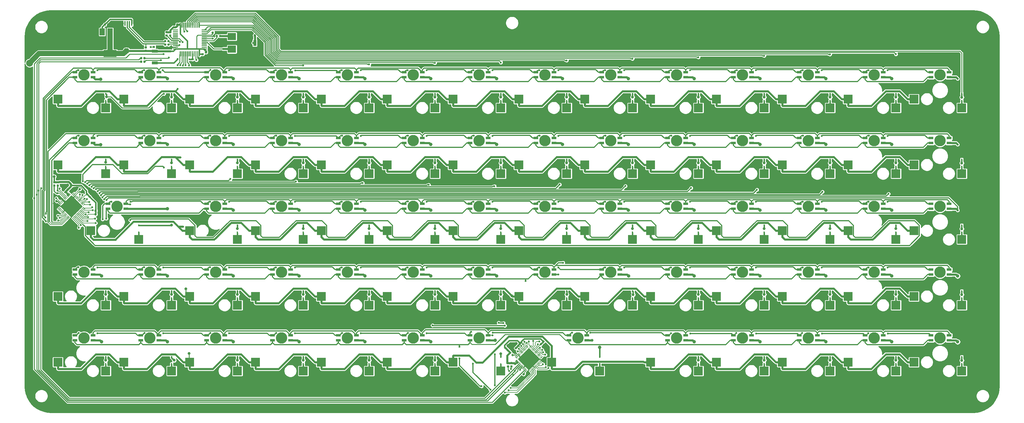
<source format=gbr>
G04 #@! TF.GenerationSoftware,KiCad,Pcbnew,(5.1.5)-3*
G04 #@! TF.CreationDate,2020-01-29T02:04:40-08:00*
G04 #@! TF.ProjectId,keyboard,6b657962-6f61-4726-942e-6b696361645f,rev?*
G04 #@! TF.SameCoordinates,Original*
G04 #@! TF.FileFunction,Copper,L1,Top*
G04 #@! TF.FilePolarity,Positive*
%FSLAX46Y46*%
G04 Gerber Fmt 4.6, Leading zero omitted, Abs format (unit mm)*
G04 Created by KiCad (PCBNEW (5.1.5)-3) date 2020-01-29 02:04:40*
%MOMM*%
%LPD*%
G04 APERTURE LIST*
%ADD10C,0.100000*%
%ADD11R,2.550000X2.500000*%
%ADD12C,0.500000*%
%ADD13R,1.500000X2.000000*%
%ADD14R,3.800000X2.000000*%
%ADD15R,0.450000X0.600000*%
%ADD16R,0.900000X1.700000*%
%ADD17R,1.700000X0.900000*%
%ADD18C,3.300000*%
%ADD19R,1.400000X0.800000*%
%ADD20R,1.200000X1.900000*%
%ADD21O,1.200000X1.900000*%
%ADD22R,1.500000X1.900000*%
%ADD23C,1.450000*%
%ADD24R,0.400000X1.350000*%
%ADD25R,2.400000X2.000000*%
%ADD26C,0.600000*%
%ADD27C,0.800000*%
%ADD28C,1.000000*%
%ADD29C,2.000000*%
%ADD30C,0.300000*%
%ADD31C,1.500000*%
%ADD32C,0.600000*%
%ADD33C,0.400000*%
%ADD34C,0.250000*%
%ADD35C,0.200000*%
%ADD36C,0.254000*%
G04 APERTURE END LIST*
G04 #@! TA.AperFunction,SMDPad,CuDef*
D10*
G36*
X104093887Y-136343089D02*
G01*
X104108205Y-136345213D01*
X104122246Y-136348730D01*
X104135875Y-136353607D01*
X104148960Y-136359796D01*
X104161376Y-136367237D01*
X104173002Y-136375860D01*
X104183727Y-136385581D01*
X104427679Y-136629533D01*
X104437400Y-136640258D01*
X104446023Y-136651884D01*
X104453464Y-136664300D01*
X104459653Y-136677385D01*
X104464530Y-136691014D01*
X104468047Y-136705055D01*
X104470171Y-136719373D01*
X104470881Y-136733831D01*
X104470171Y-136748289D01*
X104468047Y-136762607D01*
X104464530Y-136776648D01*
X104459653Y-136790277D01*
X104453464Y-136803362D01*
X104446023Y-136815778D01*
X104437400Y-136827404D01*
X104427679Y-136838129D01*
X104219083Y-137046725D01*
X104208358Y-137056446D01*
X104196732Y-137065069D01*
X104184316Y-137072510D01*
X104171231Y-137078699D01*
X104157602Y-137083576D01*
X104143561Y-137087093D01*
X104129243Y-137089217D01*
X104114785Y-137089927D01*
X104100327Y-137089217D01*
X104086009Y-137087093D01*
X104071968Y-137083576D01*
X104058339Y-137078699D01*
X104045254Y-137072510D01*
X104032838Y-137065069D01*
X104021212Y-137056446D01*
X104010487Y-137046725D01*
X103766535Y-136802773D01*
X103756814Y-136792048D01*
X103748191Y-136780422D01*
X103740750Y-136768006D01*
X103734561Y-136754921D01*
X103729684Y-136741292D01*
X103726167Y-136727251D01*
X103724043Y-136712933D01*
X103723333Y-136698475D01*
X103724043Y-136684017D01*
X103726167Y-136669699D01*
X103729684Y-136655658D01*
X103734561Y-136642029D01*
X103740750Y-136628944D01*
X103748191Y-136616528D01*
X103756814Y-136604902D01*
X103766535Y-136594177D01*
X103975131Y-136385581D01*
X103985856Y-136375860D01*
X103997482Y-136367237D01*
X104009898Y-136359796D01*
X104022983Y-136353607D01*
X104036612Y-136348730D01*
X104050653Y-136345213D01*
X104064971Y-136343089D01*
X104079429Y-136342379D01*
X104093887Y-136343089D01*
G37*
G04 #@! TD.AperFunction*
G04 #@! TA.AperFunction,SMDPad,CuDef*
G36*
X103407993Y-137028983D02*
G01*
X103422311Y-137031107D01*
X103436352Y-137034624D01*
X103449981Y-137039501D01*
X103463066Y-137045690D01*
X103475482Y-137053131D01*
X103487108Y-137061754D01*
X103497833Y-137071475D01*
X103741785Y-137315427D01*
X103751506Y-137326152D01*
X103760129Y-137337778D01*
X103767570Y-137350194D01*
X103773759Y-137363279D01*
X103778636Y-137376908D01*
X103782153Y-137390949D01*
X103784277Y-137405267D01*
X103784987Y-137419725D01*
X103784277Y-137434183D01*
X103782153Y-137448501D01*
X103778636Y-137462542D01*
X103773759Y-137476171D01*
X103767570Y-137489256D01*
X103760129Y-137501672D01*
X103751506Y-137513298D01*
X103741785Y-137524023D01*
X103533189Y-137732619D01*
X103522464Y-137742340D01*
X103510838Y-137750963D01*
X103498422Y-137758404D01*
X103485337Y-137764593D01*
X103471708Y-137769470D01*
X103457667Y-137772987D01*
X103443349Y-137775111D01*
X103428891Y-137775821D01*
X103414433Y-137775111D01*
X103400115Y-137772987D01*
X103386074Y-137769470D01*
X103372445Y-137764593D01*
X103359360Y-137758404D01*
X103346944Y-137750963D01*
X103335318Y-137742340D01*
X103324593Y-137732619D01*
X103080641Y-137488667D01*
X103070920Y-137477942D01*
X103062297Y-137466316D01*
X103054856Y-137453900D01*
X103048667Y-137440815D01*
X103043790Y-137427186D01*
X103040273Y-137413145D01*
X103038149Y-137398827D01*
X103037439Y-137384369D01*
X103038149Y-137369911D01*
X103040273Y-137355593D01*
X103043790Y-137341552D01*
X103048667Y-137327923D01*
X103054856Y-137314838D01*
X103062297Y-137302422D01*
X103070920Y-137290796D01*
X103080641Y-137280071D01*
X103289237Y-137071475D01*
X103299962Y-137061754D01*
X103311588Y-137053131D01*
X103324004Y-137045690D01*
X103337089Y-137039501D01*
X103350718Y-137034624D01*
X103364759Y-137031107D01*
X103379077Y-137028983D01*
X103393535Y-137028273D01*
X103407993Y-137028983D01*
G37*
G04 #@! TD.AperFunction*
D11*
X104455199Y-147955365D03*
X118305199Y-150495365D03*
G04 #@! TA.AperFunction,SMDPad,CuDef*
D10*
G36*
X230879381Y-188441321D02*
G01*
X230884235Y-188442041D01*
X230888994Y-188443233D01*
X230893614Y-188444886D01*
X230898050Y-188446984D01*
X230902259Y-188449507D01*
X230906200Y-188452429D01*
X230909835Y-188455725D01*
X230980545Y-188526435D01*
X230983841Y-188530070D01*
X230986763Y-188534011D01*
X230989286Y-188538220D01*
X230991384Y-188542656D01*
X230993037Y-188547276D01*
X230994229Y-188552035D01*
X230994949Y-188556889D01*
X230995190Y-188561790D01*
X230994949Y-188566691D01*
X230994229Y-188571545D01*
X230993037Y-188576304D01*
X230991384Y-188580924D01*
X230989286Y-188585360D01*
X230986763Y-188589569D01*
X230983841Y-188593510D01*
X230980545Y-188597145D01*
X230450215Y-189127475D01*
X230446580Y-189130771D01*
X230442639Y-189133693D01*
X230438430Y-189136216D01*
X230433994Y-189138314D01*
X230429374Y-189139967D01*
X230424615Y-189141159D01*
X230419761Y-189141879D01*
X230414860Y-189142120D01*
X230409959Y-189141879D01*
X230405105Y-189141159D01*
X230400346Y-189139967D01*
X230395726Y-189138314D01*
X230391290Y-189136216D01*
X230387081Y-189133693D01*
X230383140Y-189130771D01*
X230379505Y-189127475D01*
X230308795Y-189056765D01*
X230305499Y-189053130D01*
X230302577Y-189049189D01*
X230300054Y-189044980D01*
X230297956Y-189040544D01*
X230296303Y-189035924D01*
X230295111Y-189031165D01*
X230294391Y-189026311D01*
X230294150Y-189021410D01*
X230294391Y-189016509D01*
X230295111Y-189011655D01*
X230296303Y-189006896D01*
X230297956Y-189002276D01*
X230300054Y-188997840D01*
X230302577Y-188993631D01*
X230305499Y-188989690D01*
X230308795Y-188986055D01*
X230839125Y-188455725D01*
X230842760Y-188452429D01*
X230846701Y-188449507D01*
X230850910Y-188446984D01*
X230855346Y-188444886D01*
X230859966Y-188443233D01*
X230864725Y-188442041D01*
X230869579Y-188441321D01*
X230874480Y-188441080D01*
X230879381Y-188441321D01*
G37*
G04 #@! TD.AperFunction*
G04 #@! TA.AperFunction,SMDPad,CuDef*
G36*
X230596538Y-188158478D02*
G01*
X230601392Y-188159198D01*
X230606151Y-188160390D01*
X230610771Y-188162043D01*
X230615207Y-188164141D01*
X230619416Y-188166664D01*
X230623357Y-188169586D01*
X230626992Y-188172882D01*
X230697702Y-188243592D01*
X230700998Y-188247227D01*
X230703920Y-188251168D01*
X230706443Y-188255377D01*
X230708541Y-188259813D01*
X230710194Y-188264433D01*
X230711386Y-188269192D01*
X230712106Y-188274046D01*
X230712347Y-188278947D01*
X230712106Y-188283848D01*
X230711386Y-188288702D01*
X230710194Y-188293461D01*
X230708541Y-188298081D01*
X230706443Y-188302517D01*
X230703920Y-188306726D01*
X230700998Y-188310667D01*
X230697702Y-188314302D01*
X230167372Y-188844632D01*
X230163737Y-188847928D01*
X230159796Y-188850850D01*
X230155587Y-188853373D01*
X230151151Y-188855471D01*
X230146531Y-188857124D01*
X230141772Y-188858316D01*
X230136918Y-188859036D01*
X230132017Y-188859277D01*
X230127116Y-188859036D01*
X230122262Y-188858316D01*
X230117503Y-188857124D01*
X230112883Y-188855471D01*
X230108447Y-188853373D01*
X230104238Y-188850850D01*
X230100297Y-188847928D01*
X230096662Y-188844632D01*
X230025952Y-188773922D01*
X230022656Y-188770287D01*
X230019734Y-188766346D01*
X230017211Y-188762137D01*
X230015113Y-188757701D01*
X230013460Y-188753081D01*
X230012268Y-188748322D01*
X230011548Y-188743468D01*
X230011307Y-188738567D01*
X230011548Y-188733666D01*
X230012268Y-188728812D01*
X230013460Y-188724053D01*
X230015113Y-188719433D01*
X230017211Y-188714997D01*
X230019734Y-188710788D01*
X230022656Y-188706847D01*
X230025952Y-188703212D01*
X230556282Y-188172882D01*
X230559917Y-188169586D01*
X230563858Y-188166664D01*
X230568067Y-188164141D01*
X230572503Y-188162043D01*
X230577123Y-188160390D01*
X230581882Y-188159198D01*
X230586736Y-188158478D01*
X230591637Y-188158237D01*
X230596538Y-188158478D01*
G37*
G04 #@! TD.AperFunction*
G04 #@! TA.AperFunction,SMDPad,CuDef*
G36*
X230313695Y-187875635D02*
G01*
X230318549Y-187876355D01*
X230323308Y-187877547D01*
X230327928Y-187879200D01*
X230332364Y-187881298D01*
X230336573Y-187883821D01*
X230340514Y-187886743D01*
X230344149Y-187890039D01*
X230414859Y-187960749D01*
X230418155Y-187964384D01*
X230421077Y-187968325D01*
X230423600Y-187972534D01*
X230425698Y-187976970D01*
X230427351Y-187981590D01*
X230428543Y-187986349D01*
X230429263Y-187991203D01*
X230429504Y-187996104D01*
X230429263Y-188001005D01*
X230428543Y-188005859D01*
X230427351Y-188010618D01*
X230425698Y-188015238D01*
X230423600Y-188019674D01*
X230421077Y-188023883D01*
X230418155Y-188027824D01*
X230414859Y-188031459D01*
X229884529Y-188561789D01*
X229880894Y-188565085D01*
X229876953Y-188568007D01*
X229872744Y-188570530D01*
X229868308Y-188572628D01*
X229863688Y-188574281D01*
X229858929Y-188575473D01*
X229854075Y-188576193D01*
X229849174Y-188576434D01*
X229844273Y-188576193D01*
X229839419Y-188575473D01*
X229834660Y-188574281D01*
X229830040Y-188572628D01*
X229825604Y-188570530D01*
X229821395Y-188568007D01*
X229817454Y-188565085D01*
X229813819Y-188561789D01*
X229743109Y-188491079D01*
X229739813Y-188487444D01*
X229736891Y-188483503D01*
X229734368Y-188479294D01*
X229732270Y-188474858D01*
X229730617Y-188470238D01*
X229729425Y-188465479D01*
X229728705Y-188460625D01*
X229728464Y-188455724D01*
X229728705Y-188450823D01*
X229729425Y-188445969D01*
X229730617Y-188441210D01*
X229732270Y-188436590D01*
X229734368Y-188432154D01*
X229736891Y-188427945D01*
X229739813Y-188424004D01*
X229743109Y-188420369D01*
X230273439Y-187890039D01*
X230277074Y-187886743D01*
X230281015Y-187883821D01*
X230285224Y-187881298D01*
X230289660Y-187879200D01*
X230294280Y-187877547D01*
X230299039Y-187876355D01*
X230303893Y-187875635D01*
X230308794Y-187875394D01*
X230313695Y-187875635D01*
G37*
G04 #@! TD.AperFunction*
G04 #@! TA.AperFunction,SMDPad,CuDef*
G36*
X230030853Y-187592793D02*
G01*
X230035707Y-187593513D01*
X230040466Y-187594705D01*
X230045086Y-187596358D01*
X230049522Y-187598456D01*
X230053731Y-187600979D01*
X230057672Y-187603901D01*
X230061307Y-187607197D01*
X230132017Y-187677907D01*
X230135313Y-187681542D01*
X230138235Y-187685483D01*
X230140758Y-187689692D01*
X230142856Y-187694128D01*
X230144509Y-187698748D01*
X230145701Y-187703507D01*
X230146421Y-187708361D01*
X230146662Y-187713262D01*
X230146421Y-187718163D01*
X230145701Y-187723017D01*
X230144509Y-187727776D01*
X230142856Y-187732396D01*
X230140758Y-187736832D01*
X230138235Y-187741041D01*
X230135313Y-187744982D01*
X230132017Y-187748617D01*
X229601687Y-188278947D01*
X229598052Y-188282243D01*
X229594111Y-188285165D01*
X229589902Y-188287688D01*
X229585466Y-188289786D01*
X229580846Y-188291439D01*
X229576087Y-188292631D01*
X229571233Y-188293351D01*
X229566332Y-188293592D01*
X229561431Y-188293351D01*
X229556577Y-188292631D01*
X229551818Y-188291439D01*
X229547198Y-188289786D01*
X229542762Y-188287688D01*
X229538553Y-188285165D01*
X229534612Y-188282243D01*
X229530977Y-188278947D01*
X229460267Y-188208237D01*
X229456971Y-188204602D01*
X229454049Y-188200661D01*
X229451526Y-188196452D01*
X229449428Y-188192016D01*
X229447775Y-188187396D01*
X229446583Y-188182637D01*
X229445863Y-188177783D01*
X229445622Y-188172882D01*
X229445863Y-188167981D01*
X229446583Y-188163127D01*
X229447775Y-188158368D01*
X229449428Y-188153748D01*
X229451526Y-188149312D01*
X229454049Y-188145103D01*
X229456971Y-188141162D01*
X229460267Y-188137527D01*
X229990597Y-187607197D01*
X229994232Y-187603901D01*
X229998173Y-187600979D01*
X230002382Y-187598456D01*
X230006818Y-187596358D01*
X230011438Y-187594705D01*
X230016197Y-187593513D01*
X230021051Y-187592793D01*
X230025952Y-187592552D01*
X230030853Y-187592793D01*
G37*
G04 #@! TD.AperFunction*
G04 #@! TA.AperFunction,SMDPad,CuDef*
G36*
X229748010Y-187309950D02*
G01*
X229752864Y-187310670D01*
X229757623Y-187311862D01*
X229762243Y-187313515D01*
X229766679Y-187315613D01*
X229770888Y-187318136D01*
X229774829Y-187321058D01*
X229778464Y-187324354D01*
X229849174Y-187395064D01*
X229852470Y-187398699D01*
X229855392Y-187402640D01*
X229857915Y-187406849D01*
X229860013Y-187411285D01*
X229861666Y-187415905D01*
X229862858Y-187420664D01*
X229863578Y-187425518D01*
X229863819Y-187430419D01*
X229863578Y-187435320D01*
X229862858Y-187440174D01*
X229861666Y-187444933D01*
X229860013Y-187449553D01*
X229857915Y-187453989D01*
X229855392Y-187458198D01*
X229852470Y-187462139D01*
X229849174Y-187465774D01*
X229318844Y-187996104D01*
X229315209Y-187999400D01*
X229311268Y-188002322D01*
X229307059Y-188004845D01*
X229302623Y-188006943D01*
X229298003Y-188008596D01*
X229293244Y-188009788D01*
X229288390Y-188010508D01*
X229283489Y-188010749D01*
X229278588Y-188010508D01*
X229273734Y-188009788D01*
X229268975Y-188008596D01*
X229264355Y-188006943D01*
X229259919Y-188004845D01*
X229255710Y-188002322D01*
X229251769Y-187999400D01*
X229248134Y-187996104D01*
X229177424Y-187925394D01*
X229174128Y-187921759D01*
X229171206Y-187917818D01*
X229168683Y-187913609D01*
X229166585Y-187909173D01*
X229164932Y-187904553D01*
X229163740Y-187899794D01*
X229163020Y-187894940D01*
X229162779Y-187890039D01*
X229163020Y-187885138D01*
X229163740Y-187880284D01*
X229164932Y-187875525D01*
X229166585Y-187870905D01*
X229168683Y-187866469D01*
X229171206Y-187862260D01*
X229174128Y-187858319D01*
X229177424Y-187854684D01*
X229707754Y-187324354D01*
X229711389Y-187321058D01*
X229715330Y-187318136D01*
X229719539Y-187315613D01*
X229723975Y-187313515D01*
X229728595Y-187311862D01*
X229733354Y-187310670D01*
X229738208Y-187309950D01*
X229743109Y-187309709D01*
X229748010Y-187309950D01*
G37*
G04 #@! TD.AperFunction*
G04 #@! TA.AperFunction,SMDPad,CuDef*
G36*
X229465167Y-187027107D02*
G01*
X229470021Y-187027827D01*
X229474780Y-187029019D01*
X229479400Y-187030672D01*
X229483836Y-187032770D01*
X229488045Y-187035293D01*
X229491986Y-187038215D01*
X229495621Y-187041511D01*
X229566331Y-187112221D01*
X229569627Y-187115856D01*
X229572549Y-187119797D01*
X229575072Y-187124006D01*
X229577170Y-187128442D01*
X229578823Y-187133062D01*
X229580015Y-187137821D01*
X229580735Y-187142675D01*
X229580976Y-187147576D01*
X229580735Y-187152477D01*
X229580015Y-187157331D01*
X229578823Y-187162090D01*
X229577170Y-187166710D01*
X229575072Y-187171146D01*
X229572549Y-187175355D01*
X229569627Y-187179296D01*
X229566331Y-187182931D01*
X229036001Y-187713261D01*
X229032366Y-187716557D01*
X229028425Y-187719479D01*
X229024216Y-187722002D01*
X229019780Y-187724100D01*
X229015160Y-187725753D01*
X229010401Y-187726945D01*
X229005547Y-187727665D01*
X229000646Y-187727906D01*
X228995745Y-187727665D01*
X228990891Y-187726945D01*
X228986132Y-187725753D01*
X228981512Y-187724100D01*
X228977076Y-187722002D01*
X228972867Y-187719479D01*
X228968926Y-187716557D01*
X228965291Y-187713261D01*
X228894581Y-187642551D01*
X228891285Y-187638916D01*
X228888363Y-187634975D01*
X228885840Y-187630766D01*
X228883742Y-187626330D01*
X228882089Y-187621710D01*
X228880897Y-187616951D01*
X228880177Y-187612097D01*
X228879936Y-187607196D01*
X228880177Y-187602295D01*
X228880897Y-187597441D01*
X228882089Y-187592682D01*
X228883742Y-187588062D01*
X228885840Y-187583626D01*
X228888363Y-187579417D01*
X228891285Y-187575476D01*
X228894581Y-187571841D01*
X229424911Y-187041511D01*
X229428546Y-187038215D01*
X229432487Y-187035293D01*
X229436696Y-187032770D01*
X229441132Y-187030672D01*
X229445752Y-187029019D01*
X229450511Y-187027827D01*
X229455365Y-187027107D01*
X229460266Y-187026866D01*
X229465167Y-187027107D01*
G37*
G04 #@! TD.AperFunction*
G04 #@! TA.AperFunction,SMDPad,CuDef*
G36*
X229182325Y-186744265D02*
G01*
X229187179Y-186744985D01*
X229191938Y-186746177D01*
X229196558Y-186747830D01*
X229200994Y-186749928D01*
X229205203Y-186752451D01*
X229209144Y-186755373D01*
X229212779Y-186758669D01*
X229283489Y-186829379D01*
X229286785Y-186833014D01*
X229289707Y-186836955D01*
X229292230Y-186841164D01*
X229294328Y-186845600D01*
X229295981Y-186850220D01*
X229297173Y-186854979D01*
X229297893Y-186859833D01*
X229298134Y-186864734D01*
X229297893Y-186869635D01*
X229297173Y-186874489D01*
X229295981Y-186879248D01*
X229294328Y-186883868D01*
X229292230Y-186888304D01*
X229289707Y-186892513D01*
X229286785Y-186896454D01*
X229283489Y-186900089D01*
X228753159Y-187430419D01*
X228749524Y-187433715D01*
X228745583Y-187436637D01*
X228741374Y-187439160D01*
X228736938Y-187441258D01*
X228732318Y-187442911D01*
X228727559Y-187444103D01*
X228722705Y-187444823D01*
X228717804Y-187445064D01*
X228712903Y-187444823D01*
X228708049Y-187444103D01*
X228703290Y-187442911D01*
X228698670Y-187441258D01*
X228694234Y-187439160D01*
X228690025Y-187436637D01*
X228686084Y-187433715D01*
X228682449Y-187430419D01*
X228611739Y-187359709D01*
X228608443Y-187356074D01*
X228605521Y-187352133D01*
X228602998Y-187347924D01*
X228600900Y-187343488D01*
X228599247Y-187338868D01*
X228598055Y-187334109D01*
X228597335Y-187329255D01*
X228597094Y-187324354D01*
X228597335Y-187319453D01*
X228598055Y-187314599D01*
X228599247Y-187309840D01*
X228600900Y-187305220D01*
X228602998Y-187300784D01*
X228605521Y-187296575D01*
X228608443Y-187292634D01*
X228611739Y-187288999D01*
X229142069Y-186758669D01*
X229145704Y-186755373D01*
X229149645Y-186752451D01*
X229153854Y-186749928D01*
X229158290Y-186747830D01*
X229162910Y-186746177D01*
X229167669Y-186744985D01*
X229172523Y-186744265D01*
X229177424Y-186744024D01*
X229182325Y-186744265D01*
G37*
G04 #@! TD.AperFunction*
G04 #@! TA.AperFunction,SMDPad,CuDef*
G36*
X228899482Y-186461422D02*
G01*
X228904336Y-186462142D01*
X228909095Y-186463334D01*
X228913715Y-186464987D01*
X228918151Y-186467085D01*
X228922360Y-186469608D01*
X228926301Y-186472530D01*
X228929936Y-186475826D01*
X229000646Y-186546536D01*
X229003942Y-186550171D01*
X229006864Y-186554112D01*
X229009387Y-186558321D01*
X229011485Y-186562757D01*
X229013138Y-186567377D01*
X229014330Y-186572136D01*
X229015050Y-186576990D01*
X229015291Y-186581891D01*
X229015050Y-186586792D01*
X229014330Y-186591646D01*
X229013138Y-186596405D01*
X229011485Y-186601025D01*
X229009387Y-186605461D01*
X229006864Y-186609670D01*
X229003942Y-186613611D01*
X229000646Y-186617246D01*
X228470316Y-187147576D01*
X228466681Y-187150872D01*
X228462740Y-187153794D01*
X228458531Y-187156317D01*
X228454095Y-187158415D01*
X228449475Y-187160068D01*
X228444716Y-187161260D01*
X228439862Y-187161980D01*
X228434961Y-187162221D01*
X228430060Y-187161980D01*
X228425206Y-187161260D01*
X228420447Y-187160068D01*
X228415827Y-187158415D01*
X228411391Y-187156317D01*
X228407182Y-187153794D01*
X228403241Y-187150872D01*
X228399606Y-187147576D01*
X228328896Y-187076866D01*
X228325600Y-187073231D01*
X228322678Y-187069290D01*
X228320155Y-187065081D01*
X228318057Y-187060645D01*
X228316404Y-187056025D01*
X228315212Y-187051266D01*
X228314492Y-187046412D01*
X228314251Y-187041511D01*
X228314492Y-187036610D01*
X228315212Y-187031756D01*
X228316404Y-187026997D01*
X228318057Y-187022377D01*
X228320155Y-187017941D01*
X228322678Y-187013732D01*
X228325600Y-187009791D01*
X228328896Y-187006156D01*
X228859226Y-186475826D01*
X228862861Y-186472530D01*
X228866802Y-186469608D01*
X228871011Y-186467085D01*
X228875447Y-186464987D01*
X228880067Y-186463334D01*
X228884826Y-186462142D01*
X228889680Y-186461422D01*
X228894581Y-186461181D01*
X228899482Y-186461422D01*
G37*
G04 #@! TD.AperFunction*
G04 #@! TA.AperFunction,SMDPad,CuDef*
G36*
X228616639Y-186178579D02*
G01*
X228621493Y-186179299D01*
X228626252Y-186180491D01*
X228630872Y-186182144D01*
X228635308Y-186184242D01*
X228639517Y-186186765D01*
X228643458Y-186189687D01*
X228647093Y-186192983D01*
X228717803Y-186263693D01*
X228721099Y-186267328D01*
X228724021Y-186271269D01*
X228726544Y-186275478D01*
X228728642Y-186279914D01*
X228730295Y-186284534D01*
X228731487Y-186289293D01*
X228732207Y-186294147D01*
X228732448Y-186299048D01*
X228732207Y-186303949D01*
X228731487Y-186308803D01*
X228730295Y-186313562D01*
X228728642Y-186318182D01*
X228726544Y-186322618D01*
X228724021Y-186326827D01*
X228721099Y-186330768D01*
X228717803Y-186334403D01*
X228187473Y-186864733D01*
X228183838Y-186868029D01*
X228179897Y-186870951D01*
X228175688Y-186873474D01*
X228171252Y-186875572D01*
X228166632Y-186877225D01*
X228161873Y-186878417D01*
X228157019Y-186879137D01*
X228152118Y-186879378D01*
X228147217Y-186879137D01*
X228142363Y-186878417D01*
X228137604Y-186877225D01*
X228132984Y-186875572D01*
X228128548Y-186873474D01*
X228124339Y-186870951D01*
X228120398Y-186868029D01*
X228116763Y-186864733D01*
X228046053Y-186794023D01*
X228042757Y-186790388D01*
X228039835Y-186786447D01*
X228037312Y-186782238D01*
X228035214Y-186777802D01*
X228033561Y-186773182D01*
X228032369Y-186768423D01*
X228031649Y-186763569D01*
X228031408Y-186758668D01*
X228031649Y-186753767D01*
X228032369Y-186748913D01*
X228033561Y-186744154D01*
X228035214Y-186739534D01*
X228037312Y-186735098D01*
X228039835Y-186730889D01*
X228042757Y-186726948D01*
X228046053Y-186723313D01*
X228576383Y-186192983D01*
X228580018Y-186189687D01*
X228583959Y-186186765D01*
X228588168Y-186184242D01*
X228592604Y-186182144D01*
X228597224Y-186180491D01*
X228601983Y-186179299D01*
X228606837Y-186178579D01*
X228611738Y-186178338D01*
X228616639Y-186178579D01*
G37*
G04 #@! TD.AperFunction*
G04 #@! TA.AperFunction,SMDPad,CuDef*
G36*
X228333797Y-185895737D02*
G01*
X228338651Y-185896457D01*
X228343410Y-185897649D01*
X228348030Y-185899302D01*
X228352466Y-185901400D01*
X228356675Y-185903923D01*
X228360616Y-185906845D01*
X228364251Y-185910141D01*
X228434961Y-185980851D01*
X228438257Y-185984486D01*
X228441179Y-185988427D01*
X228443702Y-185992636D01*
X228445800Y-185997072D01*
X228447453Y-186001692D01*
X228448645Y-186006451D01*
X228449365Y-186011305D01*
X228449606Y-186016206D01*
X228449365Y-186021107D01*
X228448645Y-186025961D01*
X228447453Y-186030720D01*
X228445800Y-186035340D01*
X228443702Y-186039776D01*
X228441179Y-186043985D01*
X228438257Y-186047926D01*
X228434961Y-186051561D01*
X227904631Y-186581891D01*
X227900996Y-186585187D01*
X227897055Y-186588109D01*
X227892846Y-186590632D01*
X227888410Y-186592730D01*
X227883790Y-186594383D01*
X227879031Y-186595575D01*
X227874177Y-186596295D01*
X227869276Y-186596536D01*
X227864375Y-186596295D01*
X227859521Y-186595575D01*
X227854762Y-186594383D01*
X227850142Y-186592730D01*
X227845706Y-186590632D01*
X227841497Y-186588109D01*
X227837556Y-186585187D01*
X227833921Y-186581891D01*
X227763211Y-186511181D01*
X227759915Y-186507546D01*
X227756993Y-186503605D01*
X227754470Y-186499396D01*
X227752372Y-186494960D01*
X227750719Y-186490340D01*
X227749527Y-186485581D01*
X227748807Y-186480727D01*
X227748566Y-186475826D01*
X227748807Y-186470925D01*
X227749527Y-186466071D01*
X227750719Y-186461312D01*
X227752372Y-186456692D01*
X227754470Y-186452256D01*
X227756993Y-186448047D01*
X227759915Y-186444106D01*
X227763211Y-186440471D01*
X228293541Y-185910141D01*
X228297176Y-185906845D01*
X228301117Y-185903923D01*
X228305326Y-185901400D01*
X228309762Y-185899302D01*
X228314382Y-185897649D01*
X228319141Y-185896457D01*
X228323995Y-185895737D01*
X228328896Y-185895496D01*
X228333797Y-185895737D01*
G37*
G04 #@! TD.AperFunction*
G04 #@! TA.AperFunction,SMDPad,CuDef*
G36*
X228050954Y-185612894D02*
G01*
X228055808Y-185613614D01*
X228060567Y-185614806D01*
X228065187Y-185616459D01*
X228069623Y-185618557D01*
X228073832Y-185621080D01*
X228077773Y-185624002D01*
X228081408Y-185627298D01*
X228152118Y-185698008D01*
X228155414Y-185701643D01*
X228158336Y-185705584D01*
X228160859Y-185709793D01*
X228162957Y-185714229D01*
X228164610Y-185718849D01*
X228165802Y-185723608D01*
X228166522Y-185728462D01*
X228166763Y-185733363D01*
X228166522Y-185738264D01*
X228165802Y-185743118D01*
X228164610Y-185747877D01*
X228162957Y-185752497D01*
X228160859Y-185756933D01*
X228158336Y-185761142D01*
X228155414Y-185765083D01*
X228152118Y-185768718D01*
X227621788Y-186299048D01*
X227618153Y-186302344D01*
X227614212Y-186305266D01*
X227610003Y-186307789D01*
X227605567Y-186309887D01*
X227600947Y-186311540D01*
X227596188Y-186312732D01*
X227591334Y-186313452D01*
X227586433Y-186313693D01*
X227581532Y-186313452D01*
X227576678Y-186312732D01*
X227571919Y-186311540D01*
X227567299Y-186309887D01*
X227562863Y-186307789D01*
X227558654Y-186305266D01*
X227554713Y-186302344D01*
X227551078Y-186299048D01*
X227480368Y-186228338D01*
X227477072Y-186224703D01*
X227474150Y-186220762D01*
X227471627Y-186216553D01*
X227469529Y-186212117D01*
X227467876Y-186207497D01*
X227466684Y-186202738D01*
X227465964Y-186197884D01*
X227465723Y-186192983D01*
X227465964Y-186188082D01*
X227466684Y-186183228D01*
X227467876Y-186178469D01*
X227469529Y-186173849D01*
X227471627Y-186169413D01*
X227474150Y-186165204D01*
X227477072Y-186161263D01*
X227480368Y-186157628D01*
X228010698Y-185627298D01*
X228014333Y-185624002D01*
X228018274Y-185621080D01*
X228022483Y-185618557D01*
X228026919Y-185616459D01*
X228031539Y-185614806D01*
X228036298Y-185613614D01*
X228041152Y-185612894D01*
X228046053Y-185612653D01*
X228050954Y-185612894D01*
G37*
G04 #@! TD.AperFunction*
G04 #@! TA.AperFunction,SMDPad,CuDef*
G36*
X227768111Y-185330051D02*
G01*
X227772965Y-185330771D01*
X227777724Y-185331963D01*
X227782344Y-185333616D01*
X227786780Y-185335714D01*
X227790989Y-185338237D01*
X227794930Y-185341159D01*
X227798565Y-185344455D01*
X227869275Y-185415165D01*
X227872571Y-185418800D01*
X227875493Y-185422741D01*
X227878016Y-185426950D01*
X227880114Y-185431386D01*
X227881767Y-185436006D01*
X227882959Y-185440765D01*
X227883679Y-185445619D01*
X227883920Y-185450520D01*
X227883679Y-185455421D01*
X227882959Y-185460275D01*
X227881767Y-185465034D01*
X227880114Y-185469654D01*
X227878016Y-185474090D01*
X227875493Y-185478299D01*
X227872571Y-185482240D01*
X227869275Y-185485875D01*
X227338945Y-186016205D01*
X227335310Y-186019501D01*
X227331369Y-186022423D01*
X227327160Y-186024946D01*
X227322724Y-186027044D01*
X227318104Y-186028697D01*
X227313345Y-186029889D01*
X227308491Y-186030609D01*
X227303590Y-186030850D01*
X227298689Y-186030609D01*
X227293835Y-186029889D01*
X227289076Y-186028697D01*
X227284456Y-186027044D01*
X227280020Y-186024946D01*
X227275811Y-186022423D01*
X227271870Y-186019501D01*
X227268235Y-186016205D01*
X227197525Y-185945495D01*
X227194229Y-185941860D01*
X227191307Y-185937919D01*
X227188784Y-185933710D01*
X227186686Y-185929274D01*
X227185033Y-185924654D01*
X227183841Y-185919895D01*
X227183121Y-185915041D01*
X227182880Y-185910140D01*
X227183121Y-185905239D01*
X227183841Y-185900385D01*
X227185033Y-185895626D01*
X227186686Y-185891006D01*
X227188784Y-185886570D01*
X227191307Y-185882361D01*
X227194229Y-185878420D01*
X227197525Y-185874785D01*
X227727855Y-185344455D01*
X227731490Y-185341159D01*
X227735431Y-185338237D01*
X227739640Y-185335714D01*
X227744076Y-185333616D01*
X227748696Y-185331963D01*
X227753455Y-185330771D01*
X227758309Y-185330051D01*
X227763210Y-185329810D01*
X227768111Y-185330051D01*
G37*
G04 #@! TD.AperFunction*
G04 #@! TA.AperFunction,SMDPad,CuDef*
G36*
X227308491Y-184269391D02*
G01*
X227313345Y-184270111D01*
X227318104Y-184271303D01*
X227322724Y-184272956D01*
X227327160Y-184275054D01*
X227331369Y-184277577D01*
X227335310Y-184280499D01*
X227338945Y-184283795D01*
X227869275Y-184814125D01*
X227872571Y-184817760D01*
X227875493Y-184821701D01*
X227878016Y-184825910D01*
X227880114Y-184830346D01*
X227881767Y-184834966D01*
X227882959Y-184839725D01*
X227883679Y-184844579D01*
X227883920Y-184849480D01*
X227883679Y-184854381D01*
X227882959Y-184859235D01*
X227881767Y-184863994D01*
X227880114Y-184868614D01*
X227878016Y-184873050D01*
X227875493Y-184877259D01*
X227872571Y-184881200D01*
X227869275Y-184884835D01*
X227798565Y-184955545D01*
X227794930Y-184958841D01*
X227790989Y-184961763D01*
X227786780Y-184964286D01*
X227782344Y-184966384D01*
X227777724Y-184968037D01*
X227772965Y-184969229D01*
X227768111Y-184969949D01*
X227763210Y-184970190D01*
X227758309Y-184969949D01*
X227753455Y-184969229D01*
X227748696Y-184968037D01*
X227744076Y-184966384D01*
X227739640Y-184964286D01*
X227735431Y-184961763D01*
X227731490Y-184958841D01*
X227727855Y-184955545D01*
X227197525Y-184425215D01*
X227194229Y-184421580D01*
X227191307Y-184417639D01*
X227188784Y-184413430D01*
X227186686Y-184408994D01*
X227185033Y-184404374D01*
X227183841Y-184399615D01*
X227183121Y-184394761D01*
X227182880Y-184389860D01*
X227183121Y-184384959D01*
X227183841Y-184380105D01*
X227185033Y-184375346D01*
X227186686Y-184370726D01*
X227188784Y-184366290D01*
X227191307Y-184362081D01*
X227194229Y-184358140D01*
X227197525Y-184354505D01*
X227268235Y-184283795D01*
X227271870Y-184280499D01*
X227275811Y-184277577D01*
X227280020Y-184275054D01*
X227284456Y-184272956D01*
X227289076Y-184271303D01*
X227293835Y-184270111D01*
X227298689Y-184269391D01*
X227303590Y-184269150D01*
X227308491Y-184269391D01*
G37*
G04 #@! TD.AperFunction*
G04 #@! TA.AperFunction,SMDPad,CuDef*
G36*
X227591334Y-183986548D02*
G01*
X227596188Y-183987268D01*
X227600947Y-183988460D01*
X227605567Y-183990113D01*
X227610003Y-183992211D01*
X227614212Y-183994734D01*
X227618153Y-183997656D01*
X227621788Y-184000952D01*
X228152118Y-184531282D01*
X228155414Y-184534917D01*
X228158336Y-184538858D01*
X228160859Y-184543067D01*
X228162957Y-184547503D01*
X228164610Y-184552123D01*
X228165802Y-184556882D01*
X228166522Y-184561736D01*
X228166763Y-184566637D01*
X228166522Y-184571538D01*
X228165802Y-184576392D01*
X228164610Y-184581151D01*
X228162957Y-184585771D01*
X228160859Y-184590207D01*
X228158336Y-184594416D01*
X228155414Y-184598357D01*
X228152118Y-184601992D01*
X228081408Y-184672702D01*
X228077773Y-184675998D01*
X228073832Y-184678920D01*
X228069623Y-184681443D01*
X228065187Y-184683541D01*
X228060567Y-184685194D01*
X228055808Y-184686386D01*
X228050954Y-184687106D01*
X228046053Y-184687347D01*
X228041152Y-184687106D01*
X228036298Y-184686386D01*
X228031539Y-184685194D01*
X228026919Y-184683541D01*
X228022483Y-184681443D01*
X228018274Y-184678920D01*
X228014333Y-184675998D01*
X228010698Y-184672702D01*
X227480368Y-184142372D01*
X227477072Y-184138737D01*
X227474150Y-184134796D01*
X227471627Y-184130587D01*
X227469529Y-184126151D01*
X227467876Y-184121531D01*
X227466684Y-184116772D01*
X227465964Y-184111918D01*
X227465723Y-184107017D01*
X227465964Y-184102116D01*
X227466684Y-184097262D01*
X227467876Y-184092503D01*
X227469529Y-184087883D01*
X227471627Y-184083447D01*
X227474150Y-184079238D01*
X227477072Y-184075297D01*
X227480368Y-184071662D01*
X227551078Y-184000952D01*
X227554713Y-183997656D01*
X227558654Y-183994734D01*
X227562863Y-183992211D01*
X227567299Y-183990113D01*
X227571919Y-183988460D01*
X227576678Y-183987268D01*
X227581532Y-183986548D01*
X227586433Y-183986307D01*
X227591334Y-183986548D01*
G37*
G04 #@! TD.AperFunction*
G04 #@! TA.AperFunction,SMDPad,CuDef*
G36*
X227874177Y-183703705D02*
G01*
X227879031Y-183704425D01*
X227883790Y-183705617D01*
X227888410Y-183707270D01*
X227892846Y-183709368D01*
X227897055Y-183711891D01*
X227900996Y-183714813D01*
X227904631Y-183718109D01*
X228434961Y-184248439D01*
X228438257Y-184252074D01*
X228441179Y-184256015D01*
X228443702Y-184260224D01*
X228445800Y-184264660D01*
X228447453Y-184269280D01*
X228448645Y-184274039D01*
X228449365Y-184278893D01*
X228449606Y-184283794D01*
X228449365Y-184288695D01*
X228448645Y-184293549D01*
X228447453Y-184298308D01*
X228445800Y-184302928D01*
X228443702Y-184307364D01*
X228441179Y-184311573D01*
X228438257Y-184315514D01*
X228434961Y-184319149D01*
X228364251Y-184389859D01*
X228360616Y-184393155D01*
X228356675Y-184396077D01*
X228352466Y-184398600D01*
X228348030Y-184400698D01*
X228343410Y-184402351D01*
X228338651Y-184403543D01*
X228333797Y-184404263D01*
X228328896Y-184404504D01*
X228323995Y-184404263D01*
X228319141Y-184403543D01*
X228314382Y-184402351D01*
X228309762Y-184400698D01*
X228305326Y-184398600D01*
X228301117Y-184396077D01*
X228297176Y-184393155D01*
X228293541Y-184389859D01*
X227763211Y-183859529D01*
X227759915Y-183855894D01*
X227756993Y-183851953D01*
X227754470Y-183847744D01*
X227752372Y-183843308D01*
X227750719Y-183838688D01*
X227749527Y-183833929D01*
X227748807Y-183829075D01*
X227748566Y-183824174D01*
X227748807Y-183819273D01*
X227749527Y-183814419D01*
X227750719Y-183809660D01*
X227752372Y-183805040D01*
X227754470Y-183800604D01*
X227756993Y-183796395D01*
X227759915Y-183792454D01*
X227763211Y-183788819D01*
X227833921Y-183718109D01*
X227837556Y-183714813D01*
X227841497Y-183711891D01*
X227845706Y-183709368D01*
X227850142Y-183707270D01*
X227854762Y-183705617D01*
X227859521Y-183704425D01*
X227864375Y-183703705D01*
X227869276Y-183703464D01*
X227874177Y-183703705D01*
G37*
G04 #@! TD.AperFunction*
G04 #@! TA.AperFunction,SMDPad,CuDef*
G36*
X228157019Y-183420863D02*
G01*
X228161873Y-183421583D01*
X228166632Y-183422775D01*
X228171252Y-183424428D01*
X228175688Y-183426526D01*
X228179897Y-183429049D01*
X228183838Y-183431971D01*
X228187473Y-183435267D01*
X228717803Y-183965597D01*
X228721099Y-183969232D01*
X228724021Y-183973173D01*
X228726544Y-183977382D01*
X228728642Y-183981818D01*
X228730295Y-183986438D01*
X228731487Y-183991197D01*
X228732207Y-183996051D01*
X228732448Y-184000952D01*
X228732207Y-184005853D01*
X228731487Y-184010707D01*
X228730295Y-184015466D01*
X228728642Y-184020086D01*
X228726544Y-184024522D01*
X228724021Y-184028731D01*
X228721099Y-184032672D01*
X228717803Y-184036307D01*
X228647093Y-184107017D01*
X228643458Y-184110313D01*
X228639517Y-184113235D01*
X228635308Y-184115758D01*
X228630872Y-184117856D01*
X228626252Y-184119509D01*
X228621493Y-184120701D01*
X228616639Y-184121421D01*
X228611738Y-184121662D01*
X228606837Y-184121421D01*
X228601983Y-184120701D01*
X228597224Y-184119509D01*
X228592604Y-184117856D01*
X228588168Y-184115758D01*
X228583959Y-184113235D01*
X228580018Y-184110313D01*
X228576383Y-184107017D01*
X228046053Y-183576687D01*
X228042757Y-183573052D01*
X228039835Y-183569111D01*
X228037312Y-183564902D01*
X228035214Y-183560466D01*
X228033561Y-183555846D01*
X228032369Y-183551087D01*
X228031649Y-183546233D01*
X228031408Y-183541332D01*
X228031649Y-183536431D01*
X228032369Y-183531577D01*
X228033561Y-183526818D01*
X228035214Y-183522198D01*
X228037312Y-183517762D01*
X228039835Y-183513553D01*
X228042757Y-183509612D01*
X228046053Y-183505977D01*
X228116763Y-183435267D01*
X228120398Y-183431971D01*
X228124339Y-183429049D01*
X228128548Y-183426526D01*
X228132984Y-183424428D01*
X228137604Y-183422775D01*
X228142363Y-183421583D01*
X228147217Y-183420863D01*
X228152118Y-183420622D01*
X228157019Y-183420863D01*
G37*
G04 #@! TD.AperFunction*
G04 #@! TA.AperFunction,SMDPad,CuDef*
G36*
X228439862Y-183138020D02*
G01*
X228444716Y-183138740D01*
X228449475Y-183139932D01*
X228454095Y-183141585D01*
X228458531Y-183143683D01*
X228462740Y-183146206D01*
X228466681Y-183149128D01*
X228470316Y-183152424D01*
X229000646Y-183682754D01*
X229003942Y-183686389D01*
X229006864Y-183690330D01*
X229009387Y-183694539D01*
X229011485Y-183698975D01*
X229013138Y-183703595D01*
X229014330Y-183708354D01*
X229015050Y-183713208D01*
X229015291Y-183718109D01*
X229015050Y-183723010D01*
X229014330Y-183727864D01*
X229013138Y-183732623D01*
X229011485Y-183737243D01*
X229009387Y-183741679D01*
X229006864Y-183745888D01*
X229003942Y-183749829D01*
X229000646Y-183753464D01*
X228929936Y-183824174D01*
X228926301Y-183827470D01*
X228922360Y-183830392D01*
X228918151Y-183832915D01*
X228913715Y-183835013D01*
X228909095Y-183836666D01*
X228904336Y-183837858D01*
X228899482Y-183838578D01*
X228894581Y-183838819D01*
X228889680Y-183838578D01*
X228884826Y-183837858D01*
X228880067Y-183836666D01*
X228875447Y-183835013D01*
X228871011Y-183832915D01*
X228866802Y-183830392D01*
X228862861Y-183827470D01*
X228859226Y-183824174D01*
X228328896Y-183293844D01*
X228325600Y-183290209D01*
X228322678Y-183286268D01*
X228320155Y-183282059D01*
X228318057Y-183277623D01*
X228316404Y-183273003D01*
X228315212Y-183268244D01*
X228314492Y-183263390D01*
X228314251Y-183258489D01*
X228314492Y-183253588D01*
X228315212Y-183248734D01*
X228316404Y-183243975D01*
X228318057Y-183239355D01*
X228320155Y-183234919D01*
X228322678Y-183230710D01*
X228325600Y-183226769D01*
X228328896Y-183223134D01*
X228399606Y-183152424D01*
X228403241Y-183149128D01*
X228407182Y-183146206D01*
X228411391Y-183143683D01*
X228415827Y-183141585D01*
X228420447Y-183139932D01*
X228425206Y-183138740D01*
X228430060Y-183138020D01*
X228434961Y-183137779D01*
X228439862Y-183138020D01*
G37*
G04 #@! TD.AperFunction*
G04 #@! TA.AperFunction,SMDPad,CuDef*
G36*
X228722705Y-182855177D02*
G01*
X228727559Y-182855897D01*
X228732318Y-182857089D01*
X228736938Y-182858742D01*
X228741374Y-182860840D01*
X228745583Y-182863363D01*
X228749524Y-182866285D01*
X228753159Y-182869581D01*
X229283489Y-183399911D01*
X229286785Y-183403546D01*
X229289707Y-183407487D01*
X229292230Y-183411696D01*
X229294328Y-183416132D01*
X229295981Y-183420752D01*
X229297173Y-183425511D01*
X229297893Y-183430365D01*
X229298134Y-183435266D01*
X229297893Y-183440167D01*
X229297173Y-183445021D01*
X229295981Y-183449780D01*
X229294328Y-183454400D01*
X229292230Y-183458836D01*
X229289707Y-183463045D01*
X229286785Y-183466986D01*
X229283489Y-183470621D01*
X229212779Y-183541331D01*
X229209144Y-183544627D01*
X229205203Y-183547549D01*
X229200994Y-183550072D01*
X229196558Y-183552170D01*
X229191938Y-183553823D01*
X229187179Y-183555015D01*
X229182325Y-183555735D01*
X229177424Y-183555976D01*
X229172523Y-183555735D01*
X229167669Y-183555015D01*
X229162910Y-183553823D01*
X229158290Y-183552170D01*
X229153854Y-183550072D01*
X229149645Y-183547549D01*
X229145704Y-183544627D01*
X229142069Y-183541331D01*
X228611739Y-183011001D01*
X228608443Y-183007366D01*
X228605521Y-183003425D01*
X228602998Y-182999216D01*
X228600900Y-182994780D01*
X228599247Y-182990160D01*
X228598055Y-182985401D01*
X228597335Y-182980547D01*
X228597094Y-182975646D01*
X228597335Y-182970745D01*
X228598055Y-182965891D01*
X228599247Y-182961132D01*
X228600900Y-182956512D01*
X228602998Y-182952076D01*
X228605521Y-182947867D01*
X228608443Y-182943926D01*
X228611739Y-182940291D01*
X228682449Y-182869581D01*
X228686084Y-182866285D01*
X228690025Y-182863363D01*
X228694234Y-182860840D01*
X228698670Y-182858742D01*
X228703290Y-182857089D01*
X228708049Y-182855897D01*
X228712903Y-182855177D01*
X228717804Y-182854936D01*
X228722705Y-182855177D01*
G37*
G04 #@! TD.AperFunction*
G04 #@! TA.AperFunction,SMDPad,CuDef*
G36*
X229005547Y-182572335D02*
G01*
X229010401Y-182573055D01*
X229015160Y-182574247D01*
X229019780Y-182575900D01*
X229024216Y-182577998D01*
X229028425Y-182580521D01*
X229032366Y-182583443D01*
X229036001Y-182586739D01*
X229566331Y-183117069D01*
X229569627Y-183120704D01*
X229572549Y-183124645D01*
X229575072Y-183128854D01*
X229577170Y-183133290D01*
X229578823Y-183137910D01*
X229580015Y-183142669D01*
X229580735Y-183147523D01*
X229580976Y-183152424D01*
X229580735Y-183157325D01*
X229580015Y-183162179D01*
X229578823Y-183166938D01*
X229577170Y-183171558D01*
X229575072Y-183175994D01*
X229572549Y-183180203D01*
X229569627Y-183184144D01*
X229566331Y-183187779D01*
X229495621Y-183258489D01*
X229491986Y-183261785D01*
X229488045Y-183264707D01*
X229483836Y-183267230D01*
X229479400Y-183269328D01*
X229474780Y-183270981D01*
X229470021Y-183272173D01*
X229465167Y-183272893D01*
X229460266Y-183273134D01*
X229455365Y-183272893D01*
X229450511Y-183272173D01*
X229445752Y-183270981D01*
X229441132Y-183269328D01*
X229436696Y-183267230D01*
X229432487Y-183264707D01*
X229428546Y-183261785D01*
X229424911Y-183258489D01*
X228894581Y-182728159D01*
X228891285Y-182724524D01*
X228888363Y-182720583D01*
X228885840Y-182716374D01*
X228883742Y-182711938D01*
X228882089Y-182707318D01*
X228880897Y-182702559D01*
X228880177Y-182697705D01*
X228879936Y-182692804D01*
X228880177Y-182687903D01*
X228880897Y-182683049D01*
X228882089Y-182678290D01*
X228883742Y-182673670D01*
X228885840Y-182669234D01*
X228888363Y-182665025D01*
X228891285Y-182661084D01*
X228894581Y-182657449D01*
X228965291Y-182586739D01*
X228968926Y-182583443D01*
X228972867Y-182580521D01*
X228977076Y-182577998D01*
X228981512Y-182575900D01*
X228986132Y-182574247D01*
X228990891Y-182573055D01*
X228995745Y-182572335D01*
X229000646Y-182572094D01*
X229005547Y-182572335D01*
G37*
G04 #@! TD.AperFunction*
G04 #@! TA.AperFunction,SMDPad,CuDef*
G36*
X229288390Y-182289492D02*
G01*
X229293244Y-182290212D01*
X229298003Y-182291404D01*
X229302623Y-182293057D01*
X229307059Y-182295155D01*
X229311268Y-182297678D01*
X229315209Y-182300600D01*
X229318844Y-182303896D01*
X229849174Y-182834226D01*
X229852470Y-182837861D01*
X229855392Y-182841802D01*
X229857915Y-182846011D01*
X229860013Y-182850447D01*
X229861666Y-182855067D01*
X229862858Y-182859826D01*
X229863578Y-182864680D01*
X229863819Y-182869581D01*
X229863578Y-182874482D01*
X229862858Y-182879336D01*
X229861666Y-182884095D01*
X229860013Y-182888715D01*
X229857915Y-182893151D01*
X229855392Y-182897360D01*
X229852470Y-182901301D01*
X229849174Y-182904936D01*
X229778464Y-182975646D01*
X229774829Y-182978942D01*
X229770888Y-182981864D01*
X229766679Y-182984387D01*
X229762243Y-182986485D01*
X229757623Y-182988138D01*
X229752864Y-182989330D01*
X229748010Y-182990050D01*
X229743109Y-182990291D01*
X229738208Y-182990050D01*
X229733354Y-182989330D01*
X229728595Y-182988138D01*
X229723975Y-182986485D01*
X229719539Y-182984387D01*
X229715330Y-182981864D01*
X229711389Y-182978942D01*
X229707754Y-182975646D01*
X229177424Y-182445316D01*
X229174128Y-182441681D01*
X229171206Y-182437740D01*
X229168683Y-182433531D01*
X229166585Y-182429095D01*
X229164932Y-182424475D01*
X229163740Y-182419716D01*
X229163020Y-182414862D01*
X229162779Y-182409961D01*
X229163020Y-182405060D01*
X229163740Y-182400206D01*
X229164932Y-182395447D01*
X229166585Y-182390827D01*
X229168683Y-182386391D01*
X229171206Y-182382182D01*
X229174128Y-182378241D01*
X229177424Y-182374606D01*
X229248134Y-182303896D01*
X229251769Y-182300600D01*
X229255710Y-182297678D01*
X229259919Y-182295155D01*
X229264355Y-182293057D01*
X229268975Y-182291404D01*
X229273734Y-182290212D01*
X229278588Y-182289492D01*
X229283489Y-182289251D01*
X229288390Y-182289492D01*
G37*
G04 #@! TD.AperFunction*
G04 #@! TA.AperFunction,SMDPad,CuDef*
G36*
X229571233Y-182006649D02*
G01*
X229576087Y-182007369D01*
X229580846Y-182008561D01*
X229585466Y-182010214D01*
X229589902Y-182012312D01*
X229594111Y-182014835D01*
X229598052Y-182017757D01*
X229601687Y-182021053D01*
X230132017Y-182551383D01*
X230135313Y-182555018D01*
X230138235Y-182558959D01*
X230140758Y-182563168D01*
X230142856Y-182567604D01*
X230144509Y-182572224D01*
X230145701Y-182576983D01*
X230146421Y-182581837D01*
X230146662Y-182586738D01*
X230146421Y-182591639D01*
X230145701Y-182596493D01*
X230144509Y-182601252D01*
X230142856Y-182605872D01*
X230140758Y-182610308D01*
X230138235Y-182614517D01*
X230135313Y-182618458D01*
X230132017Y-182622093D01*
X230061307Y-182692803D01*
X230057672Y-182696099D01*
X230053731Y-182699021D01*
X230049522Y-182701544D01*
X230045086Y-182703642D01*
X230040466Y-182705295D01*
X230035707Y-182706487D01*
X230030853Y-182707207D01*
X230025952Y-182707448D01*
X230021051Y-182707207D01*
X230016197Y-182706487D01*
X230011438Y-182705295D01*
X230006818Y-182703642D01*
X230002382Y-182701544D01*
X229998173Y-182699021D01*
X229994232Y-182696099D01*
X229990597Y-182692803D01*
X229460267Y-182162473D01*
X229456971Y-182158838D01*
X229454049Y-182154897D01*
X229451526Y-182150688D01*
X229449428Y-182146252D01*
X229447775Y-182141632D01*
X229446583Y-182136873D01*
X229445863Y-182132019D01*
X229445622Y-182127118D01*
X229445863Y-182122217D01*
X229446583Y-182117363D01*
X229447775Y-182112604D01*
X229449428Y-182107984D01*
X229451526Y-182103548D01*
X229454049Y-182099339D01*
X229456971Y-182095398D01*
X229460267Y-182091763D01*
X229530977Y-182021053D01*
X229534612Y-182017757D01*
X229538553Y-182014835D01*
X229542762Y-182012312D01*
X229547198Y-182010214D01*
X229551818Y-182008561D01*
X229556577Y-182007369D01*
X229561431Y-182006649D01*
X229566332Y-182006408D01*
X229571233Y-182006649D01*
G37*
G04 #@! TD.AperFunction*
G04 #@! TA.AperFunction,SMDPad,CuDef*
G36*
X229854075Y-181723807D02*
G01*
X229858929Y-181724527D01*
X229863688Y-181725719D01*
X229868308Y-181727372D01*
X229872744Y-181729470D01*
X229876953Y-181731993D01*
X229880894Y-181734915D01*
X229884529Y-181738211D01*
X230414859Y-182268541D01*
X230418155Y-182272176D01*
X230421077Y-182276117D01*
X230423600Y-182280326D01*
X230425698Y-182284762D01*
X230427351Y-182289382D01*
X230428543Y-182294141D01*
X230429263Y-182298995D01*
X230429504Y-182303896D01*
X230429263Y-182308797D01*
X230428543Y-182313651D01*
X230427351Y-182318410D01*
X230425698Y-182323030D01*
X230423600Y-182327466D01*
X230421077Y-182331675D01*
X230418155Y-182335616D01*
X230414859Y-182339251D01*
X230344149Y-182409961D01*
X230340514Y-182413257D01*
X230336573Y-182416179D01*
X230332364Y-182418702D01*
X230327928Y-182420800D01*
X230323308Y-182422453D01*
X230318549Y-182423645D01*
X230313695Y-182424365D01*
X230308794Y-182424606D01*
X230303893Y-182424365D01*
X230299039Y-182423645D01*
X230294280Y-182422453D01*
X230289660Y-182420800D01*
X230285224Y-182418702D01*
X230281015Y-182416179D01*
X230277074Y-182413257D01*
X230273439Y-182409961D01*
X229743109Y-181879631D01*
X229739813Y-181875996D01*
X229736891Y-181872055D01*
X229734368Y-181867846D01*
X229732270Y-181863410D01*
X229730617Y-181858790D01*
X229729425Y-181854031D01*
X229728705Y-181849177D01*
X229728464Y-181844276D01*
X229728705Y-181839375D01*
X229729425Y-181834521D01*
X229730617Y-181829762D01*
X229732270Y-181825142D01*
X229734368Y-181820706D01*
X229736891Y-181816497D01*
X229739813Y-181812556D01*
X229743109Y-181808921D01*
X229813819Y-181738211D01*
X229817454Y-181734915D01*
X229821395Y-181731993D01*
X229825604Y-181729470D01*
X229830040Y-181727372D01*
X229834660Y-181725719D01*
X229839419Y-181724527D01*
X229844273Y-181723807D01*
X229849174Y-181723566D01*
X229854075Y-181723807D01*
G37*
G04 #@! TD.AperFunction*
G04 #@! TA.AperFunction,SMDPad,CuDef*
G36*
X230136918Y-181440964D02*
G01*
X230141772Y-181441684D01*
X230146531Y-181442876D01*
X230151151Y-181444529D01*
X230155587Y-181446627D01*
X230159796Y-181449150D01*
X230163737Y-181452072D01*
X230167372Y-181455368D01*
X230697702Y-181985698D01*
X230700998Y-181989333D01*
X230703920Y-181993274D01*
X230706443Y-181997483D01*
X230708541Y-182001919D01*
X230710194Y-182006539D01*
X230711386Y-182011298D01*
X230712106Y-182016152D01*
X230712347Y-182021053D01*
X230712106Y-182025954D01*
X230711386Y-182030808D01*
X230710194Y-182035567D01*
X230708541Y-182040187D01*
X230706443Y-182044623D01*
X230703920Y-182048832D01*
X230700998Y-182052773D01*
X230697702Y-182056408D01*
X230626992Y-182127118D01*
X230623357Y-182130414D01*
X230619416Y-182133336D01*
X230615207Y-182135859D01*
X230610771Y-182137957D01*
X230606151Y-182139610D01*
X230601392Y-182140802D01*
X230596538Y-182141522D01*
X230591637Y-182141763D01*
X230586736Y-182141522D01*
X230581882Y-182140802D01*
X230577123Y-182139610D01*
X230572503Y-182137957D01*
X230568067Y-182135859D01*
X230563858Y-182133336D01*
X230559917Y-182130414D01*
X230556282Y-182127118D01*
X230025952Y-181596788D01*
X230022656Y-181593153D01*
X230019734Y-181589212D01*
X230017211Y-181585003D01*
X230015113Y-181580567D01*
X230013460Y-181575947D01*
X230012268Y-181571188D01*
X230011548Y-181566334D01*
X230011307Y-181561433D01*
X230011548Y-181556532D01*
X230012268Y-181551678D01*
X230013460Y-181546919D01*
X230015113Y-181542299D01*
X230017211Y-181537863D01*
X230019734Y-181533654D01*
X230022656Y-181529713D01*
X230025952Y-181526078D01*
X230096662Y-181455368D01*
X230100297Y-181452072D01*
X230104238Y-181449150D01*
X230108447Y-181446627D01*
X230112883Y-181444529D01*
X230117503Y-181442876D01*
X230122262Y-181441684D01*
X230127116Y-181440964D01*
X230132017Y-181440723D01*
X230136918Y-181440964D01*
G37*
G04 #@! TD.AperFunction*
G04 #@! TA.AperFunction,SMDPad,CuDef*
G36*
X230419761Y-181158121D02*
G01*
X230424615Y-181158841D01*
X230429374Y-181160033D01*
X230433994Y-181161686D01*
X230438430Y-181163784D01*
X230442639Y-181166307D01*
X230446580Y-181169229D01*
X230450215Y-181172525D01*
X230980545Y-181702855D01*
X230983841Y-181706490D01*
X230986763Y-181710431D01*
X230989286Y-181714640D01*
X230991384Y-181719076D01*
X230993037Y-181723696D01*
X230994229Y-181728455D01*
X230994949Y-181733309D01*
X230995190Y-181738210D01*
X230994949Y-181743111D01*
X230994229Y-181747965D01*
X230993037Y-181752724D01*
X230991384Y-181757344D01*
X230989286Y-181761780D01*
X230986763Y-181765989D01*
X230983841Y-181769930D01*
X230980545Y-181773565D01*
X230909835Y-181844275D01*
X230906200Y-181847571D01*
X230902259Y-181850493D01*
X230898050Y-181853016D01*
X230893614Y-181855114D01*
X230888994Y-181856767D01*
X230884235Y-181857959D01*
X230879381Y-181858679D01*
X230874480Y-181858920D01*
X230869579Y-181858679D01*
X230864725Y-181857959D01*
X230859966Y-181856767D01*
X230855346Y-181855114D01*
X230850910Y-181853016D01*
X230846701Y-181850493D01*
X230842760Y-181847571D01*
X230839125Y-181844275D01*
X230308795Y-181313945D01*
X230305499Y-181310310D01*
X230302577Y-181306369D01*
X230300054Y-181302160D01*
X230297956Y-181297724D01*
X230296303Y-181293104D01*
X230295111Y-181288345D01*
X230294391Y-181283491D01*
X230294150Y-181278590D01*
X230294391Y-181273689D01*
X230295111Y-181268835D01*
X230296303Y-181264076D01*
X230297956Y-181259456D01*
X230300054Y-181255020D01*
X230302577Y-181250811D01*
X230305499Y-181246870D01*
X230308795Y-181243235D01*
X230379505Y-181172525D01*
X230383140Y-181169229D01*
X230387081Y-181166307D01*
X230391290Y-181163784D01*
X230395726Y-181161686D01*
X230400346Y-181160033D01*
X230405105Y-181158841D01*
X230409959Y-181158121D01*
X230414860Y-181157880D01*
X230419761Y-181158121D01*
G37*
G04 #@! TD.AperFunction*
G04 #@! TA.AperFunction,SMDPad,CuDef*
G36*
X231940041Y-181158121D02*
G01*
X231944895Y-181158841D01*
X231949654Y-181160033D01*
X231954274Y-181161686D01*
X231958710Y-181163784D01*
X231962919Y-181166307D01*
X231966860Y-181169229D01*
X231970495Y-181172525D01*
X232041205Y-181243235D01*
X232044501Y-181246870D01*
X232047423Y-181250811D01*
X232049946Y-181255020D01*
X232052044Y-181259456D01*
X232053697Y-181264076D01*
X232054889Y-181268835D01*
X232055609Y-181273689D01*
X232055850Y-181278590D01*
X232055609Y-181283491D01*
X232054889Y-181288345D01*
X232053697Y-181293104D01*
X232052044Y-181297724D01*
X232049946Y-181302160D01*
X232047423Y-181306369D01*
X232044501Y-181310310D01*
X232041205Y-181313945D01*
X231510875Y-181844275D01*
X231507240Y-181847571D01*
X231503299Y-181850493D01*
X231499090Y-181853016D01*
X231494654Y-181855114D01*
X231490034Y-181856767D01*
X231485275Y-181857959D01*
X231480421Y-181858679D01*
X231475520Y-181858920D01*
X231470619Y-181858679D01*
X231465765Y-181857959D01*
X231461006Y-181856767D01*
X231456386Y-181855114D01*
X231451950Y-181853016D01*
X231447741Y-181850493D01*
X231443800Y-181847571D01*
X231440165Y-181844275D01*
X231369455Y-181773565D01*
X231366159Y-181769930D01*
X231363237Y-181765989D01*
X231360714Y-181761780D01*
X231358616Y-181757344D01*
X231356963Y-181752724D01*
X231355771Y-181747965D01*
X231355051Y-181743111D01*
X231354810Y-181738210D01*
X231355051Y-181733309D01*
X231355771Y-181728455D01*
X231356963Y-181723696D01*
X231358616Y-181719076D01*
X231360714Y-181714640D01*
X231363237Y-181710431D01*
X231366159Y-181706490D01*
X231369455Y-181702855D01*
X231899785Y-181172525D01*
X231903420Y-181169229D01*
X231907361Y-181166307D01*
X231911570Y-181163784D01*
X231916006Y-181161686D01*
X231920626Y-181160033D01*
X231925385Y-181158841D01*
X231930239Y-181158121D01*
X231935140Y-181157880D01*
X231940041Y-181158121D01*
G37*
G04 #@! TD.AperFunction*
G04 #@! TA.AperFunction,SMDPad,CuDef*
G36*
X232222884Y-181440964D02*
G01*
X232227738Y-181441684D01*
X232232497Y-181442876D01*
X232237117Y-181444529D01*
X232241553Y-181446627D01*
X232245762Y-181449150D01*
X232249703Y-181452072D01*
X232253338Y-181455368D01*
X232324048Y-181526078D01*
X232327344Y-181529713D01*
X232330266Y-181533654D01*
X232332789Y-181537863D01*
X232334887Y-181542299D01*
X232336540Y-181546919D01*
X232337732Y-181551678D01*
X232338452Y-181556532D01*
X232338693Y-181561433D01*
X232338452Y-181566334D01*
X232337732Y-181571188D01*
X232336540Y-181575947D01*
X232334887Y-181580567D01*
X232332789Y-181585003D01*
X232330266Y-181589212D01*
X232327344Y-181593153D01*
X232324048Y-181596788D01*
X231793718Y-182127118D01*
X231790083Y-182130414D01*
X231786142Y-182133336D01*
X231781933Y-182135859D01*
X231777497Y-182137957D01*
X231772877Y-182139610D01*
X231768118Y-182140802D01*
X231763264Y-182141522D01*
X231758363Y-182141763D01*
X231753462Y-182141522D01*
X231748608Y-182140802D01*
X231743849Y-182139610D01*
X231739229Y-182137957D01*
X231734793Y-182135859D01*
X231730584Y-182133336D01*
X231726643Y-182130414D01*
X231723008Y-182127118D01*
X231652298Y-182056408D01*
X231649002Y-182052773D01*
X231646080Y-182048832D01*
X231643557Y-182044623D01*
X231641459Y-182040187D01*
X231639806Y-182035567D01*
X231638614Y-182030808D01*
X231637894Y-182025954D01*
X231637653Y-182021053D01*
X231637894Y-182016152D01*
X231638614Y-182011298D01*
X231639806Y-182006539D01*
X231641459Y-182001919D01*
X231643557Y-181997483D01*
X231646080Y-181993274D01*
X231649002Y-181989333D01*
X231652298Y-181985698D01*
X232182628Y-181455368D01*
X232186263Y-181452072D01*
X232190204Y-181449150D01*
X232194413Y-181446627D01*
X232198849Y-181444529D01*
X232203469Y-181442876D01*
X232208228Y-181441684D01*
X232213082Y-181440964D01*
X232217983Y-181440723D01*
X232222884Y-181440964D01*
G37*
G04 #@! TD.AperFunction*
G04 #@! TA.AperFunction,SMDPad,CuDef*
G36*
X232505727Y-181723807D02*
G01*
X232510581Y-181724527D01*
X232515340Y-181725719D01*
X232519960Y-181727372D01*
X232524396Y-181729470D01*
X232528605Y-181731993D01*
X232532546Y-181734915D01*
X232536181Y-181738211D01*
X232606891Y-181808921D01*
X232610187Y-181812556D01*
X232613109Y-181816497D01*
X232615632Y-181820706D01*
X232617730Y-181825142D01*
X232619383Y-181829762D01*
X232620575Y-181834521D01*
X232621295Y-181839375D01*
X232621536Y-181844276D01*
X232621295Y-181849177D01*
X232620575Y-181854031D01*
X232619383Y-181858790D01*
X232617730Y-181863410D01*
X232615632Y-181867846D01*
X232613109Y-181872055D01*
X232610187Y-181875996D01*
X232606891Y-181879631D01*
X232076561Y-182409961D01*
X232072926Y-182413257D01*
X232068985Y-182416179D01*
X232064776Y-182418702D01*
X232060340Y-182420800D01*
X232055720Y-182422453D01*
X232050961Y-182423645D01*
X232046107Y-182424365D01*
X232041206Y-182424606D01*
X232036305Y-182424365D01*
X232031451Y-182423645D01*
X232026692Y-182422453D01*
X232022072Y-182420800D01*
X232017636Y-182418702D01*
X232013427Y-182416179D01*
X232009486Y-182413257D01*
X232005851Y-182409961D01*
X231935141Y-182339251D01*
X231931845Y-182335616D01*
X231928923Y-182331675D01*
X231926400Y-182327466D01*
X231924302Y-182323030D01*
X231922649Y-182318410D01*
X231921457Y-182313651D01*
X231920737Y-182308797D01*
X231920496Y-182303896D01*
X231920737Y-182298995D01*
X231921457Y-182294141D01*
X231922649Y-182289382D01*
X231924302Y-182284762D01*
X231926400Y-182280326D01*
X231928923Y-182276117D01*
X231931845Y-182272176D01*
X231935141Y-182268541D01*
X232465471Y-181738211D01*
X232469106Y-181734915D01*
X232473047Y-181731993D01*
X232477256Y-181729470D01*
X232481692Y-181727372D01*
X232486312Y-181725719D01*
X232491071Y-181724527D01*
X232495925Y-181723807D01*
X232500826Y-181723566D01*
X232505727Y-181723807D01*
G37*
G04 #@! TD.AperFunction*
G04 #@! TA.AperFunction,SMDPad,CuDef*
G36*
X232788569Y-182006649D02*
G01*
X232793423Y-182007369D01*
X232798182Y-182008561D01*
X232802802Y-182010214D01*
X232807238Y-182012312D01*
X232811447Y-182014835D01*
X232815388Y-182017757D01*
X232819023Y-182021053D01*
X232889733Y-182091763D01*
X232893029Y-182095398D01*
X232895951Y-182099339D01*
X232898474Y-182103548D01*
X232900572Y-182107984D01*
X232902225Y-182112604D01*
X232903417Y-182117363D01*
X232904137Y-182122217D01*
X232904378Y-182127118D01*
X232904137Y-182132019D01*
X232903417Y-182136873D01*
X232902225Y-182141632D01*
X232900572Y-182146252D01*
X232898474Y-182150688D01*
X232895951Y-182154897D01*
X232893029Y-182158838D01*
X232889733Y-182162473D01*
X232359403Y-182692803D01*
X232355768Y-182696099D01*
X232351827Y-182699021D01*
X232347618Y-182701544D01*
X232343182Y-182703642D01*
X232338562Y-182705295D01*
X232333803Y-182706487D01*
X232328949Y-182707207D01*
X232324048Y-182707448D01*
X232319147Y-182707207D01*
X232314293Y-182706487D01*
X232309534Y-182705295D01*
X232304914Y-182703642D01*
X232300478Y-182701544D01*
X232296269Y-182699021D01*
X232292328Y-182696099D01*
X232288693Y-182692803D01*
X232217983Y-182622093D01*
X232214687Y-182618458D01*
X232211765Y-182614517D01*
X232209242Y-182610308D01*
X232207144Y-182605872D01*
X232205491Y-182601252D01*
X232204299Y-182596493D01*
X232203579Y-182591639D01*
X232203338Y-182586738D01*
X232203579Y-182581837D01*
X232204299Y-182576983D01*
X232205491Y-182572224D01*
X232207144Y-182567604D01*
X232209242Y-182563168D01*
X232211765Y-182558959D01*
X232214687Y-182555018D01*
X232217983Y-182551383D01*
X232748313Y-182021053D01*
X232751948Y-182017757D01*
X232755889Y-182014835D01*
X232760098Y-182012312D01*
X232764534Y-182010214D01*
X232769154Y-182008561D01*
X232773913Y-182007369D01*
X232778767Y-182006649D01*
X232783668Y-182006408D01*
X232788569Y-182006649D01*
G37*
G04 #@! TD.AperFunction*
G04 #@! TA.AperFunction,SMDPad,CuDef*
G36*
X233071412Y-182289492D02*
G01*
X233076266Y-182290212D01*
X233081025Y-182291404D01*
X233085645Y-182293057D01*
X233090081Y-182295155D01*
X233094290Y-182297678D01*
X233098231Y-182300600D01*
X233101866Y-182303896D01*
X233172576Y-182374606D01*
X233175872Y-182378241D01*
X233178794Y-182382182D01*
X233181317Y-182386391D01*
X233183415Y-182390827D01*
X233185068Y-182395447D01*
X233186260Y-182400206D01*
X233186980Y-182405060D01*
X233187221Y-182409961D01*
X233186980Y-182414862D01*
X233186260Y-182419716D01*
X233185068Y-182424475D01*
X233183415Y-182429095D01*
X233181317Y-182433531D01*
X233178794Y-182437740D01*
X233175872Y-182441681D01*
X233172576Y-182445316D01*
X232642246Y-182975646D01*
X232638611Y-182978942D01*
X232634670Y-182981864D01*
X232630461Y-182984387D01*
X232626025Y-182986485D01*
X232621405Y-182988138D01*
X232616646Y-182989330D01*
X232611792Y-182990050D01*
X232606891Y-182990291D01*
X232601990Y-182990050D01*
X232597136Y-182989330D01*
X232592377Y-182988138D01*
X232587757Y-182986485D01*
X232583321Y-182984387D01*
X232579112Y-182981864D01*
X232575171Y-182978942D01*
X232571536Y-182975646D01*
X232500826Y-182904936D01*
X232497530Y-182901301D01*
X232494608Y-182897360D01*
X232492085Y-182893151D01*
X232489987Y-182888715D01*
X232488334Y-182884095D01*
X232487142Y-182879336D01*
X232486422Y-182874482D01*
X232486181Y-182869581D01*
X232486422Y-182864680D01*
X232487142Y-182859826D01*
X232488334Y-182855067D01*
X232489987Y-182850447D01*
X232492085Y-182846011D01*
X232494608Y-182841802D01*
X232497530Y-182837861D01*
X232500826Y-182834226D01*
X233031156Y-182303896D01*
X233034791Y-182300600D01*
X233038732Y-182297678D01*
X233042941Y-182295155D01*
X233047377Y-182293057D01*
X233051997Y-182291404D01*
X233056756Y-182290212D01*
X233061610Y-182289492D01*
X233066511Y-182289251D01*
X233071412Y-182289492D01*
G37*
G04 #@! TD.AperFunction*
G04 #@! TA.AperFunction,SMDPad,CuDef*
G36*
X233354255Y-182572335D02*
G01*
X233359109Y-182573055D01*
X233363868Y-182574247D01*
X233368488Y-182575900D01*
X233372924Y-182577998D01*
X233377133Y-182580521D01*
X233381074Y-182583443D01*
X233384709Y-182586739D01*
X233455419Y-182657449D01*
X233458715Y-182661084D01*
X233461637Y-182665025D01*
X233464160Y-182669234D01*
X233466258Y-182673670D01*
X233467911Y-182678290D01*
X233469103Y-182683049D01*
X233469823Y-182687903D01*
X233470064Y-182692804D01*
X233469823Y-182697705D01*
X233469103Y-182702559D01*
X233467911Y-182707318D01*
X233466258Y-182711938D01*
X233464160Y-182716374D01*
X233461637Y-182720583D01*
X233458715Y-182724524D01*
X233455419Y-182728159D01*
X232925089Y-183258489D01*
X232921454Y-183261785D01*
X232917513Y-183264707D01*
X232913304Y-183267230D01*
X232908868Y-183269328D01*
X232904248Y-183270981D01*
X232899489Y-183272173D01*
X232894635Y-183272893D01*
X232889734Y-183273134D01*
X232884833Y-183272893D01*
X232879979Y-183272173D01*
X232875220Y-183270981D01*
X232870600Y-183269328D01*
X232866164Y-183267230D01*
X232861955Y-183264707D01*
X232858014Y-183261785D01*
X232854379Y-183258489D01*
X232783669Y-183187779D01*
X232780373Y-183184144D01*
X232777451Y-183180203D01*
X232774928Y-183175994D01*
X232772830Y-183171558D01*
X232771177Y-183166938D01*
X232769985Y-183162179D01*
X232769265Y-183157325D01*
X232769024Y-183152424D01*
X232769265Y-183147523D01*
X232769985Y-183142669D01*
X232771177Y-183137910D01*
X232772830Y-183133290D01*
X232774928Y-183128854D01*
X232777451Y-183124645D01*
X232780373Y-183120704D01*
X232783669Y-183117069D01*
X233313999Y-182586739D01*
X233317634Y-182583443D01*
X233321575Y-182580521D01*
X233325784Y-182577998D01*
X233330220Y-182575900D01*
X233334840Y-182574247D01*
X233339599Y-182573055D01*
X233344453Y-182572335D01*
X233349354Y-182572094D01*
X233354255Y-182572335D01*
G37*
G04 #@! TD.AperFunction*
G04 #@! TA.AperFunction,SMDPad,CuDef*
G36*
X233637097Y-182855177D02*
G01*
X233641951Y-182855897D01*
X233646710Y-182857089D01*
X233651330Y-182858742D01*
X233655766Y-182860840D01*
X233659975Y-182863363D01*
X233663916Y-182866285D01*
X233667551Y-182869581D01*
X233738261Y-182940291D01*
X233741557Y-182943926D01*
X233744479Y-182947867D01*
X233747002Y-182952076D01*
X233749100Y-182956512D01*
X233750753Y-182961132D01*
X233751945Y-182965891D01*
X233752665Y-182970745D01*
X233752906Y-182975646D01*
X233752665Y-182980547D01*
X233751945Y-182985401D01*
X233750753Y-182990160D01*
X233749100Y-182994780D01*
X233747002Y-182999216D01*
X233744479Y-183003425D01*
X233741557Y-183007366D01*
X233738261Y-183011001D01*
X233207931Y-183541331D01*
X233204296Y-183544627D01*
X233200355Y-183547549D01*
X233196146Y-183550072D01*
X233191710Y-183552170D01*
X233187090Y-183553823D01*
X233182331Y-183555015D01*
X233177477Y-183555735D01*
X233172576Y-183555976D01*
X233167675Y-183555735D01*
X233162821Y-183555015D01*
X233158062Y-183553823D01*
X233153442Y-183552170D01*
X233149006Y-183550072D01*
X233144797Y-183547549D01*
X233140856Y-183544627D01*
X233137221Y-183541331D01*
X233066511Y-183470621D01*
X233063215Y-183466986D01*
X233060293Y-183463045D01*
X233057770Y-183458836D01*
X233055672Y-183454400D01*
X233054019Y-183449780D01*
X233052827Y-183445021D01*
X233052107Y-183440167D01*
X233051866Y-183435266D01*
X233052107Y-183430365D01*
X233052827Y-183425511D01*
X233054019Y-183420752D01*
X233055672Y-183416132D01*
X233057770Y-183411696D01*
X233060293Y-183407487D01*
X233063215Y-183403546D01*
X233066511Y-183399911D01*
X233596841Y-182869581D01*
X233600476Y-182866285D01*
X233604417Y-182863363D01*
X233608626Y-182860840D01*
X233613062Y-182858742D01*
X233617682Y-182857089D01*
X233622441Y-182855897D01*
X233627295Y-182855177D01*
X233632196Y-182854936D01*
X233637097Y-182855177D01*
G37*
G04 #@! TD.AperFunction*
G04 #@! TA.AperFunction,SMDPad,CuDef*
G36*
X233919940Y-183138020D02*
G01*
X233924794Y-183138740D01*
X233929553Y-183139932D01*
X233934173Y-183141585D01*
X233938609Y-183143683D01*
X233942818Y-183146206D01*
X233946759Y-183149128D01*
X233950394Y-183152424D01*
X234021104Y-183223134D01*
X234024400Y-183226769D01*
X234027322Y-183230710D01*
X234029845Y-183234919D01*
X234031943Y-183239355D01*
X234033596Y-183243975D01*
X234034788Y-183248734D01*
X234035508Y-183253588D01*
X234035749Y-183258489D01*
X234035508Y-183263390D01*
X234034788Y-183268244D01*
X234033596Y-183273003D01*
X234031943Y-183277623D01*
X234029845Y-183282059D01*
X234027322Y-183286268D01*
X234024400Y-183290209D01*
X234021104Y-183293844D01*
X233490774Y-183824174D01*
X233487139Y-183827470D01*
X233483198Y-183830392D01*
X233478989Y-183832915D01*
X233474553Y-183835013D01*
X233469933Y-183836666D01*
X233465174Y-183837858D01*
X233460320Y-183838578D01*
X233455419Y-183838819D01*
X233450518Y-183838578D01*
X233445664Y-183837858D01*
X233440905Y-183836666D01*
X233436285Y-183835013D01*
X233431849Y-183832915D01*
X233427640Y-183830392D01*
X233423699Y-183827470D01*
X233420064Y-183824174D01*
X233349354Y-183753464D01*
X233346058Y-183749829D01*
X233343136Y-183745888D01*
X233340613Y-183741679D01*
X233338515Y-183737243D01*
X233336862Y-183732623D01*
X233335670Y-183727864D01*
X233334950Y-183723010D01*
X233334709Y-183718109D01*
X233334950Y-183713208D01*
X233335670Y-183708354D01*
X233336862Y-183703595D01*
X233338515Y-183698975D01*
X233340613Y-183694539D01*
X233343136Y-183690330D01*
X233346058Y-183686389D01*
X233349354Y-183682754D01*
X233879684Y-183152424D01*
X233883319Y-183149128D01*
X233887260Y-183146206D01*
X233891469Y-183143683D01*
X233895905Y-183141585D01*
X233900525Y-183139932D01*
X233905284Y-183138740D01*
X233910138Y-183138020D01*
X233915039Y-183137779D01*
X233919940Y-183138020D01*
G37*
G04 #@! TD.AperFunction*
G04 #@! TA.AperFunction,SMDPad,CuDef*
G36*
X234202783Y-183420863D02*
G01*
X234207637Y-183421583D01*
X234212396Y-183422775D01*
X234217016Y-183424428D01*
X234221452Y-183426526D01*
X234225661Y-183429049D01*
X234229602Y-183431971D01*
X234233237Y-183435267D01*
X234303947Y-183505977D01*
X234307243Y-183509612D01*
X234310165Y-183513553D01*
X234312688Y-183517762D01*
X234314786Y-183522198D01*
X234316439Y-183526818D01*
X234317631Y-183531577D01*
X234318351Y-183536431D01*
X234318592Y-183541332D01*
X234318351Y-183546233D01*
X234317631Y-183551087D01*
X234316439Y-183555846D01*
X234314786Y-183560466D01*
X234312688Y-183564902D01*
X234310165Y-183569111D01*
X234307243Y-183573052D01*
X234303947Y-183576687D01*
X233773617Y-184107017D01*
X233769982Y-184110313D01*
X233766041Y-184113235D01*
X233761832Y-184115758D01*
X233757396Y-184117856D01*
X233752776Y-184119509D01*
X233748017Y-184120701D01*
X233743163Y-184121421D01*
X233738262Y-184121662D01*
X233733361Y-184121421D01*
X233728507Y-184120701D01*
X233723748Y-184119509D01*
X233719128Y-184117856D01*
X233714692Y-184115758D01*
X233710483Y-184113235D01*
X233706542Y-184110313D01*
X233702907Y-184107017D01*
X233632197Y-184036307D01*
X233628901Y-184032672D01*
X233625979Y-184028731D01*
X233623456Y-184024522D01*
X233621358Y-184020086D01*
X233619705Y-184015466D01*
X233618513Y-184010707D01*
X233617793Y-184005853D01*
X233617552Y-184000952D01*
X233617793Y-183996051D01*
X233618513Y-183991197D01*
X233619705Y-183986438D01*
X233621358Y-183981818D01*
X233623456Y-183977382D01*
X233625979Y-183973173D01*
X233628901Y-183969232D01*
X233632197Y-183965597D01*
X234162527Y-183435267D01*
X234166162Y-183431971D01*
X234170103Y-183429049D01*
X234174312Y-183426526D01*
X234178748Y-183424428D01*
X234183368Y-183422775D01*
X234188127Y-183421583D01*
X234192981Y-183420863D01*
X234197882Y-183420622D01*
X234202783Y-183420863D01*
G37*
G04 #@! TD.AperFunction*
G04 #@! TA.AperFunction,SMDPad,CuDef*
G36*
X234485625Y-183703705D02*
G01*
X234490479Y-183704425D01*
X234495238Y-183705617D01*
X234499858Y-183707270D01*
X234504294Y-183709368D01*
X234508503Y-183711891D01*
X234512444Y-183714813D01*
X234516079Y-183718109D01*
X234586789Y-183788819D01*
X234590085Y-183792454D01*
X234593007Y-183796395D01*
X234595530Y-183800604D01*
X234597628Y-183805040D01*
X234599281Y-183809660D01*
X234600473Y-183814419D01*
X234601193Y-183819273D01*
X234601434Y-183824174D01*
X234601193Y-183829075D01*
X234600473Y-183833929D01*
X234599281Y-183838688D01*
X234597628Y-183843308D01*
X234595530Y-183847744D01*
X234593007Y-183851953D01*
X234590085Y-183855894D01*
X234586789Y-183859529D01*
X234056459Y-184389859D01*
X234052824Y-184393155D01*
X234048883Y-184396077D01*
X234044674Y-184398600D01*
X234040238Y-184400698D01*
X234035618Y-184402351D01*
X234030859Y-184403543D01*
X234026005Y-184404263D01*
X234021104Y-184404504D01*
X234016203Y-184404263D01*
X234011349Y-184403543D01*
X234006590Y-184402351D01*
X234001970Y-184400698D01*
X233997534Y-184398600D01*
X233993325Y-184396077D01*
X233989384Y-184393155D01*
X233985749Y-184389859D01*
X233915039Y-184319149D01*
X233911743Y-184315514D01*
X233908821Y-184311573D01*
X233906298Y-184307364D01*
X233904200Y-184302928D01*
X233902547Y-184298308D01*
X233901355Y-184293549D01*
X233900635Y-184288695D01*
X233900394Y-184283794D01*
X233900635Y-184278893D01*
X233901355Y-184274039D01*
X233902547Y-184269280D01*
X233904200Y-184264660D01*
X233906298Y-184260224D01*
X233908821Y-184256015D01*
X233911743Y-184252074D01*
X233915039Y-184248439D01*
X234445369Y-183718109D01*
X234449004Y-183714813D01*
X234452945Y-183711891D01*
X234457154Y-183709368D01*
X234461590Y-183707270D01*
X234466210Y-183705617D01*
X234470969Y-183704425D01*
X234475823Y-183703705D01*
X234480724Y-183703464D01*
X234485625Y-183703705D01*
G37*
G04 #@! TD.AperFunction*
G04 #@! TA.AperFunction,SMDPad,CuDef*
G36*
X234768468Y-183986548D02*
G01*
X234773322Y-183987268D01*
X234778081Y-183988460D01*
X234782701Y-183990113D01*
X234787137Y-183992211D01*
X234791346Y-183994734D01*
X234795287Y-183997656D01*
X234798922Y-184000952D01*
X234869632Y-184071662D01*
X234872928Y-184075297D01*
X234875850Y-184079238D01*
X234878373Y-184083447D01*
X234880471Y-184087883D01*
X234882124Y-184092503D01*
X234883316Y-184097262D01*
X234884036Y-184102116D01*
X234884277Y-184107017D01*
X234884036Y-184111918D01*
X234883316Y-184116772D01*
X234882124Y-184121531D01*
X234880471Y-184126151D01*
X234878373Y-184130587D01*
X234875850Y-184134796D01*
X234872928Y-184138737D01*
X234869632Y-184142372D01*
X234339302Y-184672702D01*
X234335667Y-184675998D01*
X234331726Y-184678920D01*
X234327517Y-184681443D01*
X234323081Y-184683541D01*
X234318461Y-184685194D01*
X234313702Y-184686386D01*
X234308848Y-184687106D01*
X234303947Y-184687347D01*
X234299046Y-184687106D01*
X234294192Y-184686386D01*
X234289433Y-184685194D01*
X234284813Y-184683541D01*
X234280377Y-184681443D01*
X234276168Y-184678920D01*
X234272227Y-184675998D01*
X234268592Y-184672702D01*
X234197882Y-184601992D01*
X234194586Y-184598357D01*
X234191664Y-184594416D01*
X234189141Y-184590207D01*
X234187043Y-184585771D01*
X234185390Y-184581151D01*
X234184198Y-184576392D01*
X234183478Y-184571538D01*
X234183237Y-184566637D01*
X234183478Y-184561736D01*
X234184198Y-184556882D01*
X234185390Y-184552123D01*
X234187043Y-184547503D01*
X234189141Y-184543067D01*
X234191664Y-184538858D01*
X234194586Y-184534917D01*
X234197882Y-184531282D01*
X234728212Y-184000952D01*
X234731847Y-183997656D01*
X234735788Y-183994734D01*
X234739997Y-183992211D01*
X234744433Y-183990113D01*
X234749053Y-183988460D01*
X234753812Y-183987268D01*
X234758666Y-183986548D01*
X234763567Y-183986307D01*
X234768468Y-183986548D01*
G37*
G04 #@! TD.AperFunction*
G04 #@! TA.AperFunction,SMDPad,CuDef*
G36*
X235051311Y-184269391D02*
G01*
X235056165Y-184270111D01*
X235060924Y-184271303D01*
X235065544Y-184272956D01*
X235069980Y-184275054D01*
X235074189Y-184277577D01*
X235078130Y-184280499D01*
X235081765Y-184283795D01*
X235152475Y-184354505D01*
X235155771Y-184358140D01*
X235158693Y-184362081D01*
X235161216Y-184366290D01*
X235163314Y-184370726D01*
X235164967Y-184375346D01*
X235166159Y-184380105D01*
X235166879Y-184384959D01*
X235167120Y-184389860D01*
X235166879Y-184394761D01*
X235166159Y-184399615D01*
X235164967Y-184404374D01*
X235163314Y-184408994D01*
X235161216Y-184413430D01*
X235158693Y-184417639D01*
X235155771Y-184421580D01*
X235152475Y-184425215D01*
X234622145Y-184955545D01*
X234618510Y-184958841D01*
X234614569Y-184961763D01*
X234610360Y-184964286D01*
X234605924Y-184966384D01*
X234601304Y-184968037D01*
X234596545Y-184969229D01*
X234591691Y-184969949D01*
X234586790Y-184970190D01*
X234581889Y-184969949D01*
X234577035Y-184969229D01*
X234572276Y-184968037D01*
X234567656Y-184966384D01*
X234563220Y-184964286D01*
X234559011Y-184961763D01*
X234555070Y-184958841D01*
X234551435Y-184955545D01*
X234480725Y-184884835D01*
X234477429Y-184881200D01*
X234474507Y-184877259D01*
X234471984Y-184873050D01*
X234469886Y-184868614D01*
X234468233Y-184863994D01*
X234467041Y-184859235D01*
X234466321Y-184854381D01*
X234466080Y-184849480D01*
X234466321Y-184844579D01*
X234467041Y-184839725D01*
X234468233Y-184834966D01*
X234469886Y-184830346D01*
X234471984Y-184825910D01*
X234474507Y-184821701D01*
X234477429Y-184817760D01*
X234480725Y-184814125D01*
X235011055Y-184283795D01*
X235014690Y-184280499D01*
X235018631Y-184277577D01*
X235022840Y-184275054D01*
X235027276Y-184272956D01*
X235031896Y-184271303D01*
X235036655Y-184270111D01*
X235041509Y-184269391D01*
X235046410Y-184269150D01*
X235051311Y-184269391D01*
G37*
G04 #@! TD.AperFunction*
G04 #@! TA.AperFunction,SMDPad,CuDef*
G36*
X234591691Y-185330051D02*
G01*
X234596545Y-185330771D01*
X234601304Y-185331963D01*
X234605924Y-185333616D01*
X234610360Y-185335714D01*
X234614569Y-185338237D01*
X234618510Y-185341159D01*
X234622145Y-185344455D01*
X235152475Y-185874785D01*
X235155771Y-185878420D01*
X235158693Y-185882361D01*
X235161216Y-185886570D01*
X235163314Y-185891006D01*
X235164967Y-185895626D01*
X235166159Y-185900385D01*
X235166879Y-185905239D01*
X235167120Y-185910140D01*
X235166879Y-185915041D01*
X235166159Y-185919895D01*
X235164967Y-185924654D01*
X235163314Y-185929274D01*
X235161216Y-185933710D01*
X235158693Y-185937919D01*
X235155771Y-185941860D01*
X235152475Y-185945495D01*
X235081765Y-186016205D01*
X235078130Y-186019501D01*
X235074189Y-186022423D01*
X235069980Y-186024946D01*
X235065544Y-186027044D01*
X235060924Y-186028697D01*
X235056165Y-186029889D01*
X235051311Y-186030609D01*
X235046410Y-186030850D01*
X235041509Y-186030609D01*
X235036655Y-186029889D01*
X235031896Y-186028697D01*
X235027276Y-186027044D01*
X235022840Y-186024946D01*
X235018631Y-186022423D01*
X235014690Y-186019501D01*
X235011055Y-186016205D01*
X234480725Y-185485875D01*
X234477429Y-185482240D01*
X234474507Y-185478299D01*
X234471984Y-185474090D01*
X234469886Y-185469654D01*
X234468233Y-185465034D01*
X234467041Y-185460275D01*
X234466321Y-185455421D01*
X234466080Y-185450520D01*
X234466321Y-185445619D01*
X234467041Y-185440765D01*
X234468233Y-185436006D01*
X234469886Y-185431386D01*
X234471984Y-185426950D01*
X234474507Y-185422741D01*
X234477429Y-185418800D01*
X234480725Y-185415165D01*
X234551435Y-185344455D01*
X234555070Y-185341159D01*
X234559011Y-185338237D01*
X234563220Y-185335714D01*
X234567656Y-185333616D01*
X234572276Y-185331963D01*
X234577035Y-185330771D01*
X234581889Y-185330051D01*
X234586790Y-185329810D01*
X234591691Y-185330051D01*
G37*
G04 #@! TD.AperFunction*
G04 #@! TA.AperFunction,SMDPad,CuDef*
G36*
X234308848Y-185612894D02*
G01*
X234313702Y-185613614D01*
X234318461Y-185614806D01*
X234323081Y-185616459D01*
X234327517Y-185618557D01*
X234331726Y-185621080D01*
X234335667Y-185624002D01*
X234339302Y-185627298D01*
X234869632Y-186157628D01*
X234872928Y-186161263D01*
X234875850Y-186165204D01*
X234878373Y-186169413D01*
X234880471Y-186173849D01*
X234882124Y-186178469D01*
X234883316Y-186183228D01*
X234884036Y-186188082D01*
X234884277Y-186192983D01*
X234884036Y-186197884D01*
X234883316Y-186202738D01*
X234882124Y-186207497D01*
X234880471Y-186212117D01*
X234878373Y-186216553D01*
X234875850Y-186220762D01*
X234872928Y-186224703D01*
X234869632Y-186228338D01*
X234798922Y-186299048D01*
X234795287Y-186302344D01*
X234791346Y-186305266D01*
X234787137Y-186307789D01*
X234782701Y-186309887D01*
X234778081Y-186311540D01*
X234773322Y-186312732D01*
X234768468Y-186313452D01*
X234763567Y-186313693D01*
X234758666Y-186313452D01*
X234753812Y-186312732D01*
X234749053Y-186311540D01*
X234744433Y-186309887D01*
X234739997Y-186307789D01*
X234735788Y-186305266D01*
X234731847Y-186302344D01*
X234728212Y-186299048D01*
X234197882Y-185768718D01*
X234194586Y-185765083D01*
X234191664Y-185761142D01*
X234189141Y-185756933D01*
X234187043Y-185752497D01*
X234185390Y-185747877D01*
X234184198Y-185743118D01*
X234183478Y-185738264D01*
X234183237Y-185733363D01*
X234183478Y-185728462D01*
X234184198Y-185723608D01*
X234185390Y-185718849D01*
X234187043Y-185714229D01*
X234189141Y-185709793D01*
X234191664Y-185705584D01*
X234194586Y-185701643D01*
X234197882Y-185698008D01*
X234268592Y-185627298D01*
X234272227Y-185624002D01*
X234276168Y-185621080D01*
X234280377Y-185618557D01*
X234284813Y-185616459D01*
X234289433Y-185614806D01*
X234294192Y-185613614D01*
X234299046Y-185612894D01*
X234303947Y-185612653D01*
X234308848Y-185612894D01*
G37*
G04 #@! TD.AperFunction*
G04 #@! TA.AperFunction,SMDPad,CuDef*
G36*
X234026005Y-185895737D02*
G01*
X234030859Y-185896457D01*
X234035618Y-185897649D01*
X234040238Y-185899302D01*
X234044674Y-185901400D01*
X234048883Y-185903923D01*
X234052824Y-185906845D01*
X234056459Y-185910141D01*
X234586789Y-186440471D01*
X234590085Y-186444106D01*
X234593007Y-186448047D01*
X234595530Y-186452256D01*
X234597628Y-186456692D01*
X234599281Y-186461312D01*
X234600473Y-186466071D01*
X234601193Y-186470925D01*
X234601434Y-186475826D01*
X234601193Y-186480727D01*
X234600473Y-186485581D01*
X234599281Y-186490340D01*
X234597628Y-186494960D01*
X234595530Y-186499396D01*
X234593007Y-186503605D01*
X234590085Y-186507546D01*
X234586789Y-186511181D01*
X234516079Y-186581891D01*
X234512444Y-186585187D01*
X234508503Y-186588109D01*
X234504294Y-186590632D01*
X234499858Y-186592730D01*
X234495238Y-186594383D01*
X234490479Y-186595575D01*
X234485625Y-186596295D01*
X234480724Y-186596536D01*
X234475823Y-186596295D01*
X234470969Y-186595575D01*
X234466210Y-186594383D01*
X234461590Y-186592730D01*
X234457154Y-186590632D01*
X234452945Y-186588109D01*
X234449004Y-186585187D01*
X234445369Y-186581891D01*
X233915039Y-186051561D01*
X233911743Y-186047926D01*
X233908821Y-186043985D01*
X233906298Y-186039776D01*
X233904200Y-186035340D01*
X233902547Y-186030720D01*
X233901355Y-186025961D01*
X233900635Y-186021107D01*
X233900394Y-186016206D01*
X233900635Y-186011305D01*
X233901355Y-186006451D01*
X233902547Y-186001692D01*
X233904200Y-185997072D01*
X233906298Y-185992636D01*
X233908821Y-185988427D01*
X233911743Y-185984486D01*
X233915039Y-185980851D01*
X233985749Y-185910141D01*
X233989384Y-185906845D01*
X233993325Y-185903923D01*
X233997534Y-185901400D01*
X234001970Y-185899302D01*
X234006590Y-185897649D01*
X234011349Y-185896457D01*
X234016203Y-185895737D01*
X234021104Y-185895496D01*
X234026005Y-185895737D01*
G37*
G04 #@! TD.AperFunction*
G04 #@! TA.AperFunction,SMDPad,CuDef*
G36*
X233743163Y-186178579D02*
G01*
X233748017Y-186179299D01*
X233752776Y-186180491D01*
X233757396Y-186182144D01*
X233761832Y-186184242D01*
X233766041Y-186186765D01*
X233769982Y-186189687D01*
X233773617Y-186192983D01*
X234303947Y-186723313D01*
X234307243Y-186726948D01*
X234310165Y-186730889D01*
X234312688Y-186735098D01*
X234314786Y-186739534D01*
X234316439Y-186744154D01*
X234317631Y-186748913D01*
X234318351Y-186753767D01*
X234318592Y-186758668D01*
X234318351Y-186763569D01*
X234317631Y-186768423D01*
X234316439Y-186773182D01*
X234314786Y-186777802D01*
X234312688Y-186782238D01*
X234310165Y-186786447D01*
X234307243Y-186790388D01*
X234303947Y-186794023D01*
X234233237Y-186864733D01*
X234229602Y-186868029D01*
X234225661Y-186870951D01*
X234221452Y-186873474D01*
X234217016Y-186875572D01*
X234212396Y-186877225D01*
X234207637Y-186878417D01*
X234202783Y-186879137D01*
X234197882Y-186879378D01*
X234192981Y-186879137D01*
X234188127Y-186878417D01*
X234183368Y-186877225D01*
X234178748Y-186875572D01*
X234174312Y-186873474D01*
X234170103Y-186870951D01*
X234166162Y-186868029D01*
X234162527Y-186864733D01*
X233632197Y-186334403D01*
X233628901Y-186330768D01*
X233625979Y-186326827D01*
X233623456Y-186322618D01*
X233621358Y-186318182D01*
X233619705Y-186313562D01*
X233618513Y-186308803D01*
X233617793Y-186303949D01*
X233617552Y-186299048D01*
X233617793Y-186294147D01*
X233618513Y-186289293D01*
X233619705Y-186284534D01*
X233621358Y-186279914D01*
X233623456Y-186275478D01*
X233625979Y-186271269D01*
X233628901Y-186267328D01*
X233632197Y-186263693D01*
X233702907Y-186192983D01*
X233706542Y-186189687D01*
X233710483Y-186186765D01*
X233714692Y-186184242D01*
X233719128Y-186182144D01*
X233723748Y-186180491D01*
X233728507Y-186179299D01*
X233733361Y-186178579D01*
X233738262Y-186178338D01*
X233743163Y-186178579D01*
G37*
G04 #@! TD.AperFunction*
G04 #@! TA.AperFunction,SMDPad,CuDef*
G36*
X233460320Y-186461422D02*
G01*
X233465174Y-186462142D01*
X233469933Y-186463334D01*
X233474553Y-186464987D01*
X233478989Y-186467085D01*
X233483198Y-186469608D01*
X233487139Y-186472530D01*
X233490774Y-186475826D01*
X234021104Y-187006156D01*
X234024400Y-187009791D01*
X234027322Y-187013732D01*
X234029845Y-187017941D01*
X234031943Y-187022377D01*
X234033596Y-187026997D01*
X234034788Y-187031756D01*
X234035508Y-187036610D01*
X234035749Y-187041511D01*
X234035508Y-187046412D01*
X234034788Y-187051266D01*
X234033596Y-187056025D01*
X234031943Y-187060645D01*
X234029845Y-187065081D01*
X234027322Y-187069290D01*
X234024400Y-187073231D01*
X234021104Y-187076866D01*
X233950394Y-187147576D01*
X233946759Y-187150872D01*
X233942818Y-187153794D01*
X233938609Y-187156317D01*
X233934173Y-187158415D01*
X233929553Y-187160068D01*
X233924794Y-187161260D01*
X233919940Y-187161980D01*
X233915039Y-187162221D01*
X233910138Y-187161980D01*
X233905284Y-187161260D01*
X233900525Y-187160068D01*
X233895905Y-187158415D01*
X233891469Y-187156317D01*
X233887260Y-187153794D01*
X233883319Y-187150872D01*
X233879684Y-187147576D01*
X233349354Y-186617246D01*
X233346058Y-186613611D01*
X233343136Y-186609670D01*
X233340613Y-186605461D01*
X233338515Y-186601025D01*
X233336862Y-186596405D01*
X233335670Y-186591646D01*
X233334950Y-186586792D01*
X233334709Y-186581891D01*
X233334950Y-186576990D01*
X233335670Y-186572136D01*
X233336862Y-186567377D01*
X233338515Y-186562757D01*
X233340613Y-186558321D01*
X233343136Y-186554112D01*
X233346058Y-186550171D01*
X233349354Y-186546536D01*
X233420064Y-186475826D01*
X233423699Y-186472530D01*
X233427640Y-186469608D01*
X233431849Y-186467085D01*
X233436285Y-186464987D01*
X233440905Y-186463334D01*
X233445664Y-186462142D01*
X233450518Y-186461422D01*
X233455419Y-186461181D01*
X233460320Y-186461422D01*
G37*
G04 #@! TD.AperFunction*
G04 #@! TA.AperFunction,SMDPad,CuDef*
G36*
X233177477Y-186744265D02*
G01*
X233182331Y-186744985D01*
X233187090Y-186746177D01*
X233191710Y-186747830D01*
X233196146Y-186749928D01*
X233200355Y-186752451D01*
X233204296Y-186755373D01*
X233207931Y-186758669D01*
X233738261Y-187288999D01*
X233741557Y-187292634D01*
X233744479Y-187296575D01*
X233747002Y-187300784D01*
X233749100Y-187305220D01*
X233750753Y-187309840D01*
X233751945Y-187314599D01*
X233752665Y-187319453D01*
X233752906Y-187324354D01*
X233752665Y-187329255D01*
X233751945Y-187334109D01*
X233750753Y-187338868D01*
X233749100Y-187343488D01*
X233747002Y-187347924D01*
X233744479Y-187352133D01*
X233741557Y-187356074D01*
X233738261Y-187359709D01*
X233667551Y-187430419D01*
X233663916Y-187433715D01*
X233659975Y-187436637D01*
X233655766Y-187439160D01*
X233651330Y-187441258D01*
X233646710Y-187442911D01*
X233641951Y-187444103D01*
X233637097Y-187444823D01*
X233632196Y-187445064D01*
X233627295Y-187444823D01*
X233622441Y-187444103D01*
X233617682Y-187442911D01*
X233613062Y-187441258D01*
X233608626Y-187439160D01*
X233604417Y-187436637D01*
X233600476Y-187433715D01*
X233596841Y-187430419D01*
X233066511Y-186900089D01*
X233063215Y-186896454D01*
X233060293Y-186892513D01*
X233057770Y-186888304D01*
X233055672Y-186883868D01*
X233054019Y-186879248D01*
X233052827Y-186874489D01*
X233052107Y-186869635D01*
X233051866Y-186864734D01*
X233052107Y-186859833D01*
X233052827Y-186854979D01*
X233054019Y-186850220D01*
X233055672Y-186845600D01*
X233057770Y-186841164D01*
X233060293Y-186836955D01*
X233063215Y-186833014D01*
X233066511Y-186829379D01*
X233137221Y-186758669D01*
X233140856Y-186755373D01*
X233144797Y-186752451D01*
X233149006Y-186749928D01*
X233153442Y-186747830D01*
X233158062Y-186746177D01*
X233162821Y-186744985D01*
X233167675Y-186744265D01*
X233172576Y-186744024D01*
X233177477Y-186744265D01*
G37*
G04 #@! TD.AperFunction*
G04 #@! TA.AperFunction,SMDPad,CuDef*
G36*
X232894635Y-187027107D02*
G01*
X232899489Y-187027827D01*
X232904248Y-187029019D01*
X232908868Y-187030672D01*
X232913304Y-187032770D01*
X232917513Y-187035293D01*
X232921454Y-187038215D01*
X232925089Y-187041511D01*
X233455419Y-187571841D01*
X233458715Y-187575476D01*
X233461637Y-187579417D01*
X233464160Y-187583626D01*
X233466258Y-187588062D01*
X233467911Y-187592682D01*
X233469103Y-187597441D01*
X233469823Y-187602295D01*
X233470064Y-187607196D01*
X233469823Y-187612097D01*
X233469103Y-187616951D01*
X233467911Y-187621710D01*
X233466258Y-187626330D01*
X233464160Y-187630766D01*
X233461637Y-187634975D01*
X233458715Y-187638916D01*
X233455419Y-187642551D01*
X233384709Y-187713261D01*
X233381074Y-187716557D01*
X233377133Y-187719479D01*
X233372924Y-187722002D01*
X233368488Y-187724100D01*
X233363868Y-187725753D01*
X233359109Y-187726945D01*
X233354255Y-187727665D01*
X233349354Y-187727906D01*
X233344453Y-187727665D01*
X233339599Y-187726945D01*
X233334840Y-187725753D01*
X233330220Y-187724100D01*
X233325784Y-187722002D01*
X233321575Y-187719479D01*
X233317634Y-187716557D01*
X233313999Y-187713261D01*
X232783669Y-187182931D01*
X232780373Y-187179296D01*
X232777451Y-187175355D01*
X232774928Y-187171146D01*
X232772830Y-187166710D01*
X232771177Y-187162090D01*
X232769985Y-187157331D01*
X232769265Y-187152477D01*
X232769024Y-187147576D01*
X232769265Y-187142675D01*
X232769985Y-187137821D01*
X232771177Y-187133062D01*
X232772830Y-187128442D01*
X232774928Y-187124006D01*
X232777451Y-187119797D01*
X232780373Y-187115856D01*
X232783669Y-187112221D01*
X232854379Y-187041511D01*
X232858014Y-187038215D01*
X232861955Y-187035293D01*
X232866164Y-187032770D01*
X232870600Y-187030672D01*
X232875220Y-187029019D01*
X232879979Y-187027827D01*
X232884833Y-187027107D01*
X232889734Y-187026866D01*
X232894635Y-187027107D01*
G37*
G04 #@! TD.AperFunction*
G04 #@! TA.AperFunction,SMDPad,CuDef*
G36*
X232611792Y-187309950D02*
G01*
X232616646Y-187310670D01*
X232621405Y-187311862D01*
X232626025Y-187313515D01*
X232630461Y-187315613D01*
X232634670Y-187318136D01*
X232638611Y-187321058D01*
X232642246Y-187324354D01*
X233172576Y-187854684D01*
X233175872Y-187858319D01*
X233178794Y-187862260D01*
X233181317Y-187866469D01*
X233183415Y-187870905D01*
X233185068Y-187875525D01*
X233186260Y-187880284D01*
X233186980Y-187885138D01*
X233187221Y-187890039D01*
X233186980Y-187894940D01*
X233186260Y-187899794D01*
X233185068Y-187904553D01*
X233183415Y-187909173D01*
X233181317Y-187913609D01*
X233178794Y-187917818D01*
X233175872Y-187921759D01*
X233172576Y-187925394D01*
X233101866Y-187996104D01*
X233098231Y-187999400D01*
X233094290Y-188002322D01*
X233090081Y-188004845D01*
X233085645Y-188006943D01*
X233081025Y-188008596D01*
X233076266Y-188009788D01*
X233071412Y-188010508D01*
X233066511Y-188010749D01*
X233061610Y-188010508D01*
X233056756Y-188009788D01*
X233051997Y-188008596D01*
X233047377Y-188006943D01*
X233042941Y-188004845D01*
X233038732Y-188002322D01*
X233034791Y-187999400D01*
X233031156Y-187996104D01*
X232500826Y-187465774D01*
X232497530Y-187462139D01*
X232494608Y-187458198D01*
X232492085Y-187453989D01*
X232489987Y-187449553D01*
X232488334Y-187444933D01*
X232487142Y-187440174D01*
X232486422Y-187435320D01*
X232486181Y-187430419D01*
X232486422Y-187425518D01*
X232487142Y-187420664D01*
X232488334Y-187415905D01*
X232489987Y-187411285D01*
X232492085Y-187406849D01*
X232494608Y-187402640D01*
X232497530Y-187398699D01*
X232500826Y-187395064D01*
X232571536Y-187324354D01*
X232575171Y-187321058D01*
X232579112Y-187318136D01*
X232583321Y-187315613D01*
X232587757Y-187313515D01*
X232592377Y-187311862D01*
X232597136Y-187310670D01*
X232601990Y-187309950D01*
X232606891Y-187309709D01*
X232611792Y-187309950D01*
G37*
G04 #@! TD.AperFunction*
G04 #@! TA.AperFunction,SMDPad,CuDef*
G36*
X232328949Y-187592793D02*
G01*
X232333803Y-187593513D01*
X232338562Y-187594705D01*
X232343182Y-187596358D01*
X232347618Y-187598456D01*
X232351827Y-187600979D01*
X232355768Y-187603901D01*
X232359403Y-187607197D01*
X232889733Y-188137527D01*
X232893029Y-188141162D01*
X232895951Y-188145103D01*
X232898474Y-188149312D01*
X232900572Y-188153748D01*
X232902225Y-188158368D01*
X232903417Y-188163127D01*
X232904137Y-188167981D01*
X232904378Y-188172882D01*
X232904137Y-188177783D01*
X232903417Y-188182637D01*
X232902225Y-188187396D01*
X232900572Y-188192016D01*
X232898474Y-188196452D01*
X232895951Y-188200661D01*
X232893029Y-188204602D01*
X232889733Y-188208237D01*
X232819023Y-188278947D01*
X232815388Y-188282243D01*
X232811447Y-188285165D01*
X232807238Y-188287688D01*
X232802802Y-188289786D01*
X232798182Y-188291439D01*
X232793423Y-188292631D01*
X232788569Y-188293351D01*
X232783668Y-188293592D01*
X232778767Y-188293351D01*
X232773913Y-188292631D01*
X232769154Y-188291439D01*
X232764534Y-188289786D01*
X232760098Y-188287688D01*
X232755889Y-188285165D01*
X232751948Y-188282243D01*
X232748313Y-188278947D01*
X232217983Y-187748617D01*
X232214687Y-187744982D01*
X232211765Y-187741041D01*
X232209242Y-187736832D01*
X232207144Y-187732396D01*
X232205491Y-187727776D01*
X232204299Y-187723017D01*
X232203579Y-187718163D01*
X232203338Y-187713262D01*
X232203579Y-187708361D01*
X232204299Y-187703507D01*
X232205491Y-187698748D01*
X232207144Y-187694128D01*
X232209242Y-187689692D01*
X232211765Y-187685483D01*
X232214687Y-187681542D01*
X232217983Y-187677907D01*
X232288693Y-187607197D01*
X232292328Y-187603901D01*
X232296269Y-187600979D01*
X232300478Y-187598456D01*
X232304914Y-187596358D01*
X232309534Y-187594705D01*
X232314293Y-187593513D01*
X232319147Y-187592793D01*
X232324048Y-187592552D01*
X232328949Y-187592793D01*
G37*
G04 #@! TD.AperFunction*
G04 #@! TA.AperFunction,SMDPad,CuDef*
G36*
X232046107Y-187875635D02*
G01*
X232050961Y-187876355D01*
X232055720Y-187877547D01*
X232060340Y-187879200D01*
X232064776Y-187881298D01*
X232068985Y-187883821D01*
X232072926Y-187886743D01*
X232076561Y-187890039D01*
X232606891Y-188420369D01*
X232610187Y-188424004D01*
X232613109Y-188427945D01*
X232615632Y-188432154D01*
X232617730Y-188436590D01*
X232619383Y-188441210D01*
X232620575Y-188445969D01*
X232621295Y-188450823D01*
X232621536Y-188455724D01*
X232621295Y-188460625D01*
X232620575Y-188465479D01*
X232619383Y-188470238D01*
X232617730Y-188474858D01*
X232615632Y-188479294D01*
X232613109Y-188483503D01*
X232610187Y-188487444D01*
X232606891Y-188491079D01*
X232536181Y-188561789D01*
X232532546Y-188565085D01*
X232528605Y-188568007D01*
X232524396Y-188570530D01*
X232519960Y-188572628D01*
X232515340Y-188574281D01*
X232510581Y-188575473D01*
X232505727Y-188576193D01*
X232500826Y-188576434D01*
X232495925Y-188576193D01*
X232491071Y-188575473D01*
X232486312Y-188574281D01*
X232481692Y-188572628D01*
X232477256Y-188570530D01*
X232473047Y-188568007D01*
X232469106Y-188565085D01*
X232465471Y-188561789D01*
X231935141Y-188031459D01*
X231931845Y-188027824D01*
X231928923Y-188023883D01*
X231926400Y-188019674D01*
X231924302Y-188015238D01*
X231922649Y-188010618D01*
X231921457Y-188005859D01*
X231920737Y-188001005D01*
X231920496Y-187996104D01*
X231920737Y-187991203D01*
X231921457Y-187986349D01*
X231922649Y-187981590D01*
X231924302Y-187976970D01*
X231926400Y-187972534D01*
X231928923Y-187968325D01*
X231931845Y-187964384D01*
X231935141Y-187960749D01*
X232005851Y-187890039D01*
X232009486Y-187886743D01*
X232013427Y-187883821D01*
X232017636Y-187881298D01*
X232022072Y-187879200D01*
X232026692Y-187877547D01*
X232031451Y-187876355D01*
X232036305Y-187875635D01*
X232041206Y-187875394D01*
X232046107Y-187875635D01*
G37*
G04 #@! TD.AperFunction*
G04 #@! TA.AperFunction,SMDPad,CuDef*
G36*
X231763264Y-188158478D02*
G01*
X231768118Y-188159198D01*
X231772877Y-188160390D01*
X231777497Y-188162043D01*
X231781933Y-188164141D01*
X231786142Y-188166664D01*
X231790083Y-188169586D01*
X231793718Y-188172882D01*
X232324048Y-188703212D01*
X232327344Y-188706847D01*
X232330266Y-188710788D01*
X232332789Y-188714997D01*
X232334887Y-188719433D01*
X232336540Y-188724053D01*
X232337732Y-188728812D01*
X232338452Y-188733666D01*
X232338693Y-188738567D01*
X232338452Y-188743468D01*
X232337732Y-188748322D01*
X232336540Y-188753081D01*
X232334887Y-188757701D01*
X232332789Y-188762137D01*
X232330266Y-188766346D01*
X232327344Y-188770287D01*
X232324048Y-188773922D01*
X232253338Y-188844632D01*
X232249703Y-188847928D01*
X232245762Y-188850850D01*
X232241553Y-188853373D01*
X232237117Y-188855471D01*
X232232497Y-188857124D01*
X232227738Y-188858316D01*
X232222884Y-188859036D01*
X232217983Y-188859277D01*
X232213082Y-188859036D01*
X232208228Y-188858316D01*
X232203469Y-188857124D01*
X232198849Y-188855471D01*
X232194413Y-188853373D01*
X232190204Y-188850850D01*
X232186263Y-188847928D01*
X232182628Y-188844632D01*
X231652298Y-188314302D01*
X231649002Y-188310667D01*
X231646080Y-188306726D01*
X231643557Y-188302517D01*
X231641459Y-188298081D01*
X231639806Y-188293461D01*
X231638614Y-188288702D01*
X231637894Y-188283848D01*
X231637653Y-188278947D01*
X231637894Y-188274046D01*
X231638614Y-188269192D01*
X231639806Y-188264433D01*
X231641459Y-188259813D01*
X231643557Y-188255377D01*
X231646080Y-188251168D01*
X231649002Y-188247227D01*
X231652298Y-188243592D01*
X231723008Y-188172882D01*
X231726643Y-188169586D01*
X231730584Y-188166664D01*
X231734793Y-188164141D01*
X231739229Y-188162043D01*
X231743849Y-188160390D01*
X231748608Y-188159198D01*
X231753462Y-188158478D01*
X231758363Y-188158237D01*
X231763264Y-188158478D01*
G37*
G04 #@! TD.AperFunction*
G04 #@! TA.AperFunction,SMDPad,CuDef*
G36*
X231480421Y-188441321D02*
G01*
X231485275Y-188442041D01*
X231490034Y-188443233D01*
X231494654Y-188444886D01*
X231499090Y-188446984D01*
X231503299Y-188449507D01*
X231507240Y-188452429D01*
X231510875Y-188455725D01*
X232041205Y-188986055D01*
X232044501Y-188989690D01*
X232047423Y-188993631D01*
X232049946Y-188997840D01*
X232052044Y-189002276D01*
X232053697Y-189006896D01*
X232054889Y-189011655D01*
X232055609Y-189016509D01*
X232055850Y-189021410D01*
X232055609Y-189026311D01*
X232054889Y-189031165D01*
X232053697Y-189035924D01*
X232052044Y-189040544D01*
X232049946Y-189044980D01*
X232047423Y-189049189D01*
X232044501Y-189053130D01*
X232041205Y-189056765D01*
X231970495Y-189127475D01*
X231966860Y-189130771D01*
X231962919Y-189133693D01*
X231958710Y-189136216D01*
X231954274Y-189138314D01*
X231949654Y-189139967D01*
X231944895Y-189141159D01*
X231940041Y-189141879D01*
X231935140Y-189142120D01*
X231930239Y-189141879D01*
X231925385Y-189141159D01*
X231920626Y-189139967D01*
X231916006Y-189138314D01*
X231911570Y-189136216D01*
X231907361Y-189133693D01*
X231903420Y-189130771D01*
X231899785Y-189127475D01*
X231369455Y-188597145D01*
X231366159Y-188593510D01*
X231363237Y-188589569D01*
X231360714Y-188585360D01*
X231358616Y-188580924D01*
X231356963Y-188576304D01*
X231355771Y-188571545D01*
X231355051Y-188566691D01*
X231354810Y-188561790D01*
X231355051Y-188556889D01*
X231355771Y-188552035D01*
X231356963Y-188547276D01*
X231358616Y-188542656D01*
X231360714Y-188538220D01*
X231363237Y-188534011D01*
X231366159Y-188530070D01*
X231369455Y-188526435D01*
X231440165Y-188455725D01*
X231443800Y-188452429D01*
X231447741Y-188449507D01*
X231451950Y-188446984D01*
X231456386Y-188444886D01*
X231461006Y-188443233D01*
X231465765Y-188442041D01*
X231470619Y-188441321D01*
X231475520Y-188441080D01*
X231480421Y-188441321D01*
G37*
G04 #@! TD.AperFunction*
D12*
X231175000Y-182922614D03*
X231917462Y-183665076D03*
X232659924Y-184407538D03*
X233402386Y-185150000D03*
X230432538Y-183665076D03*
X231175000Y-184407538D03*
X231917462Y-185150000D03*
X232659924Y-185892462D03*
X229690076Y-184407538D03*
X230432538Y-185150000D03*
X231175000Y-185892462D03*
X231917462Y-186634924D03*
X228947614Y-185150000D03*
X229690076Y-185892462D03*
X230432538Y-186634924D03*
X231175000Y-187377386D03*
G04 #@! TA.AperFunction,SMDPad,CuDef*
D10*
G36*
X231199504Y-182284909D02*
G01*
X231223773Y-182288509D01*
X231247571Y-182294470D01*
X231270671Y-182302735D01*
X231292849Y-182313225D01*
X231313893Y-182325838D01*
X231333598Y-182340452D01*
X231351777Y-182356928D01*
X233968072Y-184973223D01*
X233984548Y-184991402D01*
X233999162Y-185011107D01*
X234011775Y-185032151D01*
X234022265Y-185054329D01*
X234030530Y-185077429D01*
X234036491Y-185101227D01*
X234040091Y-185125496D01*
X234041295Y-185150000D01*
X234040091Y-185174504D01*
X234036491Y-185198773D01*
X234030530Y-185222571D01*
X234022265Y-185245671D01*
X234011775Y-185267849D01*
X233999162Y-185288893D01*
X233984548Y-185308598D01*
X233968072Y-185326777D01*
X231351777Y-187943072D01*
X231333598Y-187959548D01*
X231313893Y-187974162D01*
X231292849Y-187986775D01*
X231270671Y-187997265D01*
X231247571Y-188005530D01*
X231223773Y-188011491D01*
X231199504Y-188015091D01*
X231175000Y-188016295D01*
X231150496Y-188015091D01*
X231126227Y-188011491D01*
X231102429Y-188005530D01*
X231079329Y-187997265D01*
X231057151Y-187986775D01*
X231036107Y-187974162D01*
X231016402Y-187959548D01*
X230998223Y-187943072D01*
X228381928Y-185326777D01*
X228365452Y-185308598D01*
X228350838Y-185288893D01*
X228338225Y-185267849D01*
X228327735Y-185245671D01*
X228319470Y-185222571D01*
X228313509Y-185198773D01*
X228309909Y-185174504D01*
X228308705Y-185150000D01*
X228309909Y-185125496D01*
X228313509Y-185101227D01*
X228319470Y-185077429D01*
X228327735Y-185054329D01*
X228338225Y-185032151D01*
X228350838Y-185011107D01*
X228365452Y-184991402D01*
X228381928Y-184973223D01*
X230998223Y-182356928D01*
X231016402Y-182340452D01*
X231036107Y-182325838D01*
X231057151Y-182313225D01*
X231079329Y-182302735D01*
X231102429Y-182294470D01*
X231126227Y-182288509D01*
X231150496Y-182284909D01*
X231175000Y-182283705D01*
X231199504Y-182284909D01*
G37*
G04 #@! TD.AperFunction*
G04 #@! TA.AperFunction,SMDPad,CuDef*
G36*
X94958491Y-140044391D02*
G01*
X94963345Y-140045111D01*
X94968104Y-140046303D01*
X94972724Y-140047956D01*
X94977160Y-140050054D01*
X94981369Y-140052577D01*
X94985310Y-140055499D01*
X94988945Y-140058795D01*
X95519275Y-140589125D01*
X95522571Y-140592760D01*
X95525493Y-140596701D01*
X95528016Y-140600910D01*
X95530114Y-140605346D01*
X95531767Y-140609966D01*
X95532959Y-140614725D01*
X95533679Y-140619579D01*
X95533920Y-140624480D01*
X95533679Y-140629381D01*
X95532959Y-140634235D01*
X95531767Y-140638994D01*
X95530114Y-140643614D01*
X95528016Y-140648050D01*
X95525493Y-140652259D01*
X95522571Y-140656200D01*
X95519275Y-140659835D01*
X95448565Y-140730545D01*
X95444930Y-140733841D01*
X95440989Y-140736763D01*
X95436780Y-140739286D01*
X95432344Y-140741384D01*
X95427724Y-140743037D01*
X95422965Y-140744229D01*
X95418111Y-140744949D01*
X95413210Y-140745190D01*
X95408309Y-140744949D01*
X95403455Y-140744229D01*
X95398696Y-140743037D01*
X95394076Y-140741384D01*
X95389640Y-140739286D01*
X95385431Y-140736763D01*
X95381490Y-140733841D01*
X95377855Y-140730545D01*
X94847525Y-140200215D01*
X94844229Y-140196580D01*
X94841307Y-140192639D01*
X94838784Y-140188430D01*
X94836686Y-140183994D01*
X94835033Y-140179374D01*
X94833841Y-140174615D01*
X94833121Y-140169761D01*
X94832880Y-140164860D01*
X94833121Y-140159959D01*
X94833841Y-140155105D01*
X94835033Y-140150346D01*
X94836686Y-140145726D01*
X94838784Y-140141290D01*
X94841307Y-140137081D01*
X94844229Y-140133140D01*
X94847525Y-140129505D01*
X94918235Y-140058795D01*
X94921870Y-140055499D01*
X94925811Y-140052577D01*
X94930020Y-140050054D01*
X94934456Y-140047956D01*
X94939076Y-140046303D01*
X94943835Y-140045111D01*
X94948689Y-140044391D01*
X94953590Y-140044150D01*
X94958491Y-140044391D01*
G37*
G04 #@! TD.AperFunction*
G04 #@! TA.AperFunction,SMDPad,CuDef*
G36*
X95241334Y-139761548D02*
G01*
X95246188Y-139762268D01*
X95250947Y-139763460D01*
X95255567Y-139765113D01*
X95260003Y-139767211D01*
X95264212Y-139769734D01*
X95268153Y-139772656D01*
X95271788Y-139775952D01*
X95802118Y-140306282D01*
X95805414Y-140309917D01*
X95808336Y-140313858D01*
X95810859Y-140318067D01*
X95812957Y-140322503D01*
X95814610Y-140327123D01*
X95815802Y-140331882D01*
X95816522Y-140336736D01*
X95816763Y-140341637D01*
X95816522Y-140346538D01*
X95815802Y-140351392D01*
X95814610Y-140356151D01*
X95812957Y-140360771D01*
X95810859Y-140365207D01*
X95808336Y-140369416D01*
X95805414Y-140373357D01*
X95802118Y-140376992D01*
X95731408Y-140447702D01*
X95727773Y-140450998D01*
X95723832Y-140453920D01*
X95719623Y-140456443D01*
X95715187Y-140458541D01*
X95710567Y-140460194D01*
X95705808Y-140461386D01*
X95700954Y-140462106D01*
X95696053Y-140462347D01*
X95691152Y-140462106D01*
X95686298Y-140461386D01*
X95681539Y-140460194D01*
X95676919Y-140458541D01*
X95672483Y-140456443D01*
X95668274Y-140453920D01*
X95664333Y-140450998D01*
X95660698Y-140447702D01*
X95130368Y-139917372D01*
X95127072Y-139913737D01*
X95124150Y-139909796D01*
X95121627Y-139905587D01*
X95119529Y-139901151D01*
X95117876Y-139896531D01*
X95116684Y-139891772D01*
X95115964Y-139886918D01*
X95115723Y-139882017D01*
X95115964Y-139877116D01*
X95116684Y-139872262D01*
X95117876Y-139867503D01*
X95119529Y-139862883D01*
X95121627Y-139858447D01*
X95124150Y-139854238D01*
X95127072Y-139850297D01*
X95130368Y-139846662D01*
X95201078Y-139775952D01*
X95204713Y-139772656D01*
X95208654Y-139769734D01*
X95212863Y-139767211D01*
X95217299Y-139765113D01*
X95221919Y-139763460D01*
X95226678Y-139762268D01*
X95231532Y-139761548D01*
X95236433Y-139761307D01*
X95241334Y-139761548D01*
G37*
G04 #@! TD.AperFunction*
G04 #@! TA.AperFunction,SMDPad,CuDef*
G36*
X95524177Y-139478705D02*
G01*
X95529031Y-139479425D01*
X95533790Y-139480617D01*
X95538410Y-139482270D01*
X95542846Y-139484368D01*
X95547055Y-139486891D01*
X95550996Y-139489813D01*
X95554631Y-139493109D01*
X96084961Y-140023439D01*
X96088257Y-140027074D01*
X96091179Y-140031015D01*
X96093702Y-140035224D01*
X96095800Y-140039660D01*
X96097453Y-140044280D01*
X96098645Y-140049039D01*
X96099365Y-140053893D01*
X96099606Y-140058794D01*
X96099365Y-140063695D01*
X96098645Y-140068549D01*
X96097453Y-140073308D01*
X96095800Y-140077928D01*
X96093702Y-140082364D01*
X96091179Y-140086573D01*
X96088257Y-140090514D01*
X96084961Y-140094149D01*
X96014251Y-140164859D01*
X96010616Y-140168155D01*
X96006675Y-140171077D01*
X96002466Y-140173600D01*
X95998030Y-140175698D01*
X95993410Y-140177351D01*
X95988651Y-140178543D01*
X95983797Y-140179263D01*
X95978896Y-140179504D01*
X95973995Y-140179263D01*
X95969141Y-140178543D01*
X95964382Y-140177351D01*
X95959762Y-140175698D01*
X95955326Y-140173600D01*
X95951117Y-140171077D01*
X95947176Y-140168155D01*
X95943541Y-140164859D01*
X95413211Y-139634529D01*
X95409915Y-139630894D01*
X95406993Y-139626953D01*
X95404470Y-139622744D01*
X95402372Y-139618308D01*
X95400719Y-139613688D01*
X95399527Y-139608929D01*
X95398807Y-139604075D01*
X95398566Y-139599174D01*
X95398807Y-139594273D01*
X95399527Y-139589419D01*
X95400719Y-139584660D01*
X95402372Y-139580040D01*
X95404470Y-139575604D01*
X95406993Y-139571395D01*
X95409915Y-139567454D01*
X95413211Y-139563819D01*
X95483921Y-139493109D01*
X95487556Y-139489813D01*
X95491497Y-139486891D01*
X95495706Y-139484368D01*
X95500142Y-139482270D01*
X95504762Y-139480617D01*
X95509521Y-139479425D01*
X95514375Y-139478705D01*
X95519276Y-139478464D01*
X95524177Y-139478705D01*
G37*
G04 #@! TD.AperFunction*
G04 #@! TA.AperFunction,SMDPad,CuDef*
G36*
X95807019Y-139195863D02*
G01*
X95811873Y-139196583D01*
X95816632Y-139197775D01*
X95821252Y-139199428D01*
X95825688Y-139201526D01*
X95829897Y-139204049D01*
X95833838Y-139206971D01*
X95837473Y-139210267D01*
X96367803Y-139740597D01*
X96371099Y-139744232D01*
X96374021Y-139748173D01*
X96376544Y-139752382D01*
X96378642Y-139756818D01*
X96380295Y-139761438D01*
X96381487Y-139766197D01*
X96382207Y-139771051D01*
X96382448Y-139775952D01*
X96382207Y-139780853D01*
X96381487Y-139785707D01*
X96380295Y-139790466D01*
X96378642Y-139795086D01*
X96376544Y-139799522D01*
X96374021Y-139803731D01*
X96371099Y-139807672D01*
X96367803Y-139811307D01*
X96297093Y-139882017D01*
X96293458Y-139885313D01*
X96289517Y-139888235D01*
X96285308Y-139890758D01*
X96280872Y-139892856D01*
X96276252Y-139894509D01*
X96271493Y-139895701D01*
X96266639Y-139896421D01*
X96261738Y-139896662D01*
X96256837Y-139896421D01*
X96251983Y-139895701D01*
X96247224Y-139894509D01*
X96242604Y-139892856D01*
X96238168Y-139890758D01*
X96233959Y-139888235D01*
X96230018Y-139885313D01*
X96226383Y-139882017D01*
X95696053Y-139351687D01*
X95692757Y-139348052D01*
X95689835Y-139344111D01*
X95687312Y-139339902D01*
X95685214Y-139335466D01*
X95683561Y-139330846D01*
X95682369Y-139326087D01*
X95681649Y-139321233D01*
X95681408Y-139316332D01*
X95681649Y-139311431D01*
X95682369Y-139306577D01*
X95683561Y-139301818D01*
X95685214Y-139297198D01*
X95687312Y-139292762D01*
X95689835Y-139288553D01*
X95692757Y-139284612D01*
X95696053Y-139280977D01*
X95766763Y-139210267D01*
X95770398Y-139206971D01*
X95774339Y-139204049D01*
X95778548Y-139201526D01*
X95782984Y-139199428D01*
X95787604Y-139197775D01*
X95792363Y-139196583D01*
X95797217Y-139195863D01*
X95802118Y-139195622D01*
X95807019Y-139195863D01*
G37*
G04 #@! TD.AperFunction*
G04 #@! TA.AperFunction,SMDPad,CuDef*
G36*
X96089862Y-138913020D02*
G01*
X96094716Y-138913740D01*
X96099475Y-138914932D01*
X96104095Y-138916585D01*
X96108531Y-138918683D01*
X96112740Y-138921206D01*
X96116681Y-138924128D01*
X96120316Y-138927424D01*
X96650646Y-139457754D01*
X96653942Y-139461389D01*
X96656864Y-139465330D01*
X96659387Y-139469539D01*
X96661485Y-139473975D01*
X96663138Y-139478595D01*
X96664330Y-139483354D01*
X96665050Y-139488208D01*
X96665291Y-139493109D01*
X96665050Y-139498010D01*
X96664330Y-139502864D01*
X96663138Y-139507623D01*
X96661485Y-139512243D01*
X96659387Y-139516679D01*
X96656864Y-139520888D01*
X96653942Y-139524829D01*
X96650646Y-139528464D01*
X96579936Y-139599174D01*
X96576301Y-139602470D01*
X96572360Y-139605392D01*
X96568151Y-139607915D01*
X96563715Y-139610013D01*
X96559095Y-139611666D01*
X96554336Y-139612858D01*
X96549482Y-139613578D01*
X96544581Y-139613819D01*
X96539680Y-139613578D01*
X96534826Y-139612858D01*
X96530067Y-139611666D01*
X96525447Y-139610013D01*
X96521011Y-139607915D01*
X96516802Y-139605392D01*
X96512861Y-139602470D01*
X96509226Y-139599174D01*
X95978896Y-139068844D01*
X95975600Y-139065209D01*
X95972678Y-139061268D01*
X95970155Y-139057059D01*
X95968057Y-139052623D01*
X95966404Y-139048003D01*
X95965212Y-139043244D01*
X95964492Y-139038390D01*
X95964251Y-139033489D01*
X95964492Y-139028588D01*
X95965212Y-139023734D01*
X95966404Y-139018975D01*
X95968057Y-139014355D01*
X95970155Y-139009919D01*
X95972678Y-139005710D01*
X95975600Y-139001769D01*
X95978896Y-138998134D01*
X96049606Y-138927424D01*
X96053241Y-138924128D01*
X96057182Y-138921206D01*
X96061391Y-138918683D01*
X96065827Y-138916585D01*
X96070447Y-138914932D01*
X96075206Y-138913740D01*
X96080060Y-138913020D01*
X96084961Y-138912779D01*
X96089862Y-138913020D01*
G37*
G04 #@! TD.AperFunction*
G04 #@! TA.AperFunction,SMDPad,CuDef*
G36*
X96372705Y-138630177D02*
G01*
X96377559Y-138630897D01*
X96382318Y-138632089D01*
X96386938Y-138633742D01*
X96391374Y-138635840D01*
X96395583Y-138638363D01*
X96399524Y-138641285D01*
X96403159Y-138644581D01*
X96933489Y-139174911D01*
X96936785Y-139178546D01*
X96939707Y-139182487D01*
X96942230Y-139186696D01*
X96944328Y-139191132D01*
X96945981Y-139195752D01*
X96947173Y-139200511D01*
X96947893Y-139205365D01*
X96948134Y-139210266D01*
X96947893Y-139215167D01*
X96947173Y-139220021D01*
X96945981Y-139224780D01*
X96944328Y-139229400D01*
X96942230Y-139233836D01*
X96939707Y-139238045D01*
X96936785Y-139241986D01*
X96933489Y-139245621D01*
X96862779Y-139316331D01*
X96859144Y-139319627D01*
X96855203Y-139322549D01*
X96850994Y-139325072D01*
X96846558Y-139327170D01*
X96841938Y-139328823D01*
X96837179Y-139330015D01*
X96832325Y-139330735D01*
X96827424Y-139330976D01*
X96822523Y-139330735D01*
X96817669Y-139330015D01*
X96812910Y-139328823D01*
X96808290Y-139327170D01*
X96803854Y-139325072D01*
X96799645Y-139322549D01*
X96795704Y-139319627D01*
X96792069Y-139316331D01*
X96261739Y-138786001D01*
X96258443Y-138782366D01*
X96255521Y-138778425D01*
X96252998Y-138774216D01*
X96250900Y-138769780D01*
X96249247Y-138765160D01*
X96248055Y-138760401D01*
X96247335Y-138755547D01*
X96247094Y-138750646D01*
X96247335Y-138745745D01*
X96248055Y-138740891D01*
X96249247Y-138736132D01*
X96250900Y-138731512D01*
X96252998Y-138727076D01*
X96255521Y-138722867D01*
X96258443Y-138718926D01*
X96261739Y-138715291D01*
X96332449Y-138644581D01*
X96336084Y-138641285D01*
X96340025Y-138638363D01*
X96344234Y-138635840D01*
X96348670Y-138633742D01*
X96353290Y-138632089D01*
X96358049Y-138630897D01*
X96362903Y-138630177D01*
X96367804Y-138629936D01*
X96372705Y-138630177D01*
G37*
G04 #@! TD.AperFunction*
G04 #@! TA.AperFunction,SMDPad,CuDef*
G36*
X96655547Y-138347335D02*
G01*
X96660401Y-138348055D01*
X96665160Y-138349247D01*
X96669780Y-138350900D01*
X96674216Y-138352998D01*
X96678425Y-138355521D01*
X96682366Y-138358443D01*
X96686001Y-138361739D01*
X97216331Y-138892069D01*
X97219627Y-138895704D01*
X97222549Y-138899645D01*
X97225072Y-138903854D01*
X97227170Y-138908290D01*
X97228823Y-138912910D01*
X97230015Y-138917669D01*
X97230735Y-138922523D01*
X97230976Y-138927424D01*
X97230735Y-138932325D01*
X97230015Y-138937179D01*
X97228823Y-138941938D01*
X97227170Y-138946558D01*
X97225072Y-138950994D01*
X97222549Y-138955203D01*
X97219627Y-138959144D01*
X97216331Y-138962779D01*
X97145621Y-139033489D01*
X97141986Y-139036785D01*
X97138045Y-139039707D01*
X97133836Y-139042230D01*
X97129400Y-139044328D01*
X97124780Y-139045981D01*
X97120021Y-139047173D01*
X97115167Y-139047893D01*
X97110266Y-139048134D01*
X97105365Y-139047893D01*
X97100511Y-139047173D01*
X97095752Y-139045981D01*
X97091132Y-139044328D01*
X97086696Y-139042230D01*
X97082487Y-139039707D01*
X97078546Y-139036785D01*
X97074911Y-139033489D01*
X96544581Y-138503159D01*
X96541285Y-138499524D01*
X96538363Y-138495583D01*
X96535840Y-138491374D01*
X96533742Y-138486938D01*
X96532089Y-138482318D01*
X96530897Y-138477559D01*
X96530177Y-138472705D01*
X96529936Y-138467804D01*
X96530177Y-138462903D01*
X96530897Y-138458049D01*
X96532089Y-138453290D01*
X96533742Y-138448670D01*
X96535840Y-138444234D01*
X96538363Y-138440025D01*
X96541285Y-138436084D01*
X96544581Y-138432449D01*
X96615291Y-138361739D01*
X96618926Y-138358443D01*
X96622867Y-138355521D01*
X96627076Y-138352998D01*
X96631512Y-138350900D01*
X96636132Y-138349247D01*
X96640891Y-138348055D01*
X96645745Y-138347335D01*
X96650646Y-138347094D01*
X96655547Y-138347335D01*
G37*
G04 #@! TD.AperFunction*
G04 #@! TA.AperFunction,SMDPad,CuDef*
G36*
X96938390Y-138064492D02*
G01*
X96943244Y-138065212D01*
X96948003Y-138066404D01*
X96952623Y-138068057D01*
X96957059Y-138070155D01*
X96961268Y-138072678D01*
X96965209Y-138075600D01*
X96968844Y-138078896D01*
X97499174Y-138609226D01*
X97502470Y-138612861D01*
X97505392Y-138616802D01*
X97507915Y-138621011D01*
X97510013Y-138625447D01*
X97511666Y-138630067D01*
X97512858Y-138634826D01*
X97513578Y-138639680D01*
X97513819Y-138644581D01*
X97513578Y-138649482D01*
X97512858Y-138654336D01*
X97511666Y-138659095D01*
X97510013Y-138663715D01*
X97507915Y-138668151D01*
X97505392Y-138672360D01*
X97502470Y-138676301D01*
X97499174Y-138679936D01*
X97428464Y-138750646D01*
X97424829Y-138753942D01*
X97420888Y-138756864D01*
X97416679Y-138759387D01*
X97412243Y-138761485D01*
X97407623Y-138763138D01*
X97402864Y-138764330D01*
X97398010Y-138765050D01*
X97393109Y-138765291D01*
X97388208Y-138765050D01*
X97383354Y-138764330D01*
X97378595Y-138763138D01*
X97373975Y-138761485D01*
X97369539Y-138759387D01*
X97365330Y-138756864D01*
X97361389Y-138753942D01*
X97357754Y-138750646D01*
X96827424Y-138220316D01*
X96824128Y-138216681D01*
X96821206Y-138212740D01*
X96818683Y-138208531D01*
X96816585Y-138204095D01*
X96814932Y-138199475D01*
X96813740Y-138194716D01*
X96813020Y-138189862D01*
X96812779Y-138184961D01*
X96813020Y-138180060D01*
X96813740Y-138175206D01*
X96814932Y-138170447D01*
X96816585Y-138165827D01*
X96818683Y-138161391D01*
X96821206Y-138157182D01*
X96824128Y-138153241D01*
X96827424Y-138149606D01*
X96898134Y-138078896D01*
X96901769Y-138075600D01*
X96905710Y-138072678D01*
X96909919Y-138070155D01*
X96914355Y-138068057D01*
X96918975Y-138066404D01*
X96923734Y-138065212D01*
X96928588Y-138064492D01*
X96933489Y-138064251D01*
X96938390Y-138064492D01*
G37*
G04 #@! TD.AperFunction*
G04 #@! TA.AperFunction,SMDPad,CuDef*
G36*
X97221233Y-137781649D02*
G01*
X97226087Y-137782369D01*
X97230846Y-137783561D01*
X97235466Y-137785214D01*
X97239902Y-137787312D01*
X97244111Y-137789835D01*
X97248052Y-137792757D01*
X97251687Y-137796053D01*
X97782017Y-138326383D01*
X97785313Y-138330018D01*
X97788235Y-138333959D01*
X97790758Y-138338168D01*
X97792856Y-138342604D01*
X97794509Y-138347224D01*
X97795701Y-138351983D01*
X97796421Y-138356837D01*
X97796662Y-138361738D01*
X97796421Y-138366639D01*
X97795701Y-138371493D01*
X97794509Y-138376252D01*
X97792856Y-138380872D01*
X97790758Y-138385308D01*
X97788235Y-138389517D01*
X97785313Y-138393458D01*
X97782017Y-138397093D01*
X97711307Y-138467803D01*
X97707672Y-138471099D01*
X97703731Y-138474021D01*
X97699522Y-138476544D01*
X97695086Y-138478642D01*
X97690466Y-138480295D01*
X97685707Y-138481487D01*
X97680853Y-138482207D01*
X97675952Y-138482448D01*
X97671051Y-138482207D01*
X97666197Y-138481487D01*
X97661438Y-138480295D01*
X97656818Y-138478642D01*
X97652382Y-138476544D01*
X97648173Y-138474021D01*
X97644232Y-138471099D01*
X97640597Y-138467803D01*
X97110267Y-137937473D01*
X97106971Y-137933838D01*
X97104049Y-137929897D01*
X97101526Y-137925688D01*
X97099428Y-137921252D01*
X97097775Y-137916632D01*
X97096583Y-137911873D01*
X97095863Y-137907019D01*
X97095622Y-137902118D01*
X97095863Y-137897217D01*
X97096583Y-137892363D01*
X97097775Y-137887604D01*
X97099428Y-137882984D01*
X97101526Y-137878548D01*
X97104049Y-137874339D01*
X97106971Y-137870398D01*
X97110267Y-137866763D01*
X97180977Y-137796053D01*
X97184612Y-137792757D01*
X97188553Y-137789835D01*
X97192762Y-137787312D01*
X97197198Y-137785214D01*
X97201818Y-137783561D01*
X97206577Y-137782369D01*
X97211431Y-137781649D01*
X97216332Y-137781408D01*
X97221233Y-137781649D01*
G37*
G04 #@! TD.AperFunction*
G04 #@! TA.AperFunction,SMDPad,CuDef*
G36*
X97504075Y-137498807D02*
G01*
X97508929Y-137499527D01*
X97513688Y-137500719D01*
X97518308Y-137502372D01*
X97522744Y-137504470D01*
X97526953Y-137506993D01*
X97530894Y-137509915D01*
X97534529Y-137513211D01*
X98064859Y-138043541D01*
X98068155Y-138047176D01*
X98071077Y-138051117D01*
X98073600Y-138055326D01*
X98075698Y-138059762D01*
X98077351Y-138064382D01*
X98078543Y-138069141D01*
X98079263Y-138073995D01*
X98079504Y-138078896D01*
X98079263Y-138083797D01*
X98078543Y-138088651D01*
X98077351Y-138093410D01*
X98075698Y-138098030D01*
X98073600Y-138102466D01*
X98071077Y-138106675D01*
X98068155Y-138110616D01*
X98064859Y-138114251D01*
X97994149Y-138184961D01*
X97990514Y-138188257D01*
X97986573Y-138191179D01*
X97982364Y-138193702D01*
X97977928Y-138195800D01*
X97973308Y-138197453D01*
X97968549Y-138198645D01*
X97963695Y-138199365D01*
X97958794Y-138199606D01*
X97953893Y-138199365D01*
X97949039Y-138198645D01*
X97944280Y-138197453D01*
X97939660Y-138195800D01*
X97935224Y-138193702D01*
X97931015Y-138191179D01*
X97927074Y-138188257D01*
X97923439Y-138184961D01*
X97393109Y-137654631D01*
X97389813Y-137650996D01*
X97386891Y-137647055D01*
X97384368Y-137642846D01*
X97382270Y-137638410D01*
X97380617Y-137633790D01*
X97379425Y-137629031D01*
X97378705Y-137624177D01*
X97378464Y-137619276D01*
X97378705Y-137614375D01*
X97379425Y-137609521D01*
X97380617Y-137604762D01*
X97382270Y-137600142D01*
X97384368Y-137595706D01*
X97386891Y-137591497D01*
X97389813Y-137587556D01*
X97393109Y-137583921D01*
X97463819Y-137513211D01*
X97467454Y-137509915D01*
X97471395Y-137506993D01*
X97475604Y-137504470D01*
X97480040Y-137502372D01*
X97484660Y-137500719D01*
X97489419Y-137499527D01*
X97494273Y-137498807D01*
X97499174Y-137498566D01*
X97504075Y-137498807D01*
G37*
G04 #@! TD.AperFunction*
G04 #@! TA.AperFunction,SMDPad,CuDef*
G36*
X97786918Y-137215964D02*
G01*
X97791772Y-137216684D01*
X97796531Y-137217876D01*
X97801151Y-137219529D01*
X97805587Y-137221627D01*
X97809796Y-137224150D01*
X97813737Y-137227072D01*
X97817372Y-137230368D01*
X98347702Y-137760698D01*
X98350998Y-137764333D01*
X98353920Y-137768274D01*
X98356443Y-137772483D01*
X98358541Y-137776919D01*
X98360194Y-137781539D01*
X98361386Y-137786298D01*
X98362106Y-137791152D01*
X98362347Y-137796053D01*
X98362106Y-137800954D01*
X98361386Y-137805808D01*
X98360194Y-137810567D01*
X98358541Y-137815187D01*
X98356443Y-137819623D01*
X98353920Y-137823832D01*
X98350998Y-137827773D01*
X98347702Y-137831408D01*
X98276992Y-137902118D01*
X98273357Y-137905414D01*
X98269416Y-137908336D01*
X98265207Y-137910859D01*
X98260771Y-137912957D01*
X98256151Y-137914610D01*
X98251392Y-137915802D01*
X98246538Y-137916522D01*
X98241637Y-137916763D01*
X98236736Y-137916522D01*
X98231882Y-137915802D01*
X98227123Y-137914610D01*
X98222503Y-137912957D01*
X98218067Y-137910859D01*
X98213858Y-137908336D01*
X98209917Y-137905414D01*
X98206282Y-137902118D01*
X97675952Y-137371788D01*
X97672656Y-137368153D01*
X97669734Y-137364212D01*
X97667211Y-137360003D01*
X97665113Y-137355567D01*
X97663460Y-137350947D01*
X97662268Y-137346188D01*
X97661548Y-137341334D01*
X97661307Y-137336433D01*
X97661548Y-137331532D01*
X97662268Y-137326678D01*
X97663460Y-137321919D01*
X97665113Y-137317299D01*
X97667211Y-137312863D01*
X97669734Y-137308654D01*
X97672656Y-137304713D01*
X97675952Y-137301078D01*
X97746662Y-137230368D01*
X97750297Y-137227072D01*
X97754238Y-137224150D01*
X97758447Y-137221627D01*
X97762883Y-137219529D01*
X97767503Y-137217876D01*
X97772262Y-137216684D01*
X97777116Y-137215964D01*
X97782017Y-137215723D01*
X97786918Y-137215964D01*
G37*
G04 #@! TD.AperFunction*
G04 #@! TA.AperFunction,SMDPad,CuDef*
G36*
X98069761Y-136933121D02*
G01*
X98074615Y-136933841D01*
X98079374Y-136935033D01*
X98083994Y-136936686D01*
X98088430Y-136938784D01*
X98092639Y-136941307D01*
X98096580Y-136944229D01*
X98100215Y-136947525D01*
X98630545Y-137477855D01*
X98633841Y-137481490D01*
X98636763Y-137485431D01*
X98639286Y-137489640D01*
X98641384Y-137494076D01*
X98643037Y-137498696D01*
X98644229Y-137503455D01*
X98644949Y-137508309D01*
X98645190Y-137513210D01*
X98644949Y-137518111D01*
X98644229Y-137522965D01*
X98643037Y-137527724D01*
X98641384Y-137532344D01*
X98639286Y-137536780D01*
X98636763Y-137540989D01*
X98633841Y-137544930D01*
X98630545Y-137548565D01*
X98559835Y-137619275D01*
X98556200Y-137622571D01*
X98552259Y-137625493D01*
X98548050Y-137628016D01*
X98543614Y-137630114D01*
X98538994Y-137631767D01*
X98534235Y-137632959D01*
X98529381Y-137633679D01*
X98524480Y-137633920D01*
X98519579Y-137633679D01*
X98514725Y-137632959D01*
X98509966Y-137631767D01*
X98505346Y-137630114D01*
X98500910Y-137628016D01*
X98496701Y-137625493D01*
X98492760Y-137622571D01*
X98489125Y-137619275D01*
X97958795Y-137088945D01*
X97955499Y-137085310D01*
X97952577Y-137081369D01*
X97950054Y-137077160D01*
X97947956Y-137072724D01*
X97946303Y-137068104D01*
X97945111Y-137063345D01*
X97944391Y-137058491D01*
X97944150Y-137053590D01*
X97944391Y-137048689D01*
X97945111Y-137043835D01*
X97946303Y-137039076D01*
X97947956Y-137034456D01*
X97950054Y-137030020D01*
X97952577Y-137025811D01*
X97955499Y-137021870D01*
X97958795Y-137018235D01*
X98029505Y-136947525D01*
X98033140Y-136944229D01*
X98037081Y-136941307D01*
X98041290Y-136938784D01*
X98045726Y-136936686D01*
X98050346Y-136935033D01*
X98055105Y-136933841D01*
X98059959Y-136933121D01*
X98064860Y-136932880D01*
X98069761Y-136933121D01*
G37*
G04 #@! TD.AperFunction*
G04 #@! TA.AperFunction,SMDPad,CuDef*
G36*
X99590041Y-136933121D02*
G01*
X99594895Y-136933841D01*
X99599654Y-136935033D01*
X99604274Y-136936686D01*
X99608710Y-136938784D01*
X99612919Y-136941307D01*
X99616860Y-136944229D01*
X99620495Y-136947525D01*
X99691205Y-137018235D01*
X99694501Y-137021870D01*
X99697423Y-137025811D01*
X99699946Y-137030020D01*
X99702044Y-137034456D01*
X99703697Y-137039076D01*
X99704889Y-137043835D01*
X99705609Y-137048689D01*
X99705850Y-137053590D01*
X99705609Y-137058491D01*
X99704889Y-137063345D01*
X99703697Y-137068104D01*
X99702044Y-137072724D01*
X99699946Y-137077160D01*
X99697423Y-137081369D01*
X99694501Y-137085310D01*
X99691205Y-137088945D01*
X99160875Y-137619275D01*
X99157240Y-137622571D01*
X99153299Y-137625493D01*
X99149090Y-137628016D01*
X99144654Y-137630114D01*
X99140034Y-137631767D01*
X99135275Y-137632959D01*
X99130421Y-137633679D01*
X99125520Y-137633920D01*
X99120619Y-137633679D01*
X99115765Y-137632959D01*
X99111006Y-137631767D01*
X99106386Y-137630114D01*
X99101950Y-137628016D01*
X99097741Y-137625493D01*
X99093800Y-137622571D01*
X99090165Y-137619275D01*
X99019455Y-137548565D01*
X99016159Y-137544930D01*
X99013237Y-137540989D01*
X99010714Y-137536780D01*
X99008616Y-137532344D01*
X99006963Y-137527724D01*
X99005771Y-137522965D01*
X99005051Y-137518111D01*
X99004810Y-137513210D01*
X99005051Y-137508309D01*
X99005771Y-137503455D01*
X99006963Y-137498696D01*
X99008616Y-137494076D01*
X99010714Y-137489640D01*
X99013237Y-137485431D01*
X99016159Y-137481490D01*
X99019455Y-137477855D01*
X99549785Y-136947525D01*
X99553420Y-136944229D01*
X99557361Y-136941307D01*
X99561570Y-136938784D01*
X99566006Y-136936686D01*
X99570626Y-136935033D01*
X99575385Y-136933841D01*
X99580239Y-136933121D01*
X99585140Y-136932880D01*
X99590041Y-136933121D01*
G37*
G04 #@! TD.AperFunction*
G04 #@! TA.AperFunction,SMDPad,CuDef*
G36*
X99872884Y-137215964D02*
G01*
X99877738Y-137216684D01*
X99882497Y-137217876D01*
X99887117Y-137219529D01*
X99891553Y-137221627D01*
X99895762Y-137224150D01*
X99899703Y-137227072D01*
X99903338Y-137230368D01*
X99974048Y-137301078D01*
X99977344Y-137304713D01*
X99980266Y-137308654D01*
X99982789Y-137312863D01*
X99984887Y-137317299D01*
X99986540Y-137321919D01*
X99987732Y-137326678D01*
X99988452Y-137331532D01*
X99988693Y-137336433D01*
X99988452Y-137341334D01*
X99987732Y-137346188D01*
X99986540Y-137350947D01*
X99984887Y-137355567D01*
X99982789Y-137360003D01*
X99980266Y-137364212D01*
X99977344Y-137368153D01*
X99974048Y-137371788D01*
X99443718Y-137902118D01*
X99440083Y-137905414D01*
X99436142Y-137908336D01*
X99431933Y-137910859D01*
X99427497Y-137912957D01*
X99422877Y-137914610D01*
X99418118Y-137915802D01*
X99413264Y-137916522D01*
X99408363Y-137916763D01*
X99403462Y-137916522D01*
X99398608Y-137915802D01*
X99393849Y-137914610D01*
X99389229Y-137912957D01*
X99384793Y-137910859D01*
X99380584Y-137908336D01*
X99376643Y-137905414D01*
X99373008Y-137902118D01*
X99302298Y-137831408D01*
X99299002Y-137827773D01*
X99296080Y-137823832D01*
X99293557Y-137819623D01*
X99291459Y-137815187D01*
X99289806Y-137810567D01*
X99288614Y-137805808D01*
X99287894Y-137800954D01*
X99287653Y-137796053D01*
X99287894Y-137791152D01*
X99288614Y-137786298D01*
X99289806Y-137781539D01*
X99291459Y-137776919D01*
X99293557Y-137772483D01*
X99296080Y-137768274D01*
X99299002Y-137764333D01*
X99302298Y-137760698D01*
X99832628Y-137230368D01*
X99836263Y-137227072D01*
X99840204Y-137224150D01*
X99844413Y-137221627D01*
X99848849Y-137219529D01*
X99853469Y-137217876D01*
X99858228Y-137216684D01*
X99863082Y-137215964D01*
X99867983Y-137215723D01*
X99872884Y-137215964D01*
G37*
G04 #@! TD.AperFunction*
G04 #@! TA.AperFunction,SMDPad,CuDef*
G36*
X100155727Y-137498807D02*
G01*
X100160581Y-137499527D01*
X100165340Y-137500719D01*
X100169960Y-137502372D01*
X100174396Y-137504470D01*
X100178605Y-137506993D01*
X100182546Y-137509915D01*
X100186181Y-137513211D01*
X100256891Y-137583921D01*
X100260187Y-137587556D01*
X100263109Y-137591497D01*
X100265632Y-137595706D01*
X100267730Y-137600142D01*
X100269383Y-137604762D01*
X100270575Y-137609521D01*
X100271295Y-137614375D01*
X100271536Y-137619276D01*
X100271295Y-137624177D01*
X100270575Y-137629031D01*
X100269383Y-137633790D01*
X100267730Y-137638410D01*
X100265632Y-137642846D01*
X100263109Y-137647055D01*
X100260187Y-137650996D01*
X100256891Y-137654631D01*
X99726561Y-138184961D01*
X99722926Y-138188257D01*
X99718985Y-138191179D01*
X99714776Y-138193702D01*
X99710340Y-138195800D01*
X99705720Y-138197453D01*
X99700961Y-138198645D01*
X99696107Y-138199365D01*
X99691206Y-138199606D01*
X99686305Y-138199365D01*
X99681451Y-138198645D01*
X99676692Y-138197453D01*
X99672072Y-138195800D01*
X99667636Y-138193702D01*
X99663427Y-138191179D01*
X99659486Y-138188257D01*
X99655851Y-138184961D01*
X99585141Y-138114251D01*
X99581845Y-138110616D01*
X99578923Y-138106675D01*
X99576400Y-138102466D01*
X99574302Y-138098030D01*
X99572649Y-138093410D01*
X99571457Y-138088651D01*
X99570737Y-138083797D01*
X99570496Y-138078896D01*
X99570737Y-138073995D01*
X99571457Y-138069141D01*
X99572649Y-138064382D01*
X99574302Y-138059762D01*
X99576400Y-138055326D01*
X99578923Y-138051117D01*
X99581845Y-138047176D01*
X99585141Y-138043541D01*
X100115471Y-137513211D01*
X100119106Y-137509915D01*
X100123047Y-137506993D01*
X100127256Y-137504470D01*
X100131692Y-137502372D01*
X100136312Y-137500719D01*
X100141071Y-137499527D01*
X100145925Y-137498807D01*
X100150826Y-137498566D01*
X100155727Y-137498807D01*
G37*
G04 #@! TD.AperFunction*
G04 #@! TA.AperFunction,SMDPad,CuDef*
G36*
X100438569Y-137781649D02*
G01*
X100443423Y-137782369D01*
X100448182Y-137783561D01*
X100452802Y-137785214D01*
X100457238Y-137787312D01*
X100461447Y-137789835D01*
X100465388Y-137792757D01*
X100469023Y-137796053D01*
X100539733Y-137866763D01*
X100543029Y-137870398D01*
X100545951Y-137874339D01*
X100548474Y-137878548D01*
X100550572Y-137882984D01*
X100552225Y-137887604D01*
X100553417Y-137892363D01*
X100554137Y-137897217D01*
X100554378Y-137902118D01*
X100554137Y-137907019D01*
X100553417Y-137911873D01*
X100552225Y-137916632D01*
X100550572Y-137921252D01*
X100548474Y-137925688D01*
X100545951Y-137929897D01*
X100543029Y-137933838D01*
X100539733Y-137937473D01*
X100009403Y-138467803D01*
X100005768Y-138471099D01*
X100001827Y-138474021D01*
X99997618Y-138476544D01*
X99993182Y-138478642D01*
X99988562Y-138480295D01*
X99983803Y-138481487D01*
X99978949Y-138482207D01*
X99974048Y-138482448D01*
X99969147Y-138482207D01*
X99964293Y-138481487D01*
X99959534Y-138480295D01*
X99954914Y-138478642D01*
X99950478Y-138476544D01*
X99946269Y-138474021D01*
X99942328Y-138471099D01*
X99938693Y-138467803D01*
X99867983Y-138397093D01*
X99864687Y-138393458D01*
X99861765Y-138389517D01*
X99859242Y-138385308D01*
X99857144Y-138380872D01*
X99855491Y-138376252D01*
X99854299Y-138371493D01*
X99853579Y-138366639D01*
X99853338Y-138361738D01*
X99853579Y-138356837D01*
X99854299Y-138351983D01*
X99855491Y-138347224D01*
X99857144Y-138342604D01*
X99859242Y-138338168D01*
X99861765Y-138333959D01*
X99864687Y-138330018D01*
X99867983Y-138326383D01*
X100398313Y-137796053D01*
X100401948Y-137792757D01*
X100405889Y-137789835D01*
X100410098Y-137787312D01*
X100414534Y-137785214D01*
X100419154Y-137783561D01*
X100423913Y-137782369D01*
X100428767Y-137781649D01*
X100433668Y-137781408D01*
X100438569Y-137781649D01*
G37*
G04 #@! TD.AperFunction*
G04 #@! TA.AperFunction,SMDPad,CuDef*
G36*
X100721412Y-138064492D02*
G01*
X100726266Y-138065212D01*
X100731025Y-138066404D01*
X100735645Y-138068057D01*
X100740081Y-138070155D01*
X100744290Y-138072678D01*
X100748231Y-138075600D01*
X100751866Y-138078896D01*
X100822576Y-138149606D01*
X100825872Y-138153241D01*
X100828794Y-138157182D01*
X100831317Y-138161391D01*
X100833415Y-138165827D01*
X100835068Y-138170447D01*
X100836260Y-138175206D01*
X100836980Y-138180060D01*
X100837221Y-138184961D01*
X100836980Y-138189862D01*
X100836260Y-138194716D01*
X100835068Y-138199475D01*
X100833415Y-138204095D01*
X100831317Y-138208531D01*
X100828794Y-138212740D01*
X100825872Y-138216681D01*
X100822576Y-138220316D01*
X100292246Y-138750646D01*
X100288611Y-138753942D01*
X100284670Y-138756864D01*
X100280461Y-138759387D01*
X100276025Y-138761485D01*
X100271405Y-138763138D01*
X100266646Y-138764330D01*
X100261792Y-138765050D01*
X100256891Y-138765291D01*
X100251990Y-138765050D01*
X100247136Y-138764330D01*
X100242377Y-138763138D01*
X100237757Y-138761485D01*
X100233321Y-138759387D01*
X100229112Y-138756864D01*
X100225171Y-138753942D01*
X100221536Y-138750646D01*
X100150826Y-138679936D01*
X100147530Y-138676301D01*
X100144608Y-138672360D01*
X100142085Y-138668151D01*
X100139987Y-138663715D01*
X100138334Y-138659095D01*
X100137142Y-138654336D01*
X100136422Y-138649482D01*
X100136181Y-138644581D01*
X100136422Y-138639680D01*
X100137142Y-138634826D01*
X100138334Y-138630067D01*
X100139987Y-138625447D01*
X100142085Y-138621011D01*
X100144608Y-138616802D01*
X100147530Y-138612861D01*
X100150826Y-138609226D01*
X100681156Y-138078896D01*
X100684791Y-138075600D01*
X100688732Y-138072678D01*
X100692941Y-138070155D01*
X100697377Y-138068057D01*
X100701997Y-138066404D01*
X100706756Y-138065212D01*
X100711610Y-138064492D01*
X100716511Y-138064251D01*
X100721412Y-138064492D01*
G37*
G04 #@! TD.AperFunction*
G04 #@! TA.AperFunction,SMDPad,CuDef*
G36*
X101004255Y-138347335D02*
G01*
X101009109Y-138348055D01*
X101013868Y-138349247D01*
X101018488Y-138350900D01*
X101022924Y-138352998D01*
X101027133Y-138355521D01*
X101031074Y-138358443D01*
X101034709Y-138361739D01*
X101105419Y-138432449D01*
X101108715Y-138436084D01*
X101111637Y-138440025D01*
X101114160Y-138444234D01*
X101116258Y-138448670D01*
X101117911Y-138453290D01*
X101119103Y-138458049D01*
X101119823Y-138462903D01*
X101120064Y-138467804D01*
X101119823Y-138472705D01*
X101119103Y-138477559D01*
X101117911Y-138482318D01*
X101116258Y-138486938D01*
X101114160Y-138491374D01*
X101111637Y-138495583D01*
X101108715Y-138499524D01*
X101105419Y-138503159D01*
X100575089Y-139033489D01*
X100571454Y-139036785D01*
X100567513Y-139039707D01*
X100563304Y-139042230D01*
X100558868Y-139044328D01*
X100554248Y-139045981D01*
X100549489Y-139047173D01*
X100544635Y-139047893D01*
X100539734Y-139048134D01*
X100534833Y-139047893D01*
X100529979Y-139047173D01*
X100525220Y-139045981D01*
X100520600Y-139044328D01*
X100516164Y-139042230D01*
X100511955Y-139039707D01*
X100508014Y-139036785D01*
X100504379Y-139033489D01*
X100433669Y-138962779D01*
X100430373Y-138959144D01*
X100427451Y-138955203D01*
X100424928Y-138950994D01*
X100422830Y-138946558D01*
X100421177Y-138941938D01*
X100419985Y-138937179D01*
X100419265Y-138932325D01*
X100419024Y-138927424D01*
X100419265Y-138922523D01*
X100419985Y-138917669D01*
X100421177Y-138912910D01*
X100422830Y-138908290D01*
X100424928Y-138903854D01*
X100427451Y-138899645D01*
X100430373Y-138895704D01*
X100433669Y-138892069D01*
X100963999Y-138361739D01*
X100967634Y-138358443D01*
X100971575Y-138355521D01*
X100975784Y-138352998D01*
X100980220Y-138350900D01*
X100984840Y-138349247D01*
X100989599Y-138348055D01*
X100994453Y-138347335D01*
X100999354Y-138347094D01*
X101004255Y-138347335D01*
G37*
G04 #@! TD.AperFunction*
G04 #@! TA.AperFunction,SMDPad,CuDef*
G36*
X101287097Y-138630177D02*
G01*
X101291951Y-138630897D01*
X101296710Y-138632089D01*
X101301330Y-138633742D01*
X101305766Y-138635840D01*
X101309975Y-138638363D01*
X101313916Y-138641285D01*
X101317551Y-138644581D01*
X101388261Y-138715291D01*
X101391557Y-138718926D01*
X101394479Y-138722867D01*
X101397002Y-138727076D01*
X101399100Y-138731512D01*
X101400753Y-138736132D01*
X101401945Y-138740891D01*
X101402665Y-138745745D01*
X101402906Y-138750646D01*
X101402665Y-138755547D01*
X101401945Y-138760401D01*
X101400753Y-138765160D01*
X101399100Y-138769780D01*
X101397002Y-138774216D01*
X101394479Y-138778425D01*
X101391557Y-138782366D01*
X101388261Y-138786001D01*
X100857931Y-139316331D01*
X100854296Y-139319627D01*
X100850355Y-139322549D01*
X100846146Y-139325072D01*
X100841710Y-139327170D01*
X100837090Y-139328823D01*
X100832331Y-139330015D01*
X100827477Y-139330735D01*
X100822576Y-139330976D01*
X100817675Y-139330735D01*
X100812821Y-139330015D01*
X100808062Y-139328823D01*
X100803442Y-139327170D01*
X100799006Y-139325072D01*
X100794797Y-139322549D01*
X100790856Y-139319627D01*
X100787221Y-139316331D01*
X100716511Y-139245621D01*
X100713215Y-139241986D01*
X100710293Y-139238045D01*
X100707770Y-139233836D01*
X100705672Y-139229400D01*
X100704019Y-139224780D01*
X100702827Y-139220021D01*
X100702107Y-139215167D01*
X100701866Y-139210266D01*
X100702107Y-139205365D01*
X100702827Y-139200511D01*
X100704019Y-139195752D01*
X100705672Y-139191132D01*
X100707770Y-139186696D01*
X100710293Y-139182487D01*
X100713215Y-139178546D01*
X100716511Y-139174911D01*
X101246841Y-138644581D01*
X101250476Y-138641285D01*
X101254417Y-138638363D01*
X101258626Y-138635840D01*
X101263062Y-138633742D01*
X101267682Y-138632089D01*
X101272441Y-138630897D01*
X101277295Y-138630177D01*
X101282196Y-138629936D01*
X101287097Y-138630177D01*
G37*
G04 #@! TD.AperFunction*
G04 #@! TA.AperFunction,SMDPad,CuDef*
G36*
X101569940Y-138913020D02*
G01*
X101574794Y-138913740D01*
X101579553Y-138914932D01*
X101584173Y-138916585D01*
X101588609Y-138918683D01*
X101592818Y-138921206D01*
X101596759Y-138924128D01*
X101600394Y-138927424D01*
X101671104Y-138998134D01*
X101674400Y-139001769D01*
X101677322Y-139005710D01*
X101679845Y-139009919D01*
X101681943Y-139014355D01*
X101683596Y-139018975D01*
X101684788Y-139023734D01*
X101685508Y-139028588D01*
X101685749Y-139033489D01*
X101685508Y-139038390D01*
X101684788Y-139043244D01*
X101683596Y-139048003D01*
X101681943Y-139052623D01*
X101679845Y-139057059D01*
X101677322Y-139061268D01*
X101674400Y-139065209D01*
X101671104Y-139068844D01*
X101140774Y-139599174D01*
X101137139Y-139602470D01*
X101133198Y-139605392D01*
X101128989Y-139607915D01*
X101124553Y-139610013D01*
X101119933Y-139611666D01*
X101115174Y-139612858D01*
X101110320Y-139613578D01*
X101105419Y-139613819D01*
X101100518Y-139613578D01*
X101095664Y-139612858D01*
X101090905Y-139611666D01*
X101086285Y-139610013D01*
X101081849Y-139607915D01*
X101077640Y-139605392D01*
X101073699Y-139602470D01*
X101070064Y-139599174D01*
X100999354Y-139528464D01*
X100996058Y-139524829D01*
X100993136Y-139520888D01*
X100990613Y-139516679D01*
X100988515Y-139512243D01*
X100986862Y-139507623D01*
X100985670Y-139502864D01*
X100984950Y-139498010D01*
X100984709Y-139493109D01*
X100984950Y-139488208D01*
X100985670Y-139483354D01*
X100986862Y-139478595D01*
X100988515Y-139473975D01*
X100990613Y-139469539D01*
X100993136Y-139465330D01*
X100996058Y-139461389D01*
X100999354Y-139457754D01*
X101529684Y-138927424D01*
X101533319Y-138924128D01*
X101537260Y-138921206D01*
X101541469Y-138918683D01*
X101545905Y-138916585D01*
X101550525Y-138914932D01*
X101555284Y-138913740D01*
X101560138Y-138913020D01*
X101565039Y-138912779D01*
X101569940Y-138913020D01*
G37*
G04 #@! TD.AperFunction*
G04 #@! TA.AperFunction,SMDPad,CuDef*
G36*
X101852783Y-139195863D02*
G01*
X101857637Y-139196583D01*
X101862396Y-139197775D01*
X101867016Y-139199428D01*
X101871452Y-139201526D01*
X101875661Y-139204049D01*
X101879602Y-139206971D01*
X101883237Y-139210267D01*
X101953947Y-139280977D01*
X101957243Y-139284612D01*
X101960165Y-139288553D01*
X101962688Y-139292762D01*
X101964786Y-139297198D01*
X101966439Y-139301818D01*
X101967631Y-139306577D01*
X101968351Y-139311431D01*
X101968592Y-139316332D01*
X101968351Y-139321233D01*
X101967631Y-139326087D01*
X101966439Y-139330846D01*
X101964786Y-139335466D01*
X101962688Y-139339902D01*
X101960165Y-139344111D01*
X101957243Y-139348052D01*
X101953947Y-139351687D01*
X101423617Y-139882017D01*
X101419982Y-139885313D01*
X101416041Y-139888235D01*
X101411832Y-139890758D01*
X101407396Y-139892856D01*
X101402776Y-139894509D01*
X101398017Y-139895701D01*
X101393163Y-139896421D01*
X101388262Y-139896662D01*
X101383361Y-139896421D01*
X101378507Y-139895701D01*
X101373748Y-139894509D01*
X101369128Y-139892856D01*
X101364692Y-139890758D01*
X101360483Y-139888235D01*
X101356542Y-139885313D01*
X101352907Y-139882017D01*
X101282197Y-139811307D01*
X101278901Y-139807672D01*
X101275979Y-139803731D01*
X101273456Y-139799522D01*
X101271358Y-139795086D01*
X101269705Y-139790466D01*
X101268513Y-139785707D01*
X101267793Y-139780853D01*
X101267552Y-139775952D01*
X101267793Y-139771051D01*
X101268513Y-139766197D01*
X101269705Y-139761438D01*
X101271358Y-139756818D01*
X101273456Y-139752382D01*
X101275979Y-139748173D01*
X101278901Y-139744232D01*
X101282197Y-139740597D01*
X101812527Y-139210267D01*
X101816162Y-139206971D01*
X101820103Y-139204049D01*
X101824312Y-139201526D01*
X101828748Y-139199428D01*
X101833368Y-139197775D01*
X101838127Y-139196583D01*
X101842981Y-139195863D01*
X101847882Y-139195622D01*
X101852783Y-139195863D01*
G37*
G04 #@! TD.AperFunction*
G04 #@! TA.AperFunction,SMDPad,CuDef*
G36*
X102135625Y-139478705D02*
G01*
X102140479Y-139479425D01*
X102145238Y-139480617D01*
X102149858Y-139482270D01*
X102154294Y-139484368D01*
X102158503Y-139486891D01*
X102162444Y-139489813D01*
X102166079Y-139493109D01*
X102236789Y-139563819D01*
X102240085Y-139567454D01*
X102243007Y-139571395D01*
X102245530Y-139575604D01*
X102247628Y-139580040D01*
X102249281Y-139584660D01*
X102250473Y-139589419D01*
X102251193Y-139594273D01*
X102251434Y-139599174D01*
X102251193Y-139604075D01*
X102250473Y-139608929D01*
X102249281Y-139613688D01*
X102247628Y-139618308D01*
X102245530Y-139622744D01*
X102243007Y-139626953D01*
X102240085Y-139630894D01*
X102236789Y-139634529D01*
X101706459Y-140164859D01*
X101702824Y-140168155D01*
X101698883Y-140171077D01*
X101694674Y-140173600D01*
X101690238Y-140175698D01*
X101685618Y-140177351D01*
X101680859Y-140178543D01*
X101676005Y-140179263D01*
X101671104Y-140179504D01*
X101666203Y-140179263D01*
X101661349Y-140178543D01*
X101656590Y-140177351D01*
X101651970Y-140175698D01*
X101647534Y-140173600D01*
X101643325Y-140171077D01*
X101639384Y-140168155D01*
X101635749Y-140164859D01*
X101565039Y-140094149D01*
X101561743Y-140090514D01*
X101558821Y-140086573D01*
X101556298Y-140082364D01*
X101554200Y-140077928D01*
X101552547Y-140073308D01*
X101551355Y-140068549D01*
X101550635Y-140063695D01*
X101550394Y-140058794D01*
X101550635Y-140053893D01*
X101551355Y-140049039D01*
X101552547Y-140044280D01*
X101554200Y-140039660D01*
X101556298Y-140035224D01*
X101558821Y-140031015D01*
X101561743Y-140027074D01*
X101565039Y-140023439D01*
X102095369Y-139493109D01*
X102099004Y-139489813D01*
X102102945Y-139486891D01*
X102107154Y-139484368D01*
X102111590Y-139482270D01*
X102116210Y-139480617D01*
X102120969Y-139479425D01*
X102125823Y-139478705D01*
X102130724Y-139478464D01*
X102135625Y-139478705D01*
G37*
G04 #@! TD.AperFunction*
G04 #@! TA.AperFunction,SMDPad,CuDef*
G36*
X102418468Y-139761548D02*
G01*
X102423322Y-139762268D01*
X102428081Y-139763460D01*
X102432701Y-139765113D01*
X102437137Y-139767211D01*
X102441346Y-139769734D01*
X102445287Y-139772656D01*
X102448922Y-139775952D01*
X102519632Y-139846662D01*
X102522928Y-139850297D01*
X102525850Y-139854238D01*
X102528373Y-139858447D01*
X102530471Y-139862883D01*
X102532124Y-139867503D01*
X102533316Y-139872262D01*
X102534036Y-139877116D01*
X102534277Y-139882017D01*
X102534036Y-139886918D01*
X102533316Y-139891772D01*
X102532124Y-139896531D01*
X102530471Y-139901151D01*
X102528373Y-139905587D01*
X102525850Y-139909796D01*
X102522928Y-139913737D01*
X102519632Y-139917372D01*
X101989302Y-140447702D01*
X101985667Y-140450998D01*
X101981726Y-140453920D01*
X101977517Y-140456443D01*
X101973081Y-140458541D01*
X101968461Y-140460194D01*
X101963702Y-140461386D01*
X101958848Y-140462106D01*
X101953947Y-140462347D01*
X101949046Y-140462106D01*
X101944192Y-140461386D01*
X101939433Y-140460194D01*
X101934813Y-140458541D01*
X101930377Y-140456443D01*
X101926168Y-140453920D01*
X101922227Y-140450998D01*
X101918592Y-140447702D01*
X101847882Y-140376992D01*
X101844586Y-140373357D01*
X101841664Y-140369416D01*
X101839141Y-140365207D01*
X101837043Y-140360771D01*
X101835390Y-140356151D01*
X101834198Y-140351392D01*
X101833478Y-140346538D01*
X101833237Y-140341637D01*
X101833478Y-140336736D01*
X101834198Y-140331882D01*
X101835390Y-140327123D01*
X101837043Y-140322503D01*
X101839141Y-140318067D01*
X101841664Y-140313858D01*
X101844586Y-140309917D01*
X101847882Y-140306282D01*
X102378212Y-139775952D01*
X102381847Y-139772656D01*
X102385788Y-139769734D01*
X102389997Y-139767211D01*
X102394433Y-139765113D01*
X102399053Y-139763460D01*
X102403812Y-139762268D01*
X102408666Y-139761548D01*
X102413567Y-139761307D01*
X102418468Y-139761548D01*
G37*
G04 #@! TD.AperFunction*
G04 #@! TA.AperFunction,SMDPad,CuDef*
G36*
X102701311Y-140044391D02*
G01*
X102706165Y-140045111D01*
X102710924Y-140046303D01*
X102715544Y-140047956D01*
X102719980Y-140050054D01*
X102724189Y-140052577D01*
X102728130Y-140055499D01*
X102731765Y-140058795D01*
X102802475Y-140129505D01*
X102805771Y-140133140D01*
X102808693Y-140137081D01*
X102811216Y-140141290D01*
X102813314Y-140145726D01*
X102814967Y-140150346D01*
X102816159Y-140155105D01*
X102816879Y-140159959D01*
X102817120Y-140164860D01*
X102816879Y-140169761D01*
X102816159Y-140174615D01*
X102814967Y-140179374D01*
X102813314Y-140183994D01*
X102811216Y-140188430D01*
X102808693Y-140192639D01*
X102805771Y-140196580D01*
X102802475Y-140200215D01*
X102272145Y-140730545D01*
X102268510Y-140733841D01*
X102264569Y-140736763D01*
X102260360Y-140739286D01*
X102255924Y-140741384D01*
X102251304Y-140743037D01*
X102246545Y-140744229D01*
X102241691Y-140744949D01*
X102236790Y-140745190D01*
X102231889Y-140744949D01*
X102227035Y-140744229D01*
X102222276Y-140743037D01*
X102217656Y-140741384D01*
X102213220Y-140739286D01*
X102209011Y-140736763D01*
X102205070Y-140733841D01*
X102201435Y-140730545D01*
X102130725Y-140659835D01*
X102127429Y-140656200D01*
X102124507Y-140652259D01*
X102121984Y-140648050D01*
X102119886Y-140643614D01*
X102118233Y-140638994D01*
X102117041Y-140634235D01*
X102116321Y-140629381D01*
X102116080Y-140624480D01*
X102116321Y-140619579D01*
X102117041Y-140614725D01*
X102118233Y-140609966D01*
X102119886Y-140605346D01*
X102121984Y-140600910D01*
X102124507Y-140596701D01*
X102127429Y-140592760D01*
X102130725Y-140589125D01*
X102661055Y-140058795D01*
X102664690Y-140055499D01*
X102668631Y-140052577D01*
X102672840Y-140050054D01*
X102677276Y-140047956D01*
X102681896Y-140046303D01*
X102686655Y-140045111D01*
X102691509Y-140044391D01*
X102696410Y-140044150D01*
X102701311Y-140044391D01*
G37*
G04 #@! TD.AperFunction*
G04 #@! TA.AperFunction,SMDPad,CuDef*
G36*
X102241691Y-141105051D02*
G01*
X102246545Y-141105771D01*
X102251304Y-141106963D01*
X102255924Y-141108616D01*
X102260360Y-141110714D01*
X102264569Y-141113237D01*
X102268510Y-141116159D01*
X102272145Y-141119455D01*
X102802475Y-141649785D01*
X102805771Y-141653420D01*
X102808693Y-141657361D01*
X102811216Y-141661570D01*
X102813314Y-141666006D01*
X102814967Y-141670626D01*
X102816159Y-141675385D01*
X102816879Y-141680239D01*
X102817120Y-141685140D01*
X102816879Y-141690041D01*
X102816159Y-141694895D01*
X102814967Y-141699654D01*
X102813314Y-141704274D01*
X102811216Y-141708710D01*
X102808693Y-141712919D01*
X102805771Y-141716860D01*
X102802475Y-141720495D01*
X102731765Y-141791205D01*
X102728130Y-141794501D01*
X102724189Y-141797423D01*
X102719980Y-141799946D01*
X102715544Y-141802044D01*
X102710924Y-141803697D01*
X102706165Y-141804889D01*
X102701311Y-141805609D01*
X102696410Y-141805850D01*
X102691509Y-141805609D01*
X102686655Y-141804889D01*
X102681896Y-141803697D01*
X102677276Y-141802044D01*
X102672840Y-141799946D01*
X102668631Y-141797423D01*
X102664690Y-141794501D01*
X102661055Y-141791205D01*
X102130725Y-141260875D01*
X102127429Y-141257240D01*
X102124507Y-141253299D01*
X102121984Y-141249090D01*
X102119886Y-141244654D01*
X102118233Y-141240034D01*
X102117041Y-141235275D01*
X102116321Y-141230421D01*
X102116080Y-141225520D01*
X102116321Y-141220619D01*
X102117041Y-141215765D01*
X102118233Y-141211006D01*
X102119886Y-141206386D01*
X102121984Y-141201950D01*
X102124507Y-141197741D01*
X102127429Y-141193800D01*
X102130725Y-141190165D01*
X102201435Y-141119455D01*
X102205070Y-141116159D01*
X102209011Y-141113237D01*
X102213220Y-141110714D01*
X102217656Y-141108616D01*
X102222276Y-141106963D01*
X102227035Y-141105771D01*
X102231889Y-141105051D01*
X102236790Y-141104810D01*
X102241691Y-141105051D01*
G37*
G04 #@! TD.AperFunction*
G04 #@! TA.AperFunction,SMDPad,CuDef*
G36*
X101958848Y-141387894D02*
G01*
X101963702Y-141388614D01*
X101968461Y-141389806D01*
X101973081Y-141391459D01*
X101977517Y-141393557D01*
X101981726Y-141396080D01*
X101985667Y-141399002D01*
X101989302Y-141402298D01*
X102519632Y-141932628D01*
X102522928Y-141936263D01*
X102525850Y-141940204D01*
X102528373Y-141944413D01*
X102530471Y-141948849D01*
X102532124Y-141953469D01*
X102533316Y-141958228D01*
X102534036Y-141963082D01*
X102534277Y-141967983D01*
X102534036Y-141972884D01*
X102533316Y-141977738D01*
X102532124Y-141982497D01*
X102530471Y-141987117D01*
X102528373Y-141991553D01*
X102525850Y-141995762D01*
X102522928Y-141999703D01*
X102519632Y-142003338D01*
X102448922Y-142074048D01*
X102445287Y-142077344D01*
X102441346Y-142080266D01*
X102437137Y-142082789D01*
X102432701Y-142084887D01*
X102428081Y-142086540D01*
X102423322Y-142087732D01*
X102418468Y-142088452D01*
X102413567Y-142088693D01*
X102408666Y-142088452D01*
X102403812Y-142087732D01*
X102399053Y-142086540D01*
X102394433Y-142084887D01*
X102389997Y-142082789D01*
X102385788Y-142080266D01*
X102381847Y-142077344D01*
X102378212Y-142074048D01*
X101847882Y-141543718D01*
X101844586Y-141540083D01*
X101841664Y-141536142D01*
X101839141Y-141531933D01*
X101837043Y-141527497D01*
X101835390Y-141522877D01*
X101834198Y-141518118D01*
X101833478Y-141513264D01*
X101833237Y-141508363D01*
X101833478Y-141503462D01*
X101834198Y-141498608D01*
X101835390Y-141493849D01*
X101837043Y-141489229D01*
X101839141Y-141484793D01*
X101841664Y-141480584D01*
X101844586Y-141476643D01*
X101847882Y-141473008D01*
X101918592Y-141402298D01*
X101922227Y-141399002D01*
X101926168Y-141396080D01*
X101930377Y-141393557D01*
X101934813Y-141391459D01*
X101939433Y-141389806D01*
X101944192Y-141388614D01*
X101949046Y-141387894D01*
X101953947Y-141387653D01*
X101958848Y-141387894D01*
G37*
G04 #@! TD.AperFunction*
G04 #@! TA.AperFunction,SMDPad,CuDef*
G36*
X101676005Y-141670737D02*
G01*
X101680859Y-141671457D01*
X101685618Y-141672649D01*
X101690238Y-141674302D01*
X101694674Y-141676400D01*
X101698883Y-141678923D01*
X101702824Y-141681845D01*
X101706459Y-141685141D01*
X102236789Y-142215471D01*
X102240085Y-142219106D01*
X102243007Y-142223047D01*
X102245530Y-142227256D01*
X102247628Y-142231692D01*
X102249281Y-142236312D01*
X102250473Y-142241071D01*
X102251193Y-142245925D01*
X102251434Y-142250826D01*
X102251193Y-142255727D01*
X102250473Y-142260581D01*
X102249281Y-142265340D01*
X102247628Y-142269960D01*
X102245530Y-142274396D01*
X102243007Y-142278605D01*
X102240085Y-142282546D01*
X102236789Y-142286181D01*
X102166079Y-142356891D01*
X102162444Y-142360187D01*
X102158503Y-142363109D01*
X102154294Y-142365632D01*
X102149858Y-142367730D01*
X102145238Y-142369383D01*
X102140479Y-142370575D01*
X102135625Y-142371295D01*
X102130724Y-142371536D01*
X102125823Y-142371295D01*
X102120969Y-142370575D01*
X102116210Y-142369383D01*
X102111590Y-142367730D01*
X102107154Y-142365632D01*
X102102945Y-142363109D01*
X102099004Y-142360187D01*
X102095369Y-142356891D01*
X101565039Y-141826561D01*
X101561743Y-141822926D01*
X101558821Y-141818985D01*
X101556298Y-141814776D01*
X101554200Y-141810340D01*
X101552547Y-141805720D01*
X101551355Y-141800961D01*
X101550635Y-141796107D01*
X101550394Y-141791206D01*
X101550635Y-141786305D01*
X101551355Y-141781451D01*
X101552547Y-141776692D01*
X101554200Y-141772072D01*
X101556298Y-141767636D01*
X101558821Y-141763427D01*
X101561743Y-141759486D01*
X101565039Y-141755851D01*
X101635749Y-141685141D01*
X101639384Y-141681845D01*
X101643325Y-141678923D01*
X101647534Y-141676400D01*
X101651970Y-141674302D01*
X101656590Y-141672649D01*
X101661349Y-141671457D01*
X101666203Y-141670737D01*
X101671104Y-141670496D01*
X101676005Y-141670737D01*
G37*
G04 #@! TD.AperFunction*
G04 #@! TA.AperFunction,SMDPad,CuDef*
G36*
X101393163Y-141953579D02*
G01*
X101398017Y-141954299D01*
X101402776Y-141955491D01*
X101407396Y-141957144D01*
X101411832Y-141959242D01*
X101416041Y-141961765D01*
X101419982Y-141964687D01*
X101423617Y-141967983D01*
X101953947Y-142498313D01*
X101957243Y-142501948D01*
X101960165Y-142505889D01*
X101962688Y-142510098D01*
X101964786Y-142514534D01*
X101966439Y-142519154D01*
X101967631Y-142523913D01*
X101968351Y-142528767D01*
X101968592Y-142533668D01*
X101968351Y-142538569D01*
X101967631Y-142543423D01*
X101966439Y-142548182D01*
X101964786Y-142552802D01*
X101962688Y-142557238D01*
X101960165Y-142561447D01*
X101957243Y-142565388D01*
X101953947Y-142569023D01*
X101883237Y-142639733D01*
X101879602Y-142643029D01*
X101875661Y-142645951D01*
X101871452Y-142648474D01*
X101867016Y-142650572D01*
X101862396Y-142652225D01*
X101857637Y-142653417D01*
X101852783Y-142654137D01*
X101847882Y-142654378D01*
X101842981Y-142654137D01*
X101838127Y-142653417D01*
X101833368Y-142652225D01*
X101828748Y-142650572D01*
X101824312Y-142648474D01*
X101820103Y-142645951D01*
X101816162Y-142643029D01*
X101812527Y-142639733D01*
X101282197Y-142109403D01*
X101278901Y-142105768D01*
X101275979Y-142101827D01*
X101273456Y-142097618D01*
X101271358Y-142093182D01*
X101269705Y-142088562D01*
X101268513Y-142083803D01*
X101267793Y-142078949D01*
X101267552Y-142074048D01*
X101267793Y-142069147D01*
X101268513Y-142064293D01*
X101269705Y-142059534D01*
X101271358Y-142054914D01*
X101273456Y-142050478D01*
X101275979Y-142046269D01*
X101278901Y-142042328D01*
X101282197Y-142038693D01*
X101352907Y-141967983D01*
X101356542Y-141964687D01*
X101360483Y-141961765D01*
X101364692Y-141959242D01*
X101369128Y-141957144D01*
X101373748Y-141955491D01*
X101378507Y-141954299D01*
X101383361Y-141953579D01*
X101388262Y-141953338D01*
X101393163Y-141953579D01*
G37*
G04 #@! TD.AperFunction*
G04 #@! TA.AperFunction,SMDPad,CuDef*
G36*
X101110320Y-142236422D02*
G01*
X101115174Y-142237142D01*
X101119933Y-142238334D01*
X101124553Y-142239987D01*
X101128989Y-142242085D01*
X101133198Y-142244608D01*
X101137139Y-142247530D01*
X101140774Y-142250826D01*
X101671104Y-142781156D01*
X101674400Y-142784791D01*
X101677322Y-142788732D01*
X101679845Y-142792941D01*
X101681943Y-142797377D01*
X101683596Y-142801997D01*
X101684788Y-142806756D01*
X101685508Y-142811610D01*
X101685749Y-142816511D01*
X101685508Y-142821412D01*
X101684788Y-142826266D01*
X101683596Y-142831025D01*
X101681943Y-142835645D01*
X101679845Y-142840081D01*
X101677322Y-142844290D01*
X101674400Y-142848231D01*
X101671104Y-142851866D01*
X101600394Y-142922576D01*
X101596759Y-142925872D01*
X101592818Y-142928794D01*
X101588609Y-142931317D01*
X101584173Y-142933415D01*
X101579553Y-142935068D01*
X101574794Y-142936260D01*
X101569940Y-142936980D01*
X101565039Y-142937221D01*
X101560138Y-142936980D01*
X101555284Y-142936260D01*
X101550525Y-142935068D01*
X101545905Y-142933415D01*
X101541469Y-142931317D01*
X101537260Y-142928794D01*
X101533319Y-142925872D01*
X101529684Y-142922576D01*
X100999354Y-142392246D01*
X100996058Y-142388611D01*
X100993136Y-142384670D01*
X100990613Y-142380461D01*
X100988515Y-142376025D01*
X100986862Y-142371405D01*
X100985670Y-142366646D01*
X100984950Y-142361792D01*
X100984709Y-142356891D01*
X100984950Y-142351990D01*
X100985670Y-142347136D01*
X100986862Y-142342377D01*
X100988515Y-142337757D01*
X100990613Y-142333321D01*
X100993136Y-142329112D01*
X100996058Y-142325171D01*
X100999354Y-142321536D01*
X101070064Y-142250826D01*
X101073699Y-142247530D01*
X101077640Y-142244608D01*
X101081849Y-142242085D01*
X101086285Y-142239987D01*
X101090905Y-142238334D01*
X101095664Y-142237142D01*
X101100518Y-142236422D01*
X101105419Y-142236181D01*
X101110320Y-142236422D01*
G37*
G04 #@! TD.AperFunction*
G04 #@! TA.AperFunction,SMDPad,CuDef*
G36*
X100827477Y-142519265D02*
G01*
X100832331Y-142519985D01*
X100837090Y-142521177D01*
X100841710Y-142522830D01*
X100846146Y-142524928D01*
X100850355Y-142527451D01*
X100854296Y-142530373D01*
X100857931Y-142533669D01*
X101388261Y-143063999D01*
X101391557Y-143067634D01*
X101394479Y-143071575D01*
X101397002Y-143075784D01*
X101399100Y-143080220D01*
X101400753Y-143084840D01*
X101401945Y-143089599D01*
X101402665Y-143094453D01*
X101402906Y-143099354D01*
X101402665Y-143104255D01*
X101401945Y-143109109D01*
X101400753Y-143113868D01*
X101399100Y-143118488D01*
X101397002Y-143122924D01*
X101394479Y-143127133D01*
X101391557Y-143131074D01*
X101388261Y-143134709D01*
X101317551Y-143205419D01*
X101313916Y-143208715D01*
X101309975Y-143211637D01*
X101305766Y-143214160D01*
X101301330Y-143216258D01*
X101296710Y-143217911D01*
X101291951Y-143219103D01*
X101287097Y-143219823D01*
X101282196Y-143220064D01*
X101277295Y-143219823D01*
X101272441Y-143219103D01*
X101267682Y-143217911D01*
X101263062Y-143216258D01*
X101258626Y-143214160D01*
X101254417Y-143211637D01*
X101250476Y-143208715D01*
X101246841Y-143205419D01*
X100716511Y-142675089D01*
X100713215Y-142671454D01*
X100710293Y-142667513D01*
X100707770Y-142663304D01*
X100705672Y-142658868D01*
X100704019Y-142654248D01*
X100702827Y-142649489D01*
X100702107Y-142644635D01*
X100701866Y-142639734D01*
X100702107Y-142634833D01*
X100702827Y-142629979D01*
X100704019Y-142625220D01*
X100705672Y-142620600D01*
X100707770Y-142616164D01*
X100710293Y-142611955D01*
X100713215Y-142608014D01*
X100716511Y-142604379D01*
X100787221Y-142533669D01*
X100790856Y-142530373D01*
X100794797Y-142527451D01*
X100799006Y-142524928D01*
X100803442Y-142522830D01*
X100808062Y-142521177D01*
X100812821Y-142519985D01*
X100817675Y-142519265D01*
X100822576Y-142519024D01*
X100827477Y-142519265D01*
G37*
G04 #@! TD.AperFunction*
G04 #@! TA.AperFunction,SMDPad,CuDef*
G36*
X100544635Y-142802107D02*
G01*
X100549489Y-142802827D01*
X100554248Y-142804019D01*
X100558868Y-142805672D01*
X100563304Y-142807770D01*
X100567513Y-142810293D01*
X100571454Y-142813215D01*
X100575089Y-142816511D01*
X101105419Y-143346841D01*
X101108715Y-143350476D01*
X101111637Y-143354417D01*
X101114160Y-143358626D01*
X101116258Y-143363062D01*
X101117911Y-143367682D01*
X101119103Y-143372441D01*
X101119823Y-143377295D01*
X101120064Y-143382196D01*
X101119823Y-143387097D01*
X101119103Y-143391951D01*
X101117911Y-143396710D01*
X101116258Y-143401330D01*
X101114160Y-143405766D01*
X101111637Y-143409975D01*
X101108715Y-143413916D01*
X101105419Y-143417551D01*
X101034709Y-143488261D01*
X101031074Y-143491557D01*
X101027133Y-143494479D01*
X101022924Y-143497002D01*
X101018488Y-143499100D01*
X101013868Y-143500753D01*
X101009109Y-143501945D01*
X101004255Y-143502665D01*
X100999354Y-143502906D01*
X100994453Y-143502665D01*
X100989599Y-143501945D01*
X100984840Y-143500753D01*
X100980220Y-143499100D01*
X100975784Y-143497002D01*
X100971575Y-143494479D01*
X100967634Y-143491557D01*
X100963999Y-143488261D01*
X100433669Y-142957931D01*
X100430373Y-142954296D01*
X100427451Y-142950355D01*
X100424928Y-142946146D01*
X100422830Y-142941710D01*
X100421177Y-142937090D01*
X100419985Y-142932331D01*
X100419265Y-142927477D01*
X100419024Y-142922576D01*
X100419265Y-142917675D01*
X100419985Y-142912821D01*
X100421177Y-142908062D01*
X100422830Y-142903442D01*
X100424928Y-142899006D01*
X100427451Y-142894797D01*
X100430373Y-142890856D01*
X100433669Y-142887221D01*
X100504379Y-142816511D01*
X100508014Y-142813215D01*
X100511955Y-142810293D01*
X100516164Y-142807770D01*
X100520600Y-142805672D01*
X100525220Y-142804019D01*
X100529979Y-142802827D01*
X100534833Y-142802107D01*
X100539734Y-142801866D01*
X100544635Y-142802107D01*
G37*
G04 #@! TD.AperFunction*
G04 #@! TA.AperFunction,SMDPad,CuDef*
G36*
X100261792Y-143084950D02*
G01*
X100266646Y-143085670D01*
X100271405Y-143086862D01*
X100276025Y-143088515D01*
X100280461Y-143090613D01*
X100284670Y-143093136D01*
X100288611Y-143096058D01*
X100292246Y-143099354D01*
X100822576Y-143629684D01*
X100825872Y-143633319D01*
X100828794Y-143637260D01*
X100831317Y-143641469D01*
X100833415Y-143645905D01*
X100835068Y-143650525D01*
X100836260Y-143655284D01*
X100836980Y-143660138D01*
X100837221Y-143665039D01*
X100836980Y-143669940D01*
X100836260Y-143674794D01*
X100835068Y-143679553D01*
X100833415Y-143684173D01*
X100831317Y-143688609D01*
X100828794Y-143692818D01*
X100825872Y-143696759D01*
X100822576Y-143700394D01*
X100751866Y-143771104D01*
X100748231Y-143774400D01*
X100744290Y-143777322D01*
X100740081Y-143779845D01*
X100735645Y-143781943D01*
X100731025Y-143783596D01*
X100726266Y-143784788D01*
X100721412Y-143785508D01*
X100716511Y-143785749D01*
X100711610Y-143785508D01*
X100706756Y-143784788D01*
X100701997Y-143783596D01*
X100697377Y-143781943D01*
X100692941Y-143779845D01*
X100688732Y-143777322D01*
X100684791Y-143774400D01*
X100681156Y-143771104D01*
X100150826Y-143240774D01*
X100147530Y-143237139D01*
X100144608Y-143233198D01*
X100142085Y-143228989D01*
X100139987Y-143224553D01*
X100138334Y-143219933D01*
X100137142Y-143215174D01*
X100136422Y-143210320D01*
X100136181Y-143205419D01*
X100136422Y-143200518D01*
X100137142Y-143195664D01*
X100138334Y-143190905D01*
X100139987Y-143186285D01*
X100142085Y-143181849D01*
X100144608Y-143177640D01*
X100147530Y-143173699D01*
X100150826Y-143170064D01*
X100221536Y-143099354D01*
X100225171Y-143096058D01*
X100229112Y-143093136D01*
X100233321Y-143090613D01*
X100237757Y-143088515D01*
X100242377Y-143086862D01*
X100247136Y-143085670D01*
X100251990Y-143084950D01*
X100256891Y-143084709D01*
X100261792Y-143084950D01*
G37*
G04 #@! TD.AperFunction*
G04 #@! TA.AperFunction,SMDPad,CuDef*
G36*
X99978949Y-143367793D02*
G01*
X99983803Y-143368513D01*
X99988562Y-143369705D01*
X99993182Y-143371358D01*
X99997618Y-143373456D01*
X100001827Y-143375979D01*
X100005768Y-143378901D01*
X100009403Y-143382197D01*
X100539733Y-143912527D01*
X100543029Y-143916162D01*
X100545951Y-143920103D01*
X100548474Y-143924312D01*
X100550572Y-143928748D01*
X100552225Y-143933368D01*
X100553417Y-143938127D01*
X100554137Y-143942981D01*
X100554378Y-143947882D01*
X100554137Y-143952783D01*
X100553417Y-143957637D01*
X100552225Y-143962396D01*
X100550572Y-143967016D01*
X100548474Y-143971452D01*
X100545951Y-143975661D01*
X100543029Y-143979602D01*
X100539733Y-143983237D01*
X100469023Y-144053947D01*
X100465388Y-144057243D01*
X100461447Y-144060165D01*
X100457238Y-144062688D01*
X100452802Y-144064786D01*
X100448182Y-144066439D01*
X100443423Y-144067631D01*
X100438569Y-144068351D01*
X100433668Y-144068592D01*
X100428767Y-144068351D01*
X100423913Y-144067631D01*
X100419154Y-144066439D01*
X100414534Y-144064786D01*
X100410098Y-144062688D01*
X100405889Y-144060165D01*
X100401948Y-144057243D01*
X100398313Y-144053947D01*
X99867983Y-143523617D01*
X99864687Y-143519982D01*
X99861765Y-143516041D01*
X99859242Y-143511832D01*
X99857144Y-143507396D01*
X99855491Y-143502776D01*
X99854299Y-143498017D01*
X99853579Y-143493163D01*
X99853338Y-143488262D01*
X99853579Y-143483361D01*
X99854299Y-143478507D01*
X99855491Y-143473748D01*
X99857144Y-143469128D01*
X99859242Y-143464692D01*
X99861765Y-143460483D01*
X99864687Y-143456542D01*
X99867983Y-143452907D01*
X99938693Y-143382197D01*
X99942328Y-143378901D01*
X99946269Y-143375979D01*
X99950478Y-143373456D01*
X99954914Y-143371358D01*
X99959534Y-143369705D01*
X99964293Y-143368513D01*
X99969147Y-143367793D01*
X99974048Y-143367552D01*
X99978949Y-143367793D01*
G37*
G04 #@! TD.AperFunction*
G04 #@! TA.AperFunction,SMDPad,CuDef*
G36*
X99696107Y-143650635D02*
G01*
X99700961Y-143651355D01*
X99705720Y-143652547D01*
X99710340Y-143654200D01*
X99714776Y-143656298D01*
X99718985Y-143658821D01*
X99722926Y-143661743D01*
X99726561Y-143665039D01*
X100256891Y-144195369D01*
X100260187Y-144199004D01*
X100263109Y-144202945D01*
X100265632Y-144207154D01*
X100267730Y-144211590D01*
X100269383Y-144216210D01*
X100270575Y-144220969D01*
X100271295Y-144225823D01*
X100271536Y-144230724D01*
X100271295Y-144235625D01*
X100270575Y-144240479D01*
X100269383Y-144245238D01*
X100267730Y-144249858D01*
X100265632Y-144254294D01*
X100263109Y-144258503D01*
X100260187Y-144262444D01*
X100256891Y-144266079D01*
X100186181Y-144336789D01*
X100182546Y-144340085D01*
X100178605Y-144343007D01*
X100174396Y-144345530D01*
X100169960Y-144347628D01*
X100165340Y-144349281D01*
X100160581Y-144350473D01*
X100155727Y-144351193D01*
X100150826Y-144351434D01*
X100145925Y-144351193D01*
X100141071Y-144350473D01*
X100136312Y-144349281D01*
X100131692Y-144347628D01*
X100127256Y-144345530D01*
X100123047Y-144343007D01*
X100119106Y-144340085D01*
X100115471Y-144336789D01*
X99585141Y-143806459D01*
X99581845Y-143802824D01*
X99578923Y-143798883D01*
X99576400Y-143794674D01*
X99574302Y-143790238D01*
X99572649Y-143785618D01*
X99571457Y-143780859D01*
X99570737Y-143776005D01*
X99570496Y-143771104D01*
X99570737Y-143766203D01*
X99571457Y-143761349D01*
X99572649Y-143756590D01*
X99574302Y-143751970D01*
X99576400Y-143747534D01*
X99578923Y-143743325D01*
X99581845Y-143739384D01*
X99585141Y-143735749D01*
X99655851Y-143665039D01*
X99659486Y-143661743D01*
X99663427Y-143658821D01*
X99667636Y-143656298D01*
X99672072Y-143654200D01*
X99676692Y-143652547D01*
X99681451Y-143651355D01*
X99686305Y-143650635D01*
X99691206Y-143650394D01*
X99696107Y-143650635D01*
G37*
G04 #@! TD.AperFunction*
G04 #@! TA.AperFunction,SMDPad,CuDef*
G36*
X99413264Y-143933478D02*
G01*
X99418118Y-143934198D01*
X99422877Y-143935390D01*
X99427497Y-143937043D01*
X99431933Y-143939141D01*
X99436142Y-143941664D01*
X99440083Y-143944586D01*
X99443718Y-143947882D01*
X99974048Y-144478212D01*
X99977344Y-144481847D01*
X99980266Y-144485788D01*
X99982789Y-144489997D01*
X99984887Y-144494433D01*
X99986540Y-144499053D01*
X99987732Y-144503812D01*
X99988452Y-144508666D01*
X99988693Y-144513567D01*
X99988452Y-144518468D01*
X99987732Y-144523322D01*
X99986540Y-144528081D01*
X99984887Y-144532701D01*
X99982789Y-144537137D01*
X99980266Y-144541346D01*
X99977344Y-144545287D01*
X99974048Y-144548922D01*
X99903338Y-144619632D01*
X99899703Y-144622928D01*
X99895762Y-144625850D01*
X99891553Y-144628373D01*
X99887117Y-144630471D01*
X99882497Y-144632124D01*
X99877738Y-144633316D01*
X99872884Y-144634036D01*
X99867983Y-144634277D01*
X99863082Y-144634036D01*
X99858228Y-144633316D01*
X99853469Y-144632124D01*
X99848849Y-144630471D01*
X99844413Y-144628373D01*
X99840204Y-144625850D01*
X99836263Y-144622928D01*
X99832628Y-144619632D01*
X99302298Y-144089302D01*
X99299002Y-144085667D01*
X99296080Y-144081726D01*
X99293557Y-144077517D01*
X99291459Y-144073081D01*
X99289806Y-144068461D01*
X99288614Y-144063702D01*
X99287894Y-144058848D01*
X99287653Y-144053947D01*
X99287894Y-144049046D01*
X99288614Y-144044192D01*
X99289806Y-144039433D01*
X99291459Y-144034813D01*
X99293557Y-144030377D01*
X99296080Y-144026168D01*
X99299002Y-144022227D01*
X99302298Y-144018592D01*
X99373008Y-143947882D01*
X99376643Y-143944586D01*
X99380584Y-143941664D01*
X99384793Y-143939141D01*
X99389229Y-143937043D01*
X99393849Y-143935390D01*
X99398608Y-143934198D01*
X99403462Y-143933478D01*
X99408363Y-143933237D01*
X99413264Y-143933478D01*
G37*
G04 #@! TD.AperFunction*
G04 #@! TA.AperFunction,SMDPad,CuDef*
G36*
X99130421Y-144216321D02*
G01*
X99135275Y-144217041D01*
X99140034Y-144218233D01*
X99144654Y-144219886D01*
X99149090Y-144221984D01*
X99153299Y-144224507D01*
X99157240Y-144227429D01*
X99160875Y-144230725D01*
X99691205Y-144761055D01*
X99694501Y-144764690D01*
X99697423Y-144768631D01*
X99699946Y-144772840D01*
X99702044Y-144777276D01*
X99703697Y-144781896D01*
X99704889Y-144786655D01*
X99705609Y-144791509D01*
X99705850Y-144796410D01*
X99705609Y-144801311D01*
X99704889Y-144806165D01*
X99703697Y-144810924D01*
X99702044Y-144815544D01*
X99699946Y-144819980D01*
X99697423Y-144824189D01*
X99694501Y-144828130D01*
X99691205Y-144831765D01*
X99620495Y-144902475D01*
X99616860Y-144905771D01*
X99612919Y-144908693D01*
X99608710Y-144911216D01*
X99604274Y-144913314D01*
X99599654Y-144914967D01*
X99594895Y-144916159D01*
X99590041Y-144916879D01*
X99585140Y-144917120D01*
X99580239Y-144916879D01*
X99575385Y-144916159D01*
X99570626Y-144914967D01*
X99566006Y-144913314D01*
X99561570Y-144911216D01*
X99557361Y-144908693D01*
X99553420Y-144905771D01*
X99549785Y-144902475D01*
X99019455Y-144372145D01*
X99016159Y-144368510D01*
X99013237Y-144364569D01*
X99010714Y-144360360D01*
X99008616Y-144355924D01*
X99006963Y-144351304D01*
X99005771Y-144346545D01*
X99005051Y-144341691D01*
X99004810Y-144336790D01*
X99005051Y-144331889D01*
X99005771Y-144327035D01*
X99006963Y-144322276D01*
X99008616Y-144317656D01*
X99010714Y-144313220D01*
X99013237Y-144309011D01*
X99016159Y-144305070D01*
X99019455Y-144301435D01*
X99090165Y-144230725D01*
X99093800Y-144227429D01*
X99097741Y-144224507D01*
X99101950Y-144221984D01*
X99106386Y-144219886D01*
X99111006Y-144218233D01*
X99115765Y-144217041D01*
X99120619Y-144216321D01*
X99125520Y-144216080D01*
X99130421Y-144216321D01*
G37*
G04 #@! TD.AperFunction*
G04 #@! TA.AperFunction,SMDPad,CuDef*
G36*
X98529381Y-144216321D02*
G01*
X98534235Y-144217041D01*
X98538994Y-144218233D01*
X98543614Y-144219886D01*
X98548050Y-144221984D01*
X98552259Y-144224507D01*
X98556200Y-144227429D01*
X98559835Y-144230725D01*
X98630545Y-144301435D01*
X98633841Y-144305070D01*
X98636763Y-144309011D01*
X98639286Y-144313220D01*
X98641384Y-144317656D01*
X98643037Y-144322276D01*
X98644229Y-144327035D01*
X98644949Y-144331889D01*
X98645190Y-144336790D01*
X98644949Y-144341691D01*
X98644229Y-144346545D01*
X98643037Y-144351304D01*
X98641384Y-144355924D01*
X98639286Y-144360360D01*
X98636763Y-144364569D01*
X98633841Y-144368510D01*
X98630545Y-144372145D01*
X98100215Y-144902475D01*
X98096580Y-144905771D01*
X98092639Y-144908693D01*
X98088430Y-144911216D01*
X98083994Y-144913314D01*
X98079374Y-144914967D01*
X98074615Y-144916159D01*
X98069761Y-144916879D01*
X98064860Y-144917120D01*
X98059959Y-144916879D01*
X98055105Y-144916159D01*
X98050346Y-144914967D01*
X98045726Y-144913314D01*
X98041290Y-144911216D01*
X98037081Y-144908693D01*
X98033140Y-144905771D01*
X98029505Y-144902475D01*
X97958795Y-144831765D01*
X97955499Y-144828130D01*
X97952577Y-144824189D01*
X97950054Y-144819980D01*
X97947956Y-144815544D01*
X97946303Y-144810924D01*
X97945111Y-144806165D01*
X97944391Y-144801311D01*
X97944150Y-144796410D01*
X97944391Y-144791509D01*
X97945111Y-144786655D01*
X97946303Y-144781896D01*
X97947956Y-144777276D01*
X97950054Y-144772840D01*
X97952577Y-144768631D01*
X97955499Y-144764690D01*
X97958795Y-144761055D01*
X98489125Y-144230725D01*
X98492760Y-144227429D01*
X98496701Y-144224507D01*
X98500910Y-144221984D01*
X98505346Y-144219886D01*
X98509966Y-144218233D01*
X98514725Y-144217041D01*
X98519579Y-144216321D01*
X98524480Y-144216080D01*
X98529381Y-144216321D01*
G37*
G04 #@! TD.AperFunction*
G04 #@! TA.AperFunction,SMDPad,CuDef*
G36*
X98246538Y-143933478D02*
G01*
X98251392Y-143934198D01*
X98256151Y-143935390D01*
X98260771Y-143937043D01*
X98265207Y-143939141D01*
X98269416Y-143941664D01*
X98273357Y-143944586D01*
X98276992Y-143947882D01*
X98347702Y-144018592D01*
X98350998Y-144022227D01*
X98353920Y-144026168D01*
X98356443Y-144030377D01*
X98358541Y-144034813D01*
X98360194Y-144039433D01*
X98361386Y-144044192D01*
X98362106Y-144049046D01*
X98362347Y-144053947D01*
X98362106Y-144058848D01*
X98361386Y-144063702D01*
X98360194Y-144068461D01*
X98358541Y-144073081D01*
X98356443Y-144077517D01*
X98353920Y-144081726D01*
X98350998Y-144085667D01*
X98347702Y-144089302D01*
X97817372Y-144619632D01*
X97813737Y-144622928D01*
X97809796Y-144625850D01*
X97805587Y-144628373D01*
X97801151Y-144630471D01*
X97796531Y-144632124D01*
X97791772Y-144633316D01*
X97786918Y-144634036D01*
X97782017Y-144634277D01*
X97777116Y-144634036D01*
X97772262Y-144633316D01*
X97767503Y-144632124D01*
X97762883Y-144630471D01*
X97758447Y-144628373D01*
X97754238Y-144625850D01*
X97750297Y-144622928D01*
X97746662Y-144619632D01*
X97675952Y-144548922D01*
X97672656Y-144545287D01*
X97669734Y-144541346D01*
X97667211Y-144537137D01*
X97665113Y-144532701D01*
X97663460Y-144528081D01*
X97662268Y-144523322D01*
X97661548Y-144518468D01*
X97661307Y-144513567D01*
X97661548Y-144508666D01*
X97662268Y-144503812D01*
X97663460Y-144499053D01*
X97665113Y-144494433D01*
X97667211Y-144489997D01*
X97669734Y-144485788D01*
X97672656Y-144481847D01*
X97675952Y-144478212D01*
X98206282Y-143947882D01*
X98209917Y-143944586D01*
X98213858Y-143941664D01*
X98218067Y-143939141D01*
X98222503Y-143937043D01*
X98227123Y-143935390D01*
X98231882Y-143934198D01*
X98236736Y-143933478D01*
X98241637Y-143933237D01*
X98246538Y-143933478D01*
G37*
G04 #@! TD.AperFunction*
G04 #@! TA.AperFunction,SMDPad,CuDef*
G36*
X97963695Y-143650635D02*
G01*
X97968549Y-143651355D01*
X97973308Y-143652547D01*
X97977928Y-143654200D01*
X97982364Y-143656298D01*
X97986573Y-143658821D01*
X97990514Y-143661743D01*
X97994149Y-143665039D01*
X98064859Y-143735749D01*
X98068155Y-143739384D01*
X98071077Y-143743325D01*
X98073600Y-143747534D01*
X98075698Y-143751970D01*
X98077351Y-143756590D01*
X98078543Y-143761349D01*
X98079263Y-143766203D01*
X98079504Y-143771104D01*
X98079263Y-143776005D01*
X98078543Y-143780859D01*
X98077351Y-143785618D01*
X98075698Y-143790238D01*
X98073600Y-143794674D01*
X98071077Y-143798883D01*
X98068155Y-143802824D01*
X98064859Y-143806459D01*
X97534529Y-144336789D01*
X97530894Y-144340085D01*
X97526953Y-144343007D01*
X97522744Y-144345530D01*
X97518308Y-144347628D01*
X97513688Y-144349281D01*
X97508929Y-144350473D01*
X97504075Y-144351193D01*
X97499174Y-144351434D01*
X97494273Y-144351193D01*
X97489419Y-144350473D01*
X97484660Y-144349281D01*
X97480040Y-144347628D01*
X97475604Y-144345530D01*
X97471395Y-144343007D01*
X97467454Y-144340085D01*
X97463819Y-144336789D01*
X97393109Y-144266079D01*
X97389813Y-144262444D01*
X97386891Y-144258503D01*
X97384368Y-144254294D01*
X97382270Y-144249858D01*
X97380617Y-144245238D01*
X97379425Y-144240479D01*
X97378705Y-144235625D01*
X97378464Y-144230724D01*
X97378705Y-144225823D01*
X97379425Y-144220969D01*
X97380617Y-144216210D01*
X97382270Y-144211590D01*
X97384368Y-144207154D01*
X97386891Y-144202945D01*
X97389813Y-144199004D01*
X97393109Y-144195369D01*
X97923439Y-143665039D01*
X97927074Y-143661743D01*
X97931015Y-143658821D01*
X97935224Y-143656298D01*
X97939660Y-143654200D01*
X97944280Y-143652547D01*
X97949039Y-143651355D01*
X97953893Y-143650635D01*
X97958794Y-143650394D01*
X97963695Y-143650635D01*
G37*
G04 #@! TD.AperFunction*
G04 #@! TA.AperFunction,SMDPad,CuDef*
G36*
X97680853Y-143367793D02*
G01*
X97685707Y-143368513D01*
X97690466Y-143369705D01*
X97695086Y-143371358D01*
X97699522Y-143373456D01*
X97703731Y-143375979D01*
X97707672Y-143378901D01*
X97711307Y-143382197D01*
X97782017Y-143452907D01*
X97785313Y-143456542D01*
X97788235Y-143460483D01*
X97790758Y-143464692D01*
X97792856Y-143469128D01*
X97794509Y-143473748D01*
X97795701Y-143478507D01*
X97796421Y-143483361D01*
X97796662Y-143488262D01*
X97796421Y-143493163D01*
X97795701Y-143498017D01*
X97794509Y-143502776D01*
X97792856Y-143507396D01*
X97790758Y-143511832D01*
X97788235Y-143516041D01*
X97785313Y-143519982D01*
X97782017Y-143523617D01*
X97251687Y-144053947D01*
X97248052Y-144057243D01*
X97244111Y-144060165D01*
X97239902Y-144062688D01*
X97235466Y-144064786D01*
X97230846Y-144066439D01*
X97226087Y-144067631D01*
X97221233Y-144068351D01*
X97216332Y-144068592D01*
X97211431Y-144068351D01*
X97206577Y-144067631D01*
X97201818Y-144066439D01*
X97197198Y-144064786D01*
X97192762Y-144062688D01*
X97188553Y-144060165D01*
X97184612Y-144057243D01*
X97180977Y-144053947D01*
X97110267Y-143983237D01*
X97106971Y-143979602D01*
X97104049Y-143975661D01*
X97101526Y-143971452D01*
X97099428Y-143967016D01*
X97097775Y-143962396D01*
X97096583Y-143957637D01*
X97095863Y-143952783D01*
X97095622Y-143947882D01*
X97095863Y-143942981D01*
X97096583Y-143938127D01*
X97097775Y-143933368D01*
X97099428Y-143928748D01*
X97101526Y-143924312D01*
X97104049Y-143920103D01*
X97106971Y-143916162D01*
X97110267Y-143912527D01*
X97640597Y-143382197D01*
X97644232Y-143378901D01*
X97648173Y-143375979D01*
X97652382Y-143373456D01*
X97656818Y-143371358D01*
X97661438Y-143369705D01*
X97666197Y-143368513D01*
X97671051Y-143367793D01*
X97675952Y-143367552D01*
X97680853Y-143367793D01*
G37*
G04 #@! TD.AperFunction*
G04 #@! TA.AperFunction,SMDPad,CuDef*
G36*
X97398010Y-143084950D02*
G01*
X97402864Y-143085670D01*
X97407623Y-143086862D01*
X97412243Y-143088515D01*
X97416679Y-143090613D01*
X97420888Y-143093136D01*
X97424829Y-143096058D01*
X97428464Y-143099354D01*
X97499174Y-143170064D01*
X97502470Y-143173699D01*
X97505392Y-143177640D01*
X97507915Y-143181849D01*
X97510013Y-143186285D01*
X97511666Y-143190905D01*
X97512858Y-143195664D01*
X97513578Y-143200518D01*
X97513819Y-143205419D01*
X97513578Y-143210320D01*
X97512858Y-143215174D01*
X97511666Y-143219933D01*
X97510013Y-143224553D01*
X97507915Y-143228989D01*
X97505392Y-143233198D01*
X97502470Y-143237139D01*
X97499174Y-143240774D01*
X96968844Y-143771104D01*
X96965209Y-143774400D01*
X96961268Y-143777322D01*
X96957059Y-143779845D01*
X96952623Y-143781943D01*
X96948003Y-143783596D01*
X96943244Y-143784788D01*
X96938390Y-143785508D01*
X96933489Y-143785749D01*
X96928588Y-143785508D01*
X96923734Y-143784788D01*
X96918975Y-143783596D01*
X96914355Y-143781943D01*
X96909919Y-143779845D01*
X96905710Y-143777322D01*
X96901769Y-143774400D01*
X96898134Y-143771104D01*
X96827424Y-143700394D01*
X96824128Y-143696759D01*
X96821206Y-143692818D01*
X96818683Y-143688609D01*
X96816585Y-143684173D01*
X96814932Y-143679553D01*
X96813740Y-143674794D01*
X96813020Y-143669940D01*
X96812779Y-143665039D01*
X96813020Y-143660138D01*
X96813740Y-143655284D01*
X96814932Y-143650525D01*
X96816585Y-143645905D01*
X96818683Y-143641469D01*
X96821206Y-143637260D01*
X96824128Y-143633319D01*
X96827424Y-143629684D01*
X97357754Y-143099354D01*
X97361389Y-143096058D01*
X97365330Y-143093136D01*
X97369539Y-143090613D01*
X97373975Y-143088515D01*
X97378595Y-143086862D01*
X97383354Y-143085670D01*
X97388208Y-143084950D01*
X97393109Y-143084709D01*
X97398010Y-143084950D01*
G37*
G04 #@! TD.AperFunction*
G04 #@! TA.AperFunction,SMDPad,CuDef*
G36*
X97115167Y-142802107D02*
G01*
X97120021Y-142802827D01*
X97124780Y-142804019D01*
X97129400Y-142805672D01*
X97133836Y-142807770D01*
X97138045Y-142810293D01*
X97141986Y-142813215D01*
X97145621Y-142816511D01*
X97216331Y-142887221D01*
X97219627Y-142890856D01*
X97222549Y-142894797D01*
X97225072Y-142899006D01*
X97227170Y-142903442D01*
X97228823Y-142908062D01*
X97230015Y-142912821D01*
X97230735Y-142917675D01*
X97230976Y-142922576D01*
X97230735Y-142927477D01*
X97230015Y-142932331D01*
X97228823Y-142937090D01*
X97227170Y-142941710D01*
X97225072Y-142946146D01*
X97222549Y-142950355D01*
X97219627Y-142954296D01*
X97216331Y-142957931D01*
X96686001Y-143488261D01*
X96682366Y-143491557D01*
X96678425Y-143494479D01*
X96674216Y-143497002D01*
X96669780Y-143499100D01*
X96665160Y-143500753D01*
X96660401Y-143501945D01*
X96655547Y-143502665D01*
X96650646Y-143502906D01*
X96645745Y-143502665D01*
X96640891Y-143501945D01*
X96636132Y-143500753D01*
X96631512Y-143499100D01*
X96627076Y-143497002D01*
X96622867Y-143494479D01*
X96618926Y-143491557D01*
X96615291Y-143488261D01*
X96544581Y-143417551D01*
X96541285Y-143413916D01*
X96538363Y-143409975D01*
X96535840Y-143405766D01*
X96533742Y-143401330D01*
X96532089Y-143396710D01*
X96530897Y-143391951D01*
X96530177Y-143387097D01*
X96529936Y-143382196D01*
X96530177Y-143377295D01*
X96530897Y-143372441D01*
X96532089Y-143367682D01*
X96533742Y-143363062D01*
X96535840Y-143358626D01*
X96538363Y-143354417D01*
X96541285Y-143350476D01*
X96544581Y-143346841D01*
X97074911Y-142816511D01*
X97078546Y-142813215D01*
X97082487Y-142810293D01*
X97086696Y-142807770D01*
X97091132Y-142805672D01*
X97095752Y-142804019D01*
X97100511Y-142802827D01*
X97105365Y-142802107D01*
X97110266Y-142801866D01*
X97115167Y-142802107D01*
G37*
G04 #@! TD.AperFunction*
G04 #@! TA.AperFunction,SMDPad,CuDef*
G36*
X96832325Y-142519265D02*
G01*
X96837179Y-142519985D01*
X96841938Y-142521177D01*
X96846558Y-142522830D01*
X96850994Y-142524928D01*
X96855203Y-142527451D01*
X96859144Y-142530373D01*
X96862779Y-142533669D01*
X96933489Y-142604379D01*
X96936785Y-142608014D01*
X96939707Y-142611955D01*
X96942230Y-142616164D01*
X96944328Y-142620600D01*
X96945981Y-142625220D01*
X96947173Y-142629979D01*
X96947893Y-142634833D01*
X96948134Y-142639734D01*
X96947893Y-142644635D01*
X96947173Y-142649489D01*
X96945981Y-142654248D01*
X96944328Y-142658868D01*
X96942230Y-142663304D01*
X96939707Y-142667513D01*
X96936785Y-142671454D01*
X96933489Y-142675089D01*
X96403159Y-143205419D01*
X96399524Y-143208715D01*
X96395583Y-143211637D01*
X96391374Y-143214160D01*
X96386938Y-143216258D01*
X96382318Y-143217911D01*
X96377559Y-143219103D01*
X96372705Y-143219823D01*
X96367804Y-143220064D01*
X96362903Y-143219823D01*
X96358049Y-143219103D01*
X96353290Y-143217911D01*
X96348670Y-143216258D01*
X96344234Y-143214160D01*
X96340025Y-143211637D01*
X96336084Y-143208715D01*
X96332449Y-143205419D01*
X96261739Y-143134709D01*
X96258443Y-143131074D01*
X96255521Y-143127133D01*
X96252998Y-143122924D01*
X96250900Y-143118488D01*
X96249247Y-143113868D01*
X96248055Y-143109109D01*
X96247335Y-143104255D01*
X96247094Y-143099354D01*
X96247335Y-143094453D01*
X96248055Y-143089599D01*
X96249247Y-143084840D01*
X96250900Y-143080220D01*
X96252998Y-143075784D01*
X96255521Y-143071575D01*
X96258443Y-143067634D01*
X96261739Y-143063999D01*
X96792069Y-142533669D01*
X96795704Y-142530373D01*
X96799645Y-142527451D01*
X96803854Y-142524928D01*
X96808290Y-142522830D01*
X96812910Y-142521177D01*
X96817669Y-142519985D01*
X96822523Y-142519265D01*
X96827424Y-142519024D01*
X96832325Y-142519265D01*
G37*
G04 #@! TD.AperFunction*
G04 #@! TA.AperFunction,SMDPad,CuDef*
G36*
X96549482Y-142236422D02*
G01*
X96554336Y-142237142D01*
X96559095Y-142238334D01*
X96563715Y-142239987D01*
X96568151Y-142242085D01*
X96572360Y-142244608D01*
X96576301Y-142247530D01*
X96579936Y-142250826D01*
X96650646Y-142321536D01*
X96653942Y-142325171D01*
X96656864Y-142329112D01*
X96659387Y-142333321D01*
X96661485Y-142337757D01*
X96663138Y-142342377D01*
X96664330Y-142347136D01*
X96665050Y-142351990D01*
X96665291Y-142356891D01*
X96665050Y-142361792D01*
X96664330Y-142366646D01*
X96663138Y-142371405D01*
X96661485Y-142376025D01*
X96659387Y-142380461D01*
X96656864Y-142384670D01*
X96653942Y-142388611D01*
X96650646Y-142392246D01*
X96120316Y-142922576D01*
X96116681Y-142925872D01*
X96112740Y-142928794D01*
X96108531Y-142931317D01*
X96104095Y-142933415D01*
X96099475Y-142935068D01*
X96094716Y-142936260D01*
X96089862Y-142936980D01*
X96084961Y-142937221D01*
X96080060Y-142936980D01*
X96075206Y-142936260D01*
X96070447Y-142935068D01*
X96065827Y-142933415D01*
X96061391Y-142931317D01*
X96057182Y-142928794D01*
X96053241Y-142925872D01*
X96049606Y-142922576D01*
X95978896Y-142851866D01*
X95975600Y-142848231D01*
X95972678Y-142844290D01*
X95970155Y-142840081D01*
X95968057Y-142835645D01*
X95966404Y-142831025D01*
X95965212Y-142826266D01*
X95964492Y-142821412D01*
X95964251Y-142816511D01*
X95964492Y-142811610D01*
X95965212Y-142806756D01*
X95966404Y-142801997D01*
X95968057Y-142797377D01*
X95970155Y-142792941D01*
X95972678Y-142788732D01*
X95975600Y-142784791D01*
X95978896Y-142781156D01*
X96509226Y-142250826D01*
X96512861Y-142247530D01*
X96516802Y-142244608D01*
X96521011Y-142242085D01*
X96525447Y-142239987D01*
X96530067Y-142238334D01*
X96534826Y-142237142D01*
X96539680Y-142236422D01*
X96544581Y-142236181D01*
X96549482Y-142236422D01*
G37*
G04 #@! TD.AperFunction*
G04 #@! TA.AperFunction,SMDPad,CuDef*
G36*
X96266639Y-141953579D02*
G01*
X96271493Y-141954299D01*
X96276252Y-141955491D01*
X96280872Y-141957144D01*
X96285308Y-141959242D01*
X96289517Y-141961765D01*
X96293458Y-141964687D01*
X96297093Y-141967983D01*
X96367803Y-142038693D01*
X96371099Y-142042328D01*
X96374021Y-142046269D01*
X96376544Y-142050478D01*
X96378642Y-142054914D01*
X96380295Y-142059534D01*
X96381487Y-142064293D01*
X96382207Y-142069147D01*
X96382448Y-142074048D01*
X96382207Y-142078949D01*
X96381487Y-142083803D01*
X96380295Y-142088562D01*
X96378642Y-142093182D01*
X96376544Y-142097618D01*
X96374021Y-142101827D01*
X96371099Y-142105768D01*
X96367803Y-142109403D01*
X95837473Y-142639733D01*
X95833838Y-142643029D01*
X95829897Y-142645951D01*
X95825688Y-142648474D01*
X95821252Y-142650572D01*
X95816632Y-142652225D01*
X95811873Y-142653417D01*
X95807019Y-142654137D01*
X95802118Y-142654378D01*
X95797217Y-142654137D01*
X95792363Y-142653417D01*
X95787604Y-142652225D01*
X95782984Y-142650572D01*
X95778548Y-142648474D01*
X95774339Y-142645951D01*
X95770398Y-142643029D01*
X95766763Y-142639733D01*
X95696053Y-142569023D01*
X95692757Y-142565388D01*
X95689835Y-142561447D01*
X95687312Y-142557238D01*
X95685214Y-142552802D01*
X95683561Y-142548182D01*
X95682369Y-142543423D01*
X95681649Y-142538569D01*
X95681408Y-142533668D01*
X95681649Y-142528767D01*
X95682369Y-142523913D01*
X95683561Y-142519154D01*
X95685214Y-142514534D01*
X95687312Y-142510098D01*
X95689835Y-142505889D01*
X95692757Y-142501948D01*
X95696053Y-142498313D01*
X96226383Y-141967983D01*
X96230018Y-141964687D01*
X96233959Y-141961765D01*
X96238168Y-141959242D01*
X96242604Y-141957144D01*
X96247224Y-141955491D01*
X96251983Y-141954299D01*
X96256837Y-141953579D01*
X96261738Y-141953338D01*
X96266639Y-141953579D01*
G37*
G04 #@! TD.AperFunction*
G04 #@! TA.AperFunction,SMDPad,CuDef*
G36*
X95983797Y-141670737D02*
G01*
X95988651Y-141671457D01*
X95993410Y-141672649D01*
X95998030Y-141674302D01*
X96002466Y-141676400D01*
X96006675Y-141678923D01*
X96010616Y-141681845D01*
X96014251Y-141685141D01*
X96084961Y-141755851D01*
X96088257Y-141759486D01*
X96091179Y-141763427D01*
X96093702Y-141767636D01*
X96095800Y-141772072D01*
X96097453Y-141776692D01*
X96098645Y-141781451D01*
X96099365Y-141786305D01*
X96099606Y-141791206D01*
X96099365Y-141796107D01*
X96098645Y-141800961D01*
X96097453Y-141805720D01*
X96095800Y-141810340D01*
X96093702Y-141814776D01*
X96091179Y-141818985D01*
X96088257Y-141822926D01*
X96084961Y-141826561D01*
X95554631Y-142356891D01*
X95550996Y-142360187D01*
X95547055Y-142363109D01*
X95542846Y-142365632D01*
X95538410Y-142367730D01*
X95533790Y-142369383D01*
X95529031Y-142370575D01*
X95524177Y-142371295D01*
X95519276Y-142371536D01*
X95514375Y-142371295D01*
X95509521Y-142370575D01*
X95504762Y-142369383D01*
X95500142Y-142367730D01*
X95495706Y-142365632D01*
X95491497Y-142363109D01*
X95487556Y-142360187D01*
X95483921Y-142356891D01*
X95413211Y-142286181D01*
X95409915Y-142282546D01*
X95406993Y-142278605D01*
X95404470Y-142274396D01*
X95402372Y-142269960D01*
X95400719Y-142265340D01*
X95399527Y-142260581D01*
X95398807Y-142255727D01*
X95398566Y-142250826D01*
X95398807Y-142245925D01*
X95399527Y-142241071D01*
X95400719Y-142236312D01*
X95402372Y-142231692D01*
X95404470Y-142227256D01*
X95406993Y-142223047D01*
X95409915Y-142219106D01*
X95413211Y-142215471D01*
X95943541Y-141685141D01*
X95947176Y-141681845D01*
X95951117Y-141678923D01*
X95955326Y-141676400D01*
X95959762Y-141674302D01*
X95964382Y-141672649D01*
X95969141Y-141671457D01*
X95973995Y-141670737D01*
X95978896Y-141670496D01*
X95983797Y-141670737D01*
G37*
G04 #@! TD.AperFunction*
G04 #@! TA.AperFunction,SMDPad,CuDef*
G36*
X95700954Y-141387894D02*
G01*
X95705808Y-141388614D01*
X95710567Y-141389806D01*
X95715187Y-141391459D01*
X95719623Y-141393557D01*
X95723832Y-141396080D01*
X95727773Y-141399002D01*
X95731408Y-141402298D01*
X95802118Y-141473008D01*
X95805414Y-141476643D01*
X95808336Y-141480584D01*
X95810859Y-141484793D01*
X95812957Y-141489229D01*
X95814610Y-141493849D01*
X95815802Y-141498608D01*
X95816522Y-141503462D01*
X95816763Y-141508363D01*
X95816522Y-141513264D01*
X95815802Y-141518118D01*
X95814610Y-141522877D01*
X95812957Y-141527497D01*
X95810859Y-141531933D01*
X95808336Y-141536142D01*
X95805414Y-141540083D01*
X95802118Y-141543718D01*
X95271788Y-142074048D01*
X95268153Y-142077344D01*
X95264212Y-142080266D01*
X95260003Y-142082789D01*
X95255567Y-142084887D01*
X95250947Y-142086540D01*
X95246188Y-142087732D01*
X95241334Y-142088452D01*
X95236433Y-142088693D01*
X95231532Y-142088452D01*
X95226678Y-142087732D01*
X95221919Y-142086540D01*
X95217299Y-142084887D01*
X95212863Y-142082789D01*
X95208654Y-142080266D01*
X95204713Y-142077344D01*
X95201078Y-142074048D01*
X95130368Y-142003338D01*
X95127072Y-141999703D01*
X95124150Y-141995762D01*
X95121627Y-141991553D01*
X95119529Y-141987117D01*
X95117876Y-141982497D01*
X95116684Y-141977738D01*
X95115964Y-141972884D01*
X95115723Y-141967983D01*
X95115964Y-141963082D01*
X95116684Y-141958228D01*
X95117876Y-141953469D01*
X95119529Y-141948849D01*
X95121627Y-141944413D01*
X95124150Y-141940204D01*
X95127072Y-141936263D01*
X95130368Y-141932628D01*
X95660698Y-141402298D01*
X95664333Y-141399002D01*
X95668274Y-141396080D01*
X95672483Y-141393557D01*
X95676919Y-141391459D01*
X95681539Y-141389806D01*
X95686298Y-141388614D01*
X95691152Y-141387894D01*
X95696053Y-141387653D01*
X95700954Y-141387894D01*
G37*
G04 #@! TD.AperFunction*
G04 #@! TA.AperFunction,SMDPad,CuDef*
G36*
X95418111Y-141105051D02*
G01*
X95422965Y-141105771D01*
X95427724Y-141106963D01*
X95432344Y-141108616D01*
X95436780Y-141110714D01*
X95440989Y-141113237D01*
X95444930Y-141116159D01*
X95448565Y-141119455D01*
X95519275Y-141190165D01*
X95522571Y-141193800D01*
X95525493Y-141197741D01*
X95528016Y-141201950D01*
X95530114Y-141206386D01*
X95531767Y-141211006D01*
X95532959Y-141215765D01*
X95533679Y-141220619D01*
X95533920Y-141225520D01*
X95533679Y-141230421D01*
X95532959Y-141235275D01*
X95531767Y-141240034D01*
X95530114Y-141244654D01*
X95528016Y-141249090D01*
X95525493Y-141253299D01*
X95522571Y-141257240D01*
X95519275Y-141260875D01*
X94988945Y-141791205D01*
X94985310Y-141794501D01*
X94981369Y-141797423D01*
X94977160Y-141799946D01*
X94972724Y-141802044D01*
X94968104Y-141803697D01*
X94963345Y-141804889D01*
X94958491Y-141805609D01*
X94953590Y-141805850D01*
X94948689Y-141805609D01*
X94943835Y-141804889D01*
X94939076Y-141803697D01*
X94934456Y-141802044D01*
X94930020Y-141799946D01*
X94925811Y-141797423D01*
X94921870Y-141794501D01*
X94918235Y-141791205D01*
X94847525Y-141720495D01*
X94844229Y-141716860D01*
X94841307Y-141712919D01*
X94838784Y-141708710D01*
X94836686Y-141704274D01*
X94835033Y-141699654D01*
X94833841Y-141694895D01*
X94833121Y-141690041D01*
X94832880Y-141685140D01*
X94833121Y-141680239D01*
X94833841Y-141675385D01*
X94835033Y-141670626D01*
X94836686Y-141666006D01*
X94838784Y-141661570D01*
X94841307Y-141657361D01*
X94844229Y-141653420D01*
X94847525Y-141649785D01*
X95377855Y-141119455D01*
X95381490Y-141116159D01*
X95385431Y-141113237D01*
X95389640Y-141110714D01*
X95394076Y-141108616D01*
X95398696Y-141106963D01*
X95403455Y-141105771D01*
X95408309Y-141105051D01*
X95413210Y-141104810D01*
X95418111Y-141105051D01*
G37*
G04 #@! TD.AperFunction*
D12*
X101052386Y-140925000D03*
X100309924Y-141667462D03*
X99567462Y-142409924D03*
X98825000Y-143152386D03*
X100309924Y-140182538D03*
X99567462Y-140925000D03*
X98825000Y-141667462D03*
X98082538Y-142409924D03*
X99567462Y-139440076D03*
X98825000Y-140182538D03*
X98082538Y-140925000D03*
X97340076Y-141667462D03*
X98825000Y-138697614D03*
X98082538Y-139440076D03*
X97340076Y-140182538D03*
X96597614Y-140925000D03*
G04 #@! TA.AperFunction,SMDPad,CuDef*
D10*
G36*
X98849504Y-138059909D02*
G01*
X98873773Y-138063509D01*
X98897571Y-138069470D01*
X98920671Y-138077735D01*
X98942849Y-138088225D01*
X98963893Y-138100838D01*
X98983598Y-138115452D01*
X99001777Y-138131928D01*
X101618072Y-140748223D01*
X101634548Y-140766402D01*
X101649162Y-140786107D01*
X101661775Y-140807151D01*
X101672265Y-140829329D01*
X101680530Y-140852429D01*
X101686491Y-140876227D01*
X101690091Y-140900496D01*
X101691295Y-140925000D01*
X101690091Y-140949504D01*
X101686491Y-140973773D01*
X101680530Y-140997571D01*
X101672265Y-141020671D01*
X101661775Y-141042849D01*
X101649162Y-141063893D01*
X101634548Y-141083598D01*
X101618072Y-141101777D01*
X99001777Y-143718072D01*
X98983598Y-143734548D01*
X98963893Y-143749162D01*
X98942849Y-143761775D01*
X98920671Y-143772265D01*
X98897571Y-143780530D01*
X98873773Y-143786491D01*
X98849504Y-143790091D01*
X98825000Y-143791295D01*
X98800496Y-143790091D01*
X98776227Y-143786491D01*
X98752429Y-143780530D01*
X98729329Y-143772265D01*
X98707151Y-143761775D01*
X98686107Y-143749162D01*
X98666402Y-143734548D01*
X98648223Y-143718072D01*
X96031928Y-141101777D01*
X96015452Y-141083598D01*
X96000838Y-141063893D01*
X95988225Y-141042849D01*
X95977735Y-141020671D01*
X95969470Y-140997571D01*
X95963509Y-140973773D01*
X95959909Y-140949504D01*
X95958705Y-140925000D01*
X95959909Y-140900496D01*
X95963509Y-140876227D01*
X95969470Y-140852429D01*
X95977735Y-140829329D01*
X95988225Y-140807151D01*
X96000838Y-140786107D01*
X96015452Y-140766402D01*
X96031928Y-140748223D01*
X98648223Y-138131928D01*
X98666402Y-138115452D01*
X98686107Y-138100838D01*
X98707151Y-138088225D01*
X98729329Y-138077735D01*
X98752429Y-138069470D01*
X98776227Y-138063509D01*
X98800496Y-138059909D01*
X98825000Y-138058705D01*
X98849504Y-138059909D01*
G37*
G04 #@! TD.AperFunction*
D13*
X112325000Y-90400000D03*
X107725000Y-90400000D03*
X110025000Y-90400000D03*
D14*
X110025000Y-96700000D03*
G04 #@! TA.AperFunction,SMDPad,CuDef*
D10*
G36*
X123846958Y-94455710D02*
G01*
X123861276Y-94457834D01*
X123875317Y-94461351D01*
X123888946Y-94466228D01*
X123902031Y-94472417D01*
X123914447Y-94479858D01*
X123926073Y-94488481D01*
X123936798Y-94498202D01*
X123946519Y-94508927D01*
X123955142Y-94520553D01*
X123962583Y-94532969D01*
X123968772Y-94546054D01*
X123973649Y-94559683D01*
X123977166Y-94573724D01*
X123979290Y-94588042D01*
X123980000Y-94602500D01*
X123980000Y-94947500D01*
X123979290Y-94961958D01*
X123977166Y-94976276D01*
X123973649Y-94990317D01*
X123968772Y-95003946D01*
X123962583Y-95017031D01*
X123955142Y-95029447D01*
X123946519Y-95041073D01*
X123936798Y-95051798D01*
X123926073Y-95061519D01*
X123914447Y-95070142D01*
X123902031Y-95077583D01*
X123888946Y-95083772D01*
X123875317Y-95088649D01*
X123861276Y-95092166D01*
X123846958Y-95094290D01*
X123832500Y-95095000D01*
X123537500Y-95095000D01*
X123523042Y-95094290D01*
X123508724Y-95092166D01*
X123494683Y-95088649D01*
X123481054Y-95083772D01*
X123467969Y-95077583D01*
X123455553Y-95070142D01*
X123443927Y-95061519D01*
X123433202Y-95051798D01*
X123423481Y-95041073D01*
X123414858Y-95029447D01*
X123407417Y-95017031D01*
X123401228Y-95003946D01*
X123396351Y-94990317D01*
X123392834Y-94976276D01*
X123390710Y-94961958D01*
X123390000Y-94947500D01*
X123390000Y-94602500D01*
X123390710Y-94588042D01*
X123392834Y-94573724D01*
X123396351Y-94559683D01*
X123401228Y-94546054D01*
X123407417Y-94532969D01*
X123414858Y-94520553D01*
X123423481Y-94508927D01*
X123433202Y-94498202D01*
X123443927Y-94488481D01*
X123455553Y-94479858D01*
X123467969Y-94472417D01*
X123481054Y-94466228D01*
X123494683Y-94461351D01*
X123508724Y-94457834D01*
X123523042Y-94455710D01*
X123537500Y-94455000D01*
X123832500Y-94455000D01*
X123846958Y-94455710D01*
G37*
G04 #@! TD.AperFunction*
G04 #@! TA.AperFunction,SMDPad,CuDef*
G36*
X122876958Y-94455710D02*
G01*
X122891276Y-94457834D01*
X122905317Y-94461351D01*
X122918946Y-94466228D01*
X122932031Y-94472417D01*
X122944447Y-94479858D01*
X122956073Y-94488481D01*
X122966798Y-94498202D01*
X122976519Y-94508927D01*
X122985142Y-94520553D01*
X122992583Y-94532969D01*
X122998772Y-94546054D01*
X123003649Y-94559683D01*
X123007166Y-94573724D01*
X123009290Y-94588042D01*
X123010000Y-94602500D01*
X123010000Y-94947500D01*
X123009290Y-94961958D01*
X123007166Y-94976276D01*
X123003649Y-94990317D01*
X122998772Y-95003946D01*
X122992583Y-95017031D01*
X122985142Y-95029447D01*
X122976519Y-95041073D01*
X122966798Y-95051798D01*
X122956073Y-95061519D01*
X122944447Y-95070142D01*
X122932031Y-95077583D01*
X122918946Y-95083772D01*
X122905317Y-95088649D01*
X122891276Y-95092166D01*
X122876958Y-95094290D01*
X122862500Y-95095000D01*
X122567500Y-95095000D01*
X122553042Y-95094290D01*
X122538724Y-95092166D01*
X122524683Y-95088649D01*
X122511054Y-95083772D01*
X122497969Y-95077583D01*
X122485553Y-95070142D01*
X122473927Y-95061519D01*
X122463202Y-95051798D01*
X122453481Y-95041073D01*
X122444858Y-95029447D01*
X122437417Y-95017031D01*
X122431228Y-95003946D01*
X122426351Y-94990317D01*
X122422834Y-94976276D01*
X122420710Y-94961958D01*
X122420000Y-94947500D01*
X122420000Y-94602500D01*
X122420710Y-94588042D01*
X122422834Y-94573724D01*
X122426351Y-94559683D01*
X122431228Y-94546054D01*
X122437417Y-94532969D01*
X122444858Y-94520553D01*
X122453481Y-94508927D01*
X122463202Y-94498202D01*
X122473927Y-94488481D01*
X122485553Y-94479858D01*
X122497969Y-94472417D01*
X122511054Y-94466228D01*
X122524683Y-94461351D01*
X122538724Y-94457834D01*
X122553042Y-94455710D01*
X122567500Y-94455000D01*
X122862500Y-94455000D01*
X122876958Y-94455710D01*
G37*
G04 #@! TD.AperFunction*
G04 #@! TA.AperFunction,SMDPad,CuDef*
G36*
X106983753Y-142912048D02*
G01*
X106998071Y-142914172D01*
X107012112Y-142917689D01*
X107025741Y-142922566D01*
X107038826Y-142928755D01*
X107051242Y-142936196D01*
X107062868Y-142944819D01*
X107073593Y-142954540D01*
X107083314Y-142965265D01*
X107091937Y-142976891D01*
X107099378Y-142989307D01*
X107105567Y-143002392D01*
X107110444Y-143016021D01*
X107113961Y-143030062D01*
X107116085Y-143044380D01*
X107116795Y-143058838D01*
X107116795Y-143403838D01*
X107116085Y-143418296D01*
X107113961Y-143432614D01*
X107110444Y-143446655D01*
X107105567Y-143460284D01*
X107099378Y-143473369D01*
X107091937Y-143485785D01*
X107083314Y-143497411D01*
X107073593Y-143508136D01*
X107062868Y-143517857D01*
X107051242Y-143526480D01*
X107038826Y-143533921D01*
X107025741Y-143540110D01*
X107012112Y-143544987D01*
X106998071Y-143548504D01*
X106983753Y-143550628D01*
X106969295Y-143551338D01*
X106674295Y-143551338D01*
X106659837Y-143550628D01*
X106645519Y-143548504D01*
X106631478Y-143544987D01*
X106617849Y-143540110D01*
X106604764Y-143533921D01*
X106592348Y-143526480D01*
X106580722Y-143517857D01*
X106569997Y-143508136D01*
X106560276Y-143497411D01*
X106551653Y-143485785D01*
X106544212Y-143473369D01*
X106538023Y-143460284D01*
X106533146Y-143446655D01*
X106529629Y-143432614D01*
X106527505Y-143418296D01*
X106526795Y-143403838D01*
X106526795Y-143058838D01*
X106527505Y-143044380D01*
X106529629Y-143030062D01*
X106533146Y-143016021D01*
X106538023Y-143002392D01*
X106544212Y-142989307D01*
X106551653Y-142976891D01*
X106560276Y-142965265D01*
X106569997Y-142954540D01*
X106580722Y-142944819D01*
X106592348Y-142936196D01*
X106604764Y-142928755D01*
X106617849Y-142922566D01*
X106631478Y-142917689D01*
X106645519Y-142914172D01*
X106659837Y-142912048D01*
X106674295Y-142911338D01*
X106969295Y-142911338D01*
X106983753Y-142912048D01*
G37*
G04 #@! TD.AperFunction*
G04 #@! TA.AperFunction,SMDPad,CuDef*
G36*
X106013753Y-142912048D02*
G01*
X106028071Y-142914172D01*
X106042112Y-142917689D01*
X106055741Y-142922566D01*
X106068826Y-142928755D01*
X106081242Y-142936196D01*
X106092868Y-142944819D01*
X106103593Y-142954540D01*
X106113314Y-142965265D01*
X106121937Y-142976891D01*
X106129378Y-142989307D01*
X106135567Y-143002392D01*
X106140444Y-143016021D01*
X106143961Y-143030062D01*
X106146085Y-143044380D01*
X106146795Y-143058838D01*
X106146795Y-143403838D01*
X106146085Y-143418296D01*
X106143961Y-143432614D01*
X106140444Y-143446655D01*
X106135567Y-143460284D01*
X106129378Y-143473369D01*
X106121937Y-143485785D01*
X106113314Y-143497411D01*
X106103593Y-143508136D01*
X106092868Y-143517857D01*
X106081242Y-143526480D01*
X106068826Y-143533921D01*
X106055741Y-143540110D01*
X106042112Y-143544987D01*
X106028071Y-143548504D01*
X106013753Y-143550628D01*
X105999295Y-143551338D01*
X105704295Y-143551338D01*
X105689837Y-143550628D01*
X105675519Y-143548504D01*
X105661478Y-143544987D01*
X105647849Y-143540110D01*
X105634764Y-143533921D01*
X105622348Y-143526480D01*
X105610722Y-143517857D01*
X105599997Y-143508136D01*
X105590276Y-143497411D01*
X105581653Y-143485785D01*
X105574212Y-143473369D01*
X105568023Y-143460284D01*
X105563146Y-143446655D01*
X105559629Y-143432614D01*
X105557505Y-143418296D01*
X105556795Y-143403838D01*
X105556795Y-143058838D01*
X105557505Y-143044380D01*
X105559629Y-143030062D01*
X105563146Y-143016021D01*
X105568023Y-143002392D01*
X105574212Y-142989307D01*
X105581653Y-142976891D01*
X105590276Y-142965265D01*
X105599997Y-142954540D01*
X105610722Y-142944819D01*
X105622348Y-142936196D01*
X105634764Y-142928755D01*
X105647849Y-142922566D01*
X105661478Y-142917689D01*
X105675519Y-142914172D01*
X105689837Y-142912048D01*
X105704295Y-142911338D01*
X105999295Y-142911338D01*
X106013753Y-142912048D01*
G37*
G04 #@! TD.AperFunction*
G04 #@! TA.AperFunction,SMDPad,CuDef*
G36*
X106983753Y-141870648D02*
G01*
X106998071Y-141872772D01*
X107012112Y-141876289D01*
X107025741Y-141881166D01*
X107038826Y-141887355D01*
X107051242Y-141894796D01*
X107062868Y-141903419D01*
X107073593Y-141913140D01*
X107083314Y-141923865D01*
X107091937Y-141935491D01*
X107099378Y-141947907D01*
X107105567Y-141960992D01*
X107110444Y-141974621D01*
X107113961Y-141988662D01*
X107116085Y-142002980D01*
X107116795Y-142017438D01*
X107116795Y-142362438D01*
X107116085Y-142376896D01*
X107113961Y-142391214D01*
X107110444Y-142405255D01*
X107105567Y-142418884D01*
X107099378Y-142431969D01*
X107091937Y-142444385D01*
X107083314Y-142456011D01*
X107073593Y-142466736D01*
X107062868Y-142476457D01*
X107051242Y-142485080D01*
X107038826Y-142492521D01*
X107025741Y-142498710D01*
X107012112Y-142503587D01*
X106998071Y-142507104D01*
X106983753Y-142509228D01*
X106969295Y-142509938D01*
X106674295Y-142509938D01*
X106659837Y-142509228D01*
X106645519Y-142507104D01*
X106631478Y-142503587D01*
X106617849Y-142498710D01*
X106604764Y-142492521D01*
X106592348Y-142485080D01*
X106580722Y-142476457D01*
X106569997Y-142466736D01*
X106560276Y-142456011D01*
X106551653Y-142444385D01*
X106544212Y-142431969D01*
X106538023Y-142418884D01*
X106533146Y-142405255D01*
X106529629Y-142391214D01*
X106527505Y-142376896D01*
X106526795Y-142362438D01*
X106526795Y-142017438D01*
X106527505Y-142002980D01*
X106529629Y-141988662D01*
X106533146Y-141974621D01*
X106538023Y-141960992D01*
X106544212Y-141947907D01*
X106551653Y-141935491D01*
X106560276Y-141923865D01*
X106569997Y-141913140D01*
X106580722Y-141903419D01*
X106592348Y-141894796D01*
X106604764Y-141887355D01*
X106617849Y-141881166D01*
X106631478Y-141876289D01*
X106645519Y-141872772D01*
X106659837Y-141870648D01*
X106674295Y-141869938D01*
X106969295Y-141869938D01*
X106983753Y-141870648D01*
G37*
G04 #@! TD.AperFunction*
G04 #@! TA.AperFunction,SMDPad,CuDef*
G36*
X106013753Y-141870648D02*
G01*
X106028071Y-141872772D01*
X106042112Y-141876289D01*
X106055741Y-141881166D01*
X106068826Y-141887355D01*
X106081242Y-141894796D01*
X106092868Y-141903419D01*
X106103593Y-141913140D01*
X106113314Y-141923865D01*
X106121937Y-141935491D01*
X106129378Y-141947907D01*
X106135567Y-141960992D01*
X106140444Y-141974621D01*
X106143961Y-141988662D01*
X106146085Y-142002980D01*
X106146795Y-142017438D01*
X106146795Y-142362438D01*
X106146085Y-142376896D01*
X106143961Y-142391214D01*
X106140444Y-142405255D01*
X106135567Y-142418884D01*
X106129378Y-142431969D01*
X106121937Y-142444385D01*
X106113314Y-142456011D01*
X106103593Y-142466736D01*
X106092868Y-142476457D01*
X106081242Y-142485080D01*
X106068826Y-142492521D01*
X106055741Y-142498710D01*
X106042112Y-142503587D01*
X106028071Y-142507104D01*
X106013753Y-142509228D01*
X105999295Y-142509938D01*
X105704295Y-142509938D01*
X105689837Y-142509228D01*
X105675519Y-142507104D01*
X105661478Y-142503587D01*
X105647849Y-142498710D01*
X105634764Y-142492521D01*
X105622348Y-142485080D01*
X105610722Y-142476457D01*
X105599997Y-142466736D01*
X105590276Y-142456011D01*
X105581653Y-142444385D01*
X105574212Y-142431969D01*
X105568023Y-142418884D01*
X105563146Y-142405255D01*
X105559629Y-142391214D01*
X105557505Y-142376896D01*
X105556795Y-142362438D01*
X105556795Y-142017438D01*
X105557505Y-142002980D01*
X105559629Y-141988662D01*
X105563146Y-141974621D01*
X105568023Y-141960992D01*
X105574212Y-141947907D01*
X105581653Y-141935491D01*
X105590276Y-141923865D01*
X105599997Y-141913140D01*
X105610722Y-141903419D01*
X105622348Y-141894796D01*
X105634764Y-141887355D01*
X105647849Y-141881166D01*
X105661478Y-141876289D01*
X105675519Y-141872772D01*
X105689837Y-141870648D01*
X105704295Y-141869938D01*
X105999295Y-141869938D01*
X106013753Y-141870648D01*
G37*
G04 #@! TD.AperFunction*
G04 #@! TA.AperFunction,SMDPad,CuDef*
G36*
X120536958Y-95590710D02*
G01*
X120551276Y-95592834D01*
X120565317Y-95596351D01*
X120578946Y-95601228D01*
X120592031Y-95607417D01*
X120604447Y-95614858D01*
X120616073Y-95623481D01*
X120626798Y-95633202D01*
X120636519Y-95643927D01*
X120645142Y-95655553D01*
X120652583Y-95667969D01*
X120658772Y-95681054D01*
X120663649Y-95694683D01*
X120667166Y-95708724D01*
X120669290Y-95723042D01*
X120670000Y-95737500D01*
X120670000Y-96032500D01*
X120669290Y-96046958D01*
X120667166Y-96061276D01*
X120663649Y-96075317D01*
X120658772Y-96088946D01*
X120652583Y-96102031D01*
X120645142Y-96114447D01*
X120636519Y-96126073D01*
X120626798Y-96136798D01*
X120616073Y-96146519D01*
X120604447Y-96155142D01*
X120592031Y-96162583D01*
X120578946Y-96168772D01*
X120565317Y-96173649D01*
X120551276Y-96177166D01*
X120536958Y-96179290D01*
X120522500Y-96180000D01*
X120177500Y-96180000D01*
X120163042Y-96179290D01*
X120148724Y-96177166D01*
X120134683Y-96173649D01*
X120121054Y-96168772D01*
X120107969Y-96162583D01*
X120095553Y-96155142D01*
X120083927Y-96146519D01*
X120073202Y-96136798D01*
X120063481Y-96126073D01*
X120054858Y-96114447D01*
X120047417Y-96102031D01*
X120041228Y-96088946D01*
X120036351Y-96075317D01*
X120032834Y-96061276D01*
X120030710Y-96046958D01*
X120030000Y-96032500D01*
X120030000Y-95737500D01*
X120030710Y-95723042D01*
X120032834Y-95708724D01*
X120036351Y-95694683D01*
X120041228Y-95681054D01*
X120047417Y-95667969D01*
X120054858Y-95655553D01*
X120063481Y-95643927D01*
X120073202Y-95633202D01*
X120083927Y-95623481D01*
X120095553Y-95614858D01*
X120107969Y-95607417D01*
X120121054Y-95601228D01*
X120134683Y-95596351D01*
X120148724Y-95592834D01*
X120163042Y-955907
... [1073588 chars truncated]
</source>
